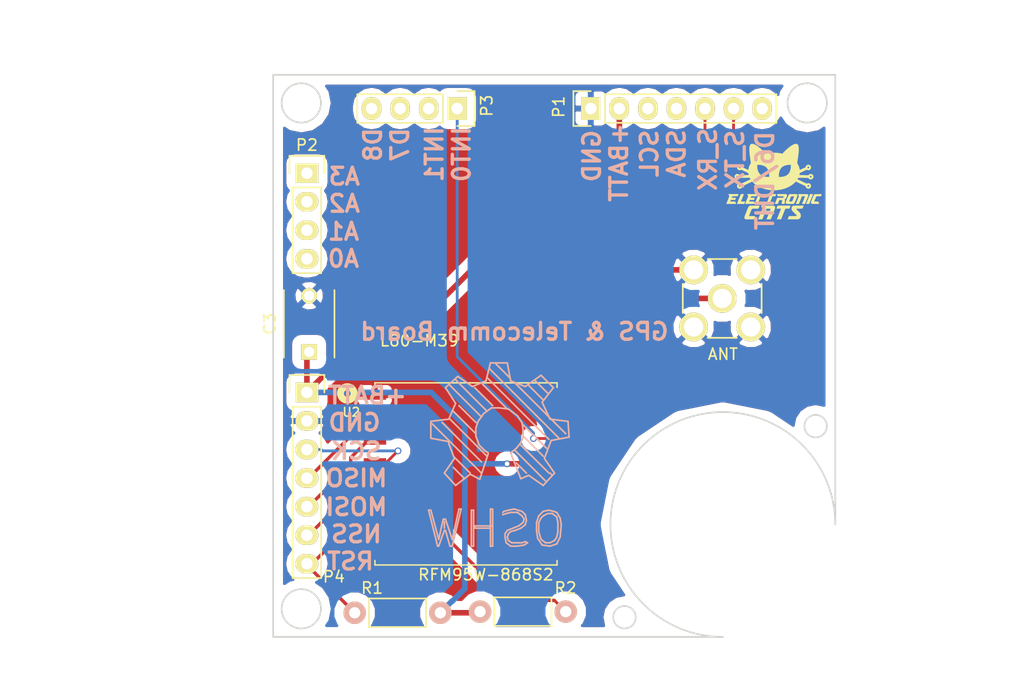
<source format=kicad_pcb>
(kicad_pcb (version 4) (host pcbnew 4.0.3-stable)

  (general
    (links 29)
    (no_connects 1)
    (area 88.524999 62.074999 138.675001 112.225001)
    (thickness 1.6)
    (drawings 37)
    (tracks 101)
    (zones 0)
    (modules 12)
    (nets 32)
  )

  (page A4)
  (title_block
    (title CatSat)
    (date 2016-07-28)
    (rev 0.001)
    (company "Electronic Cats")
    (comment 1 "Eduardo Contreras")
  )

  (layers
    (0 F.Cu signal)
    (31 B.Cu signal)
    (32 B.Adhes user)
    (33 F.Adhes user)
    (34 B.Paste user)
    (35 F.Paste user)
    (36 B.SilkS user)
    (37 F.SilkS user)
    (38 B.Mask user)
    (39 F.Mask user)
    (40 Dwgs.User user)
    (41 Cmts.User user)
    (42 Eco1.User user)
    (43 Eco2.User user)
    (44 Edge.Cuts user)
    (45 Margin user)
    (46 B.CrtYd user)
    (47 F.CrtYd user)
    (48 B.Fab user)
    (49 F.Fab user)
  )

  (setup
    (last_trace_width 0.25)
    (trace_clearance 0.2)
    (zone_clearance 0.8)
    (zone_45_only no)
    (trace_min 0.2)
    (segment_width 0.2)
    (edge_width 0.15)
    (via_size 0.6)
    (via_drill 0.4)
    (via_min_size 0.4)
    (via_min_drill 0.3)
    (uvia_size 0.3)
    (uvia_drill 0.1)
    (uvias_allowed no)
    (uvia_min_size 0.2)
    (uvia_min_drill 0.1)
    (pcb_text_width 0.3)
    (pcb_text_size 1.5 1.5)
    (mod_edge_width 0.15)
    (mod_text_size 1 1)
    (mod_text_width 0.15)
    (pad_size 1.524 1.524)
    (pad_drill 0.762)
    (pad_to_mask_clearance 0.2)
    (aux_axis_origin 0 0)
    (visible_elements 7FFFFFFF)
    (pcbplotparams
      (layerselection 0x010f0_80000001)
      (usegerberextensions false)
      (excludeedgelayer true)
      (linewidth 0.100000)
      (plotframeref false)
      (viasonmask false)
      (mode 1)
      (useauxorigin false)
      (hpglpennumber 1)
      (hpglpenspeed 20)
      (hpglpendiameter 15)
      (hpglpenoverlay 2)
      (psnegative false)
      (psa4output false)
      (plotreference true)
      (plotvalue true)
      (plotinvisibletext false)
      (padsonsilk false)
      (subtractmaskfromsilk false)
      (outputformat 1)
      (mirror false)
      (drillshape 0)
      (scaleselection 1)
      (outputdirectory Produccion/CatSatTelemetry/))
  )

  (net 0 "")
  (net 1 GND)
  (net 2 +BATT)
  (net 3 S_TX)
  (net 4 S_RX)
  (net 5 "Net-(MODULE1-Pad6)")
  (net 6 "Net-(MODULE1-Pad7)")
  (net 7 "Net-(MODULE1-Pad8)")
  (net 8 "Net-(MODULE1-Pad10)")
  (net 9 "Net-(MODULE1-Pad11)")
  (net 10 SCL)
  (net 11 SDA)
  (net 12 DHT/D6)
  (net 13 A3)
  (net 14 A2)
  (net 15 A1)
  (net 16 A0)
  (net 17 INT0)
  (net 18 INT1)
  (net 19 D7)
  (net 20 D8)
  (net 21 SCK)
  (net 22 MISO)
  (net 23 MOSI)
  (net 24 NSS)
  (net 25 RST)
  (net 26 "Net-(U2-Pad11)")
  (net 27 "Net-(U2-Pad12)")
  (net 28 "Net-(U2-Pad15)")
  (net 29 "Net-(U2-Pad16)")
  (net 30 "Net-(U2-Pad7)")
  (net 31 "Net-(A1-Pad1)")

  (net_class Default "This is the default net class."
    (clearance 0.2)
    (trace_width 0.25)
    (via_dia 0.6)
    (via_drill 0.4)
    (uvia_dia 0.3)
    (uvia_drill 0.1)
    (add_net A0)
    (add_net A1)
    (add_net A2)
    (add_net A3)
    (add_net D7)
    (add_net D8)
    (add_net DHT/D6)
    (add_net GND)
    (add_net INT0)
    (add_net INT1)
    (add_net MISO)
    (add_net MOSI)
    (add_net NSS)
    (add_net "Net-(A1-Pad1)")
    (add_net "Net-(MODULE1-Pad10)")
    (add_net "Net-(MODULE1-Pad11)")
    (add_net "Net-(MODULE1-Pad6)")
    (add_net "Net-(MODULE1-Pad7)")
    (add_net "Net-(MODULE1-Pad8)")
    (add_net "Net-(U2-Pad11)")
    (add_net "Net-(U2-Pad12)")
    (add_net "Net-(U2-Pad15)")
    (add_net "Net-(U2-Pad16)")
    (add_net "Net-(U2-Pad7)")
    (add_net RST)
    (add_net SCK)
    (add_net SCL)
    (add_net SDA)
    (add_net S_RX)
    (add_net S_TX)
  )

  (net_class +BATT ""
    (clearance 0.2)
    (trace_width 0.5)
    (via_dia 0.6)
    (via_drill 0.4)
    (uvia_dia 0.3)
    (uvia_drill 0.1)
    (add_net +BATT)
  )

  (module LoRa:RFM (layer F.Cu) (tedit 579FAAA5) (tstamp 579939E5)
    (at 105.75 97.65)
    (path /57965E45/579926DC)
    (fp_text reference U2 (at -11.07 -5.04) (layer F.SilkS)
      (effects (font (size 0.77216 0.77216) (thickness 0.138988)) (justify left bottom))
    )
    (fp_text value RFM95W-868S2 (at -4.35 9.55) (layer F.SilkS)
      (effects (font (size 1 1) (thickness 0.15)) (justify left bottom))
    )
    (fp_line (start -8 -8) (end 8 -8) (layer Dwgs.User) (width 0.127))
    (fp_line (start 8 -8) (end 8 8) (layer Dwgs.User) (width 0.127))
    (fp_line (start 8 8) (end -8 8) (layer Dwgs.User) (width 0.127))
    (fp_line (start -8 8) (end -8 -8) (layer Dwgs.User) (width 0.127))
    (fp_line (start -8.1 -7.7) (end -8.1 -8.1) (layer F.SilkS) (width 0.127))
    (fp_line (start -8.1 -8.1) (end 8.1 -8.1) (layer F.SilkS) (width 0.127))
    (fp_line (start 8.1 -8.1) (end 8.1 -7.7) (layer F.SilkS) (width 0.127))
    (fp_line (start -8.1 7.7) (end -8.1 8.1) (layer F.SilkS) (width 0.127))
    (fp_line (start -8.1 8.1) (end 8.1 8.1) (layer F.SilkS) (width 0.127))
    (fp_line (start 8.1 8.1) (end 8.1 7.7) (layer F.SilkS) (width 0.127))
    (fp_circle (center -10.56 -7.16) (end -10.26 -7.16) (layer F.SilkS) (width 0.6096))
    (pad 9 smd rect (at 8.1 7 180) (size 2 0.8) (layers F.Cu F.Paste F.Mask)
      (net 31 "Net-(A1-Pad1)"))
    (pad 10 smd rect (at 8.1 5 180) (size 2 0.8) (layers F.Cu F.Paste F.Mask)
      (net 1 GND))
    (pad 11 smd rect (at 8.1 3 180) (size 2 0.8) (layers F.Cu F.Paste F.Mask)
      (net 26 "Net-(U2-Pad11)"))
    (pad 12 smd rect (at 8.1 1 180) (size 2 0.8) (layers F.Cu F.Paste F.Mask)
      (net 27 "Net-(U2-Pad12)"))
    (pad 13 smd rect (at 8.1 -1 180) (size 2 0.8) (layers F.Cu F.Paste F.Mask)
      (net 2 +BATT))
    (pad 14 smd rect (at 8.1 -3 180) (size 2 0.8) (layers F.Cu F.Paste F.Mask)
      (net 17 INT0))
    (pad 15 smd rect (at 8.1 -5 180) (size 2 0.8) (layers F.Cu F.Paste F.Mask)
      (net 28 "Net-(U2-Pad15)"))
    (pad 16 smd rect (at 8.1 -7 180) (size 2 0.8) (layers F.Cu F.Paste F.Mask)
      (net 29 "Net-(U2-Pad16)"))
    (pad 1 smd rect (at -8.1 -7) (size 2 0.8) (layers F.Cu F.Paste F.Mask)
      (net 1 GND))
    (pad 2 smd rect (at -8.1 -5) (size 2 0.8) (layers F.Cu F.Paste F.Mask)
      (net 22 MISO))
    (pad 3 smd rect (at -8.1 -3) (size 2 0.8) (layers F.Cu F.Paste F.Mask)
      (net 23 MOSI))
    (pad 4 smd rect (at -8.1 -1) (size 2 0.8) (layers F.Cu F.Paste F.Mask)
      (net 21 SCK))
    (pad 5 smd rect (at -8.1 1) (size 2 0.8) (layers F.Cu F.Paste F.Mask)
      (net 24 NSS))
    (pad 6 smd rect (at -8.1 3) (size 2 0.8) (layers F.Cu F.Paste F.Mask)
      (net 25 RST))
    (pad 7 smd rect (at -8.1 5) (size 2 0.8) (layers F.Cu F.Paste F.Mask)
      (net 30 "Net-(U2-Pad7)"))
    (pad 8 smd rect (at -8.1 7 180) (size 2 0.8) (layers F.Cu F.Paste F.Mask)
      (net 1 GND))
  )

  (module CatSat:L80 (layer F.Cu) (tedit 579FAAAE) (tstamp 57993946)
    (at 104.733668 76.518506 180)
    (path /57965E45/57992672)
    (solder_mask_margin 0.1)
    (attr smd)
    (fp_text reference MODULE1 (at -5.46 -9.635 180) (layer F.Fab)
      (effects (font (size 1 1) (thickness 0.05)))
    )
    (fp_text value L80-M39 (at 3.133668 -9.281494 180) (layer F.SilkS)
      (effects (font (size 1 1) (thickness 0.15)))
    )
    (fp_line (start 8.033668 -8.211494) (end -7.966332 -8.211494) (layer Dwgs.User) (width 0.254))
    (fp_line (start -7.966332 -8.211494) (end -7.966332 7.788506) (layer Dwgs.User) (width 0.254))
    (fp_line (start -7.966332 7.788506) (end 8.033668 7.788506) (layer Dwgs.User) (width 0.254))
    (fp_line (start 8.033668 7.788506) (end 8.033668 -8.211494) (layer Dwgs.User) (width 0.254))
    (fp_circle (center 0.033668 -0.211494) (end -0.476332 -0.211494) (layer Dwgs.User) (width 0.127))
    (fp_poly (pts (xy 7.533668 7.288506) (xy -7.466332 7.288506) (xy -7.466332 -7.711494) (xy 7.533668 -7.711494)) (layer Dwgs.User) (width 0.381))
    (pad 1 smd rect (at -7.866332 -5.711494) (size 2.5 1) (layers F.Cu F.Paste F.Mask)
      (net 3 S_TX) (solder_mask_margin 0.2))
    (pad 2 smd rect (at -7.866332 -3.171494) (size 2.5 1) (layers F.Cu F.Paste F.Mask)
      (net 4 S_RX) (solder_mask_margin 0.2))
    (pad 3 smd rect (at -7.866332 -0.631494) (size 2.5 1) (layers F.Cu F.Paste F.Mask)
      (net 1 GND) (solder_mask_margin 0.2))
    (pad 4 smd rect (at -7.866332 1.908506) (size 2.5 1) (layers F.Cu F.Paste F.Mask)
      (net 2 +BATT) (solder_mask_margin 0.2))
    (pad 5 smd rect (at -7.866332 4.448506) (size 2.5 1) (layers F.Cu F.Paste F.Mask)
      (net 2 +BATT) (solder_mask_margin 0.2))
    (pad 6 smd rect (at -7.866332 6.988506) (size 2.5 1) (layers F.Cu F.Paste F.Mask)
      (net 5 "Net-(MODULE1-Pad6)") (solder_mask_margin 0.2))
    (pad 7 smd rect (at 7.933668 6.988506 180) (size 2.5 1) (layers F.Cu F.Paste F.Mask)
      (net 6 "Net-(MODULE1-Pad7)") (solder_mask_margin 0.2))
    (pad 8 smd rect (at 7.933668 4.448506 180) (size 2.5 1) (layers F.Cu F.Paste F.Mask)
      (net 7 "Net-(MODULE1-Pad8)") (solder_mask_margin 0.2))
    (pad 9 smd rect (at 7.933668 1.908506 180) (size 2.5 1) (layers F.Cu F.Paste F.Mask)
      (solder_mask_margin 0.2))
    (pad 10 smd rect (at 7.933668 -0.631494 180) (size 2.5 1) (layers F.Cu F.Paste F.Mask)
      (net 8 "Net-(MODULE1-Pad10)") (solder_mask_margin 0.2))
    (pad 11 smd rect (at 7.933668 -3.171494 180) (size 2.5 1) (layers F.Cu F.Paste F.Mask)
      (net 9 "Net-(MODULE1-Pad11)") (solder_mask_margin 0.2))
    (pad 12 smd rect (at 7.933668 -5.711494) (size 2.5 1) (layers F.Cu F.Paste F.Mask)
      (net 1 GND) (solder_mask_margin 0.2))
  )

  (module Pin_Headers:Pin_Header_Straight_1x07 (layer F.Cu) (tedit 0) (tstamp 5799396C)
    (at 91.6 90.4)
    (descr "Through hole pin header")
    (tags "pin header")
    (path /57965E31/5797EF63)
    (fp_text reference P4 (at 2.4 16.4) (layer F.SilkS)
      (effects (font (size 1 1) (thickness 0.15)))
    )
    (fp_text value CONN_01X07 (at 2.4 7.6 90) (layer F.Fab)
      (effects (font (size 1 1) (thickness 0.15)))
    )
    (fp_line (start -1.75 -1.75) (end -1.75 17) (layer F.CrtYd) (width 0.05))
    (fp_line (start 1.75 -1.75) (end 1.75 17) (layer F.CrtYd) (width 0.05))
    (fp_line (start -1.75 -1.75) (end 1.75 -1.75) (layer F.CrtYd) (width 0.05))
    (fp_line (start -1.75 17) (end 1.75 17) (layer F.CrtYd) (width 0.05))
    (fp_line (start 1.27 1.27) (end 1.27 16.51) (layer F.SilkS) (width 0.15))
    (fp_line (start 1.27 16.51) (end -1.27 16.51) (layer F.SilkS) (width 0.15))
    (fp_line (start -1.27 16.51) (end -1.27 1.27) (layer F.SilkS) (width 0.15))
    (fp_line (start 1.55 -1.55) (end 1.55 0) (layer F.SilkS) (width 0.15))
    (fp_line (start 1.27 1.27) (end -1.27 1.27) (layer F.SilkS) (width 0.15))
    (fp_line (start -1.55 0) (end -1.55 -1.55) (layer F.SilkS) (width 0.15))
    (fp_line (start -1.55 -1.55) (end 1.55 -1.55) (layer F.SilkS) (width 0.15))
    (pad 1 thru_hole rect (at 0 0) (size 2.032 1.7272) (drill 1.016) (layers *.Cu *.Mask F.SilkS)
      (net 2 +BATT))
    (pad 2 thru_hole oval (at 0 2.54) (size 2.032 1.7272) (drill 1.016) (layers *.Cu *.Mask F.SilkS)
      (net 1 GND))
    (pad 3 thru_hole oval (at 0 5.08) (size 2.032 1.7272) (drill 1.016) (layers *.Cu *.Mask F.SilkS)
      (net 21 SCK))
    (pad 4 thru_hole oval (at 0 7.62) (size 2.032 1.7272) (drill 1.016) (layers *.Cu *.Mask F.SilkS)
      (net 22 MISO))
    (pad 5 thru_hole oval (at 0 10.16) (size 2.032 1.7272) (drill 1.016) (layers *.Cu *.Mask F.SilkS)
      (net 23 MOSI))
    (pad 6 thru_hole oval (at 0 12.7) (size 2.032 1.7272) (drill 1.016) (layers *.Cu *.Mask F.SilkS)
      (net 24 NSS))
    (pad 7 thru_hole oval (at 0 15.24) (size 2.032 1.7272) (drill 1.016) (layers *.Cu *.Mask F.SilkS)
      (net 25 RST))
    (model Pin_Headers.3dshapes/Pin_Header_Straight_1x07.wrl
      (at (xyz 0 -0.3 0))
      (scale (xyz 1 1 1))
      (rotate (xyz 0 0 90))
    )
  )

  (module Pin_Headers:Pin_Header_Straight_1x07 (layer F.Cu) (tedit 580408F6) (tstamp 5799397D)
    (at 116.85 65.15 90)
    (descr "Through hole pin header")
    (tags "pin header")
    (path /57965E45/57992998)
    (fp_text reference P1 (at 0.15 -2.85 90) (layer F.SilkS)
      (effects (font (size 1 1) (thickness 0.15)))
    )
    (fp_text value CONN_01X07 (at 2.25 0.95 180) (layer F.Fab)
      (effects (font (size 1 1) (thickness 0.15)))
    )
    (fp_line (start -1.75 -1.75) (end -1.75 17) (layer F.CrtYd) (width 0.05))
    (fp_line (start 1.75 -1.75) (end 1.75 17) (layer F.CrtYd) (width 0.05))
    (fp_line (start -1.75 -1.75) (end 1.75 -1.75) (layer F.CrtYd) (width 0.05))
    (fp_line (start -1.75 17) (end 1.75 17) (layer F.CrtYd) (width 0.05))
    (fp_line (start 1.27 1.27) (end 1.27 16.51) (layer F.SilkS) (width 0.15))
    (fp_line (start 1.27 16.51) (end -1.27 16.51) (layer F.SilkS) (width 0.15))
    (fp_line (start -1.27 16.51) (end -1.27 1.27) (layer F.SilkS) (width 0.15))
    (fp_line (start 1.55 -1.55) (end 1.55 0) (layer F.SilkS) (width 0.15))
    (fp_line (start 1.27 1.27) (end -1.27 1.27) (layer F.SilkS) (width 0.15))
    (fp_line (start -1.55 0) (end -1.55 -1.55) (layer F.SilkS) (width 0.15))
    (fp_line (start -1.55 -1.55) (end 1.55 -1.55) (layer F.SilkS) (width 0.15))
    (pad 1 thru_hole rect (at 0 0 90) (size 2.032 1.7272) (drill 1.016) (layers *.Cu *.Mask F.SilkS)
      (net 1 GND))
    (pad 2 thru_hole oval (at 0 2.54 90) (size 2.032 1.7272) (drill 1.016) (layers *.Cu *.Mask F.SilkS)
      (net 2 +BATT))
    (pad 3 thru_hole oval (at 0 5.08 90) (size 2.032 1.7272) (drill 1.016) (layers *.Cu *.Mask F.SilkS)
      (net 10 SCL))
    (pad 4 thru_hole oval (at 0 7.62 90) (size 2.032 1.7272) (drill 1.016) (layers *.Cu *.Mask F.SilkS)
      (net 11 SDA))
    (pad 5 thru_hole oval (at 0 10.16 90) (size 2.032 1.7272) (drill 1.016) (layers *.Cu *.Mask F.SilkS)
      (net 4 S_RX))
    (pad 6 thru_hole oval (at 0 12.7 90) (size 2.032 1.7272) (drill 1.016) (layers *.Cu *.Mask F.SilkS)
      (net 3 S_TX))
    (pad 7 thru_hole oval (at 0 15.24 90) (size 2.032 1.7272) (drill 1.016) (layers *.Cu *.Mask F.SilkS)
      (net 12 DHT/D6))
    (model Pin_Headers.3dshapes/Pin_Header_Straight_1x07.wrl
      (at (xyz 0 -0.3 0))
      (scale (xyz 1 1 1))
      (rotate (xyz 0 0 90))
    )
  )

  (module Pin_Headers:Pin_Header_Straight_1x04 (layer F.Cu) (tedit 580408E3) (tstamp 5799398D)
    (at 104.97 65.15 270)
    (descr "Through hole pin header")
    (tags "pin header")
    (path /57965E45/579A47A5)
    (fp_text reference P3 (at -0.25 -2.63 270) (layer F.SilkS)
      (effects (font (size 1 1) (thickness 0.15)))
    )
    (fp_text value CONN_01X04 (at -2.25 4.12 360) (layer F.Fab)
      (effects (font (size 1 1) (thickness 0.15)))
    )
    (fp_line (start -1.75 -1.75) (end -1.75 9.4) (layer F.CrtYd) (width 0.05))
    (fp_line (start 1.75 -1.75) (end 1.75 9.4) (layer F.CrtYd) (width 0.05))
    (fp_line (start -1.75 -1.75) (end 1.75 -1.75) (layer F.CrtYd) (width 0.05))
    (fp_line (start -1.75 9.4) (end 1.75 9.4) (layer F.CrtYd) (width 0.05))
    (fp_line (start -1.27 1.27) (end -1.27 8.89) (layer F.SilkS) (width 0.15))
    (fp_line (start 1.27 1.27) (end 1.27 8.89) (layer F.SilkS) (width 0.15))
    (fp_line (start 1.55 -1.55) (end 1.55 0) (layer F.SilkS) (width 0.15))
    (fp_line (start -1.27 8.89) (end 1.27 8.89) (layer F.SilkS) (width 0.15))
    (fp_line (start 1.27 1.27) (end -1.27 1.27) (layer F.SilkS) (width 0.15))
    (fp_line (start -1.55 0) (end -1.55 -1.55) (layer F.SilkS) (width 0.15))
    (fp_line (start -1.55 -1.55) (end 1.55 -1.55) (layer F.SilkS) (width 0.15))
    (pad 1 thru_hole rect (at 0 0 270) (size 2.032 1.7272) (drill 1.016) (layers *.Cu *.Mask F.SilkS)
      (net 17 INT0))
    (pad 2 thru_hole oval (at 0 2.54 270) (size 2.032 1.7272) (drill 1.016) (layers *.Cu *.Mask F.SilkS)
      (net 18 INT1))
    (pad 3 thru_hole oval (at 0 5.08 270) (size 2.032 1.7272) (drill 1.016) (layers *.Cu *.Mask F.SilkS)
      (net 19 D7))
    (pad 4 thru_hole oval (at 0 7.62 270) (size 2.032 1.7272) (drill 1.016) (layers *.Cu *.Mask F.SilkS)
      (net 20 D8))
    (model Pin_Headers.3dshapes/Pin_Header_Straight_1x04.wrl
      (at (xyz 0 -0.15 0))
      (scale (xyz 1 1 1))
      (rotate (xyz 0 0 90))
    )
  )

  (module Pin_Headers:Pin_Header_Straight_1x04 (layer F.Cu) (tedit 5804090D) (tstamp 579939AB)
    (at 91.6 70.9)
    (descr "Through hole pin header")
    (tags "pin header")
    (path /57965E56/579A5A85)
    (fp_text reference P2 (at 0 -2.5) (layer F.SilkS)
      (effects (font (size 1 1) (thickness 0.15)))
    )
    (fp_text value CONN_01X04 (at -2.25 4 90) (layer F.Fab)
      (effects (font (size 1 1) (thickness 0.15)))
    )
    (fp_line (start -1.75 -1.75) (end -1.75 9.4) (layer F.CrtYd) (width 0.05))
    (fp_line (start 1.75 -1.75) (end 1.75 9.4) (layer F.CrtYd) (width 0.05))
    (fp_line (start -1.75 -1.75) (end 1.75 -1.75) (layer F.CrtYd) (width 0.05))
    (fp_line (start -1.75 9.4) (end 1.75 9.4) (layer F.CrtYd) (width 0.05))
    (fp_line (start -1.27 1.27) (end -1.27 8.89) (layer F.SilkS) (width 0.15))
    (fp_line (start 1.27 1.27) (end 1.27 8.89) (layer F.SilkS) (width 0.15))
    (fp_line (start 1.55 -1.55) (end 1.55 0) (layer F.SilkS) (width 0.15))
    (fp_line (start -1.27 8.89) (end 1.27 8.89) (layer F.SilkS) (width 0.15))
    (fp_line (start 1.27 1.27) (end -1.27 1.27) (layer F.SilkS) (width 0.15))
    (fp_line (start -1.55 0) (end -1.55 -1.55) (layer F.SilkS) (width 0.15))
    (fp_line (start -1.55 -1.55) (end 1.55 -1.55) (layer F.SilkS) (width 0.15))
    (pad 1 thru_hole rect (at 0 0) (size 2.032 1.7272) (drill 1.016) (layers *.Cu *.Mask F.SilkS)
      (net 13 A3))
    (pad 2 thru_hole oval (at 0 2.54) (size 2.032 1.7272) (drill 1.016) (layers *.Cu *.Mask F.SilkS)
      (net 14 A2))
    (pad 3 thru_hole oval (at 0 5.08) (size 2.032 1.7272) (drill 1.016) (layers *.Cu *.Mask F.SilkS)
      (net 15 A1))
    (pad 4 thru_hole oval (at 0 7.62) (size 2.032 1.7272) (drill 1.016) (layers *.Cu *.Mask F.SilkS)
      (net 16 A0))
    (model Pin_Headers.3dshapes/Pin_Header_Straight_1x04.wrl
      (at (xyz 0 -0.15 0))
      (scale (xyz 1 1 1))
      (rotate (xyz 0 0 90))
    )
  )

  (module Capacitors_ThroughHole:C_Disc_D6_P5 (layer F.Cu) (tedit 0) (tstamp 579BB1D8)
    (at 91.8 86.8 90)
    (descr "Capacitor 6mm Disc, Pitch 5mm")
    (tags Capacitor)
    (path /57965E45/579BD4FC)
    (fp_text reference C3 (at 2.5 -3.5 90) (layer F.SilkS)
      (effects (font (size 1 1) (thickness 0.15)))
    )
    (fp_text value C (at 2.5 3.5 90) (layer F.Fab)
      (effects (font (size 1 1) (thickness 0.15)))
    )
    (fp_line (start -0.95 -2.5) (end 5.95 -2.5) (layer F.CrtYd) (width 0.05))
    (fp_line (start 5.95 -2.5) (end 5.95 2.5) (layer F.CrtYd) (width 0.05))
    (fp_line (start 5.95 2.5) (end -0.95 2.5) (layer F.CrtYd) (width 0.05))
    (fp_line (start -0.95 2.5) (end -0.95 -2.5) (layer F.CrtYd) (width 0.05))
    (fp_line (start -0.5 -2.25) (end 5.5 -2.25) (layer F.SilkS) (width 0.15))
    (fp_line (start 5.5 2.25) (end -0.5 2.25) (layer F.SilkS) (width 0.15))
    (pad 1 thru_hole rect (at 0 0 90) (size 1.4 1.4) (drill 0.9) (layers *.Cu *.Mask F.SilkS)
      (net 2 +BATT))
    (pad 2 thru_hole circle (at 5 0 90) (size 1.4 1.4) (drill 0.9) (layers *.Cu *.Mask F.SilkS)
      (net 1 GND))
    (model Capacitors_ThroughHole.3dshapes/C_Disc_D6_P5.wrl
      (at (xyz 0.0984252 0 0))
      (scale (xyz 1 1 1))
      (rotate (xyz 0 0 0))
    )
  )

  (module smd:AMPHENOL_901-144 (layer F.Cu) (tedit 579FAA79) (tstamp 579F7B48)
    (at 128.54 82.04 180)
    (path /57965E45/57993DE2)
    (solder_mask_margin 0.1)
    (fp_text reference A1 (at -0.4826 -5.0546 180) (layer F.Fab)
      (effects (font (size 1.64 1.64) (thickness 0.05)))
    )
    (fp_text value ANT (at -0.06 -4.96 180) (layer F.SilkS)
      (effects (font (size 1 1) (thickness 0.15)))
    )
    (fp_line (start -1.2954 3.5052) (end 1.2954 3.5052) (layer F.SilkS) (width 0.1524))
    (fp_line (start 3.5052 1.2954) (end 3.5052 -1.2954) (layer F.SilkS) (width 0.1524))
    (fp_line (start 1.2954 -3.5052) (end -1.2954 -3.5052) (layer F.SilkS) (width 0.1524))
    (fp_line (start -3.5052 -1.2954) (end -3.5052 1.2954) (layer F.SilkS) (width 0.1524))
    (fp_line (start -3.5052 3.5052) (end 3.5052 3.5052) (layer Dwgs.User) (width 0.1524))
    (fp_line (start 3.5052 3.5052) (end 3.5052 -3.5052) (layer Dwgs.User) (width 0.1524))
    (fp_line (start 3.5052 -3.5052) (end -3.5052 -3.5052) (layer Dwgs.User) (width 0.1524))
    (fp_line (start -3.5052 -3.5052) (end -3.5052 3.5052) (layer Dwgs.User) (width 0.1524))
    (pad 1 thru_hole circle (at 0 0 180) (size 2.5527 2.5527) (drill 1.7018) (layers *.Cu *.Mask F.SilkS)
      (net 31 "Net-(A1-Pad1)") (solder_mask_margin 0.2))
    (pad 2 thru_hole circle (at -2.54 -2.54 180) (size 2.5527 2.5527) (drill 1.7018) (layers *.Cu *.Mask F.SilkS)
      (net 1 GND) (solder_mask_margin 0.2))
    (pad 3 thru_hole circle (at -2.54 2.54 180) (size 2.5527 2.5527) (drill 1.7018) (layers *.Cu *.Mask F.SilkS)
      (net 1 GND) (solder_mask_margin 0.2))
    (pad 4 thru_hole circle (at 2.54 2.54 180) (size 2.5527 2.5527) (drill 1.7018) (layers *.Cu *.Mask F.SilkS)
      (net 1 GND) (solder_mask_margin 0.2))
    (pad 5 thru_hole circle (at 2.54 -2.54 180) (size 2.5527 2.5527) (drill 1.7018) (layers *.Cu *.Mask F.SilkS)
      (net 1 GND) (solder_mask_margin 0.2))
  )

  (module theinventorhouse:electronic_cats_logo_8x6 (layer F.Cu) (tedit 0) (tstamp 579FBCBB)
    (at 133.15 71.65)
    (fp_text reference G*** (at 0 0) (layer F.SilkS) hide
      (effects (font (thickness 0.3)))
    )
    (fp_text value LOGO (at 0.75 0) (layer F.SilkS) hide
      (effects (font (thickness 0.3)))
    )
    (fp_poly (pts (xy -1.511952 2.134469) (xy -1.457322 2.134584) (xy -1.408721 2.134798) (xy -1.367028 2.135106)
      (xy -1.333123 2.135503) (xy -1.307886 2.135985) (xy -1.292197 2.136546) (xy -1.286933 2.137166)
      (xy -1.288907 2.144025) (xy -1.294337 2.159457) (xy -1.302488 2.181556) (xy -1.312625 2.208412)
      (xy -1.324012 2.238118) (xy -1.335914 2.268766) (xy -1.347595 2.298447) (xy -1.358321 2.325254)
      (xy -1.367355 2.347279) (xy -1.373007 2.360481) (xy -1.38977 2.398273) (xy -1.650207 2.399992)
      (xy -1.711234 2.400408) (xy -1.762016 2.400814) (xy -1.8036 2.401261) (xy -1.837031 2.4018)
      (xy -1.863353 2.402483) (xy -1.883612 2.40336) (xy -1.898852 2.404484) (xy -1.910119 2.405905)
      (xy -1.918458 2.407675) (xy -1.924914 2.409846) (xy -1.930531 2.412467) (xy -1.933222 2.413894)
      (xy -1.956584 2.429106) (xy -1.976812 2.448526) (xy -1.995034 2.473783) (xy -2.012374 2.50651)
      (xy -2.029956 2.548336) (xy -2.034811 2.561185) (xy -2.042642 2.581822) (xy -2.05406 2.611251)
      (xy -2.068405 2.647803) (xy -2.085019 2.689812) (xy -2.10324 2.735608) (xy -2.122411 2.783525)
      (xy -2.141384 2.830688) (xy -2.159759 2.876395) (xy -2.17689 2.91931) (xy -2.192288 2.958193)
      (xy -2.205469 2.991804) (xy -2.215947 3.018901) (xy -2.223235 3.038245) (xy -2.226848 3.048595)
      (xy -2.227072 3.049411) (xy -2.23078 3.064933) (xy -1.728641 3.064933) (xy -1.673661 3.182055)
      (xy -1.657155 3.217406) (xy -1.641663 3.250935) (xy -1.628047 3.280746) (xy -1.617171 3.304946)
      (xy -1.609898 3.32164) (xy -1.608112 3.325988) (xy -1.597543 3.3528) (xy -2.064538 3.35255)
      (xy -2.148085 3.352497) (xy -2.221092 3.352423) (xy -2.284306 3.352311) (xy -2.338477 3.352143)
      (xy -2.384352 3.351902) (xy -2.422681 3.351572) (xy -2.454211 3.351135) (xy -2.479691 3.350574)
      (xy -2.499869 3.349872) (xy -2.515493 3.349012) (xy -2.527313 3.347977) (xy -2.536076 3.346749)
      (xy -2.542531 3.345313) (xy -2.547426 3.34365) (xy -2.55151 3.341743) (xy -2.552122 3.341423)
      (xy -2.581872 3.319531) (xy -2.60532 3.289458) (xy -2.621536 3.252954) (xy -2.629586 3.211767)
      (xy -2.630311 3.194633) (xy -2.628535 3.169238) (xy -2.623056 3.138459) (xy -2.613648 3.101603)
      (xy -2.600085 3.057977) (xy -2.58214 3.006886) (xy -2.559587 2.947637) (xy -2.532201 2.879535)
      (xy -2.510929 2.828358) (xy -2.494754 2.789239) (xy -2.476975 2.745214) (xy -2.459384 2.700785)
      (xy -2.443774 2.660451) (xy -2.438575 2.646709) (xy -2.413265 2.580405) (xy -2.387347 2.514678)
      (xy -2.361711 2.451694) (xy -2.33725 2.393617) (xy -2.314854 2.342615) (xy -2.301271 2.313103)
      (xy -2.27273 2.260395) (xy -2.241285 2.217763) (xy -2.205995 2.184165) (xy -2.165919 2.15856)
      (xy -2.158286 2.154796) (xy -2.119489 2.136422) (xy -1.703211 2.134772) (xy -1.635776 2.134558)
      (xy -1.57173 2.134459) (xy -1.511952 2.134469)) (layer F.SilkS) (width 0.01))
    (fp_poly (pts (xy -0.758396 2.134512) (xy -0.668554 2.134699) (xy -0.594078 2.134912) (xy -0.50221 2.135213)
      (xy -0.420943 2.135513) (xy -0.349591 2.135826) (xy -0.287464 2.136166) (xy -0.233876 2.136545)
      (xy -0.188139 2.136978) (xy -0.149566 2.137477) (xy -0.117469 2.138056) (xy -0.09116 2.138729)
      (xy -0.069952 2.139509) (xy -0.053158 2.14041) (xy -0.040089 2.141445) (xy -0.030058 2.142628)
      (xy -0.022378 2.143971) (xy -0.016362 2.14549) (xy -0.013865 2.146284) (xy 0.022439 2.164287)
      (xy 0.052406 2.190922) (xy 0.075079 2.224894) (xy 0.089502 2.26491) (xy 0.093857 2.291918)
      (xy 0.094487 2.313724) (xy 0.092427 2.338488) (xy 0.087413 2.367055) (xy 0.079176 2.400274)
      (xy 0.067453 2.438988) (xy 0.051978 2.484046) (xy 0.032483 2.536293) (xy 0.008705 2.596575)
      (xy -0.019624 2.665738) (xy -0.035423 2.703546) (xy -0.048183 2.734323) (xy -0.064329 2.77391)
      (xy -0.083174 2.820588) (xy -0.10403 2.87264) (xy -0.126212 2.928347) (xy -0.149031 2.985991)
      (xy -0.171802 3.043853) (xy -0.188885 3.087511) (xy -0.291302 3.349977) (xy -0.473029 3.351467)
      (xy -0.528061 3.351747) (xy -0.573708 3.351616) (xy -0.609582 3.351083) (xy -0.635294 3.350157)
      (xy -0.650453 3.348847) (xy -0.654756 3.347387) (xy -0.652752 3.34111) (xy -0.647025 3.325444)
      (xy -0.638001 3.301501) (xy -0.626105 3.270391) (xy -0.611763 3.233223) (xy -0.595402 3.191109)
      (xy -0.577446 3.145159) (xy -0.566513 3.117297) (xy -0.547726 3.069431) (xy -0.530179 3.024594)
      (xy -0.514314 2.983926) (xy -0.500573 2.948565) (xy -0.489397 2.919652) (xy -0.48123 2.898324)
      (xy -0.476513 2.885722) (xy -0.475543 2.8829) (xy -0.47539 2.880223) (xy -0.477298 2.878077)
      (xy -0.482369 2.876404) (xy -0.491702 2.875146) (xy -0.506399 2.874243) (xy -0.527559 2.873638)
      (xy -0.556284 2.873272) (xy -0.593673 2.873088) (xy -0.640827 2.873025) (xy -0.661801 2.873022)
      (xy -0.850785 2.873022) (xy -0.882147 2.947811) (xy -0.893122 2.974256) (xy -0.907257 3.008736)
      (xy -0.923555 3.048791) (xy -0.941017 3.091961) (xy -0.958644 3.135785) (xy -0.970726 3.165987)
      (xy -0.986366 3.204964) (xy -1.001209 3.241542) (xy -1.014579 3.274091) (xy -1.025802 3.300981)
      (xy -1.034204 3.320583) (xy -1.039019 3.331087) (xy -1.050096 3.3528) (xy -1.227782 3.3528)
      (xy -1.283252 3.35262) (xy -1.328714 3.352088) (xy -1.363898 3.351212) (xy -1.388536 3.350001)
      (xy -1.402359 3.348463) (xy -1.405467 3.34711) (xy -1.403423 3.341084) (xy -1.397541 3.325526)
      (xy -1.388197 3.30138) (xy -1.375767 3.269587) (xy -1.360626 3.231091) (xy -1.34315 3.186833)
      (xy -1.323714 3.137755) (xy -1.302694 3.084801) (xy -1.280466 3.028912) (xy -1.257405 2.97103)
      (xy -1.233886 2.912098) (xy -1.210286 2.853059) (xy -1.18698 2.794854) (xy -1.164343 2.738426)
      (xy -1.142751 2.684717) (xy -1.122581 2.634669) (xy -1.111751 2.607883) (xy -0.745026 2.607883)
      (xy -0.554547 2.606397) (xy -0.364067 2.604911) (xy -0.346131 2.568222) (xy -0.335166 2.543332)
      (xy -0.323986 2.514029) (xy -0.315429 2.488002) (xy -0.309109 2.464971) (xy -0.306297 2.449677)
      (xy -0.306699 2.439226) (xy -0.309718 2.431291) (xy -0.314536 2.422989) (xy -0.319973 2.416398)
      (xy -0.327319 2.411303) (xy -0.337864 2.40749) (xy -0.352898 2.404743) (xy -0.37371 2.402849)
      (xy -0.401592 2.401592) (xy -0.437831 2.400759) (xy -0.48372 2.400135) (xy -0.498007 2.399973)
      (xy -0.654525 2.398236) (xy -0.665891 2.416907) (xy -0.674267 2.432917) (xy -0.685776 2.458318)
      (xy -0.699878 2.491828) (xy -0.71603 2.532163) (xy -0.731603 2.57253) (xy -0.745026 2.607883)
      (xy -1.111751 2.607883) (xy -1.104206 2.589225) (xy -1.088003 2.549328) (xy -1.074348 2.515918)
      (xy -1.068503 2.501723) (xy -1.025872 2.398535) (xy -1.085847 2.272203) (xy -1.102384 2.237124)
      (xy -1.117174 2.205275) (xy -1.129559 2.178116) (xy -1.138878 2.157109) (xy -1.14447 2.143712)
      (xy -1.145822 2.139525) (xy -1.142579 2.138408) (xy -1.132569 2.137437) (xy -1.11537 2.136609)
      (xy -1.090564 2.13592) (xy -1.057729 2.135366) (xy -1.016444 2.134945) (xy -0.966289 2.134653)
      (xy -0.906843 2.134485) (xy -0.837685 2.13444) (xy -0.758396 2.134512)) (layer F.SilkS) (width 0.01))
    (fp_poly (pts (xy 1.005374 2.133101) (xy 1.072832 2.133233) (xy 1.137829 2.133459) (xy 1.199452 2.13378)
      (xy 1.256786 2.134198) (xy 1.308917 2.134713) (xy 1.35493 2.135326) (xy 1.393912 2.136038)
      (xy 1.424947 2.13685) (xy 1.447123 2.137762) (xy 1.459524 2.138777) (xy 1.461911 2.139498)
      (xy 1.459955 2.146219) (xy 1.454462 2.161933) (xy 1.445993 2.185116) (xy 1.435111 2.214244)
      (xy 1.422378 2.247792) (xy 1.413028 2.272143) (xy 1.364145 2.398888) (xy 1.010546 2.398888)
      (xy 0.995454 2.428522) (xy 0.988093 2.444315) (xy 0.977915 2.467989) (xy 0.966042 2.496847)
      (xy 0.953596 2.528188) (xy 0.947939 2.542822) (xy 0.933802 2.579324) (xy 0.918042 2.619348)
      (xy 0.902408 2.658488) (xy 0.88865 2.692339) (xy 0.886295 2.698044) (xy 0.878575 2.716927)
      (xy 0.867221 2.745035) (xy 0.852744 2.781092) (xy 0.835652 2.823824) (xy 0.816455 2.871953)
      (xy 0.795661 2.924203) (xy 0.773781 2.9793) (xy 0.751324 3.035967) (xy 0.742095 3.059288)
      (xy 0.627116 3.349977) (xy 0.254534 3.352951) (xy 0.26003 3.337353) (xy 0.262913 3.329863)
      (xy 0.269678 3.312678) (xy 0.280011 3.286583) (xy 0.293599 3.252364) (xy 0.310129 3.210807)
      (xy 0.32929 3.162698) (xy 0.350767 3.108822) (xy 0.374248 3.049965) (xy 0.399419 2.986912)
      (xy 0.425969 2.920449) (xy 0.44831 2.864555) (xy 0.475575 2.796237) (xy 0.50155 2.730915)
      (xy 0.52594 2.669347) (xy 0.548447 2.612294) (xy 0.568775 2.560515) (xy 0.586627 2.51477)
      (xy 0.601707 2.475819) (xy 0.613717 2.444422) (xy 0.622362 2.421338) (xy 0.627345 2.407327)
      (xy 0.628481 2.403122) (xy 0.622431 2.402149) (xy 0.606372 2.401255) (xy 0.581587 2.400466)
      (xy 0.549357 2.399809) (xy 0.510961 2.399309) (xy 0.467682 2.398994) (xy 0.42262 2.398888)
      (xy 0.219372 2.398888) (xy 0.223231 2.386188) (xy 0.22599 2.378292) (xy 0.232035 2.361676)
      (xy 0.240676 2.33819) (xy 0.251227 2.309682) (xy 0.263 2.278001) (xy 0.275307 2.244993)
      (xy 0.287461 2.212509) (xy 0.298773 2.182394) (xy 0.308556 2.156499) (xy 0.314593 2.140655)
      (xy 0.320502 2.139562) (xy 0.336749 2.13855) (xy 0.362421 2.13762) (xy 0.396604 2.136774)
      (xy 0.438383 2.136013) (xy 0.486844 2.135336) (xy 0.541073 2.134746) (xy 0.600155 2.134242)
      (xy 0.663176 2.133827) (xy 0.729223 2.1335) (xy 0.79738 2.133263) (xy 0.866734 2.133117)
      (xy 0.93637 2.133063) (xy 1.005374 2.133101)) (layer F.SilkS) (width 0.01))
    (fp_poly (pts (xy 2.448718 2.134699) (xy 2.498882 2.134872) (xy 2.542225 2.135141) (xy 2.577884 2.135501)
      (xy 2.604996 2.135947) (xy 2.622699 2.136477) (xy 2.630131 2.137084) (xy 2.630311 2.137201)
      (xy 2.62831 2.143399) (xy 2.622704 2.158536) (xy 2.614083 2.181072) (xy 2.60304 2.209467)
      (xy 2.590167 2.242181) (xy 2.583022 2.260198) (xy 2.56922 2.294975) (xy 2.556707 2.326623)
      (xy 2.546129 2.353502) (xy 2.538131 2.37397) (xy 2.533358 2.386386) (xy 2.532399 2.389011)
      (xy 2.530996 2.391373) (xy 2.527873 2.393327) (xy 2.522043 2.394912) (xy 2.512522 2.396166)
      (xy 2.498323 2.397127) (xy 2.478463 2.397835) (xy 2.451955 2.398327) (xy 2.417813 2.398642)
      (xy 2.375054 2.398818) (xy 2.322691 2.398895) (xy 2.279121 2.398909) (xy 2.219298 2.398936)
      (xy 2.169712 2.399033) (xy 2.129314 2.399244) (xy 2.097053 2.399611) (xy 2.071877 2.400177)
      (xy 2.052737 2.400985) (xy 2.038581 2.402077) (xy 2.028359 2.403497) (xy 2.021019 2.405286)
      (xy 2.015512 2.407489) (xy 2.011337 2.409809) (xy 1.998349 2.419648) (xy 1.991059 2.430579)
      (xy 1.989911 2.443428) (xy 1.995348 2.459019) (xy 2.007812 2.478176) (xy 2.027746 2.501723)
      (xy 2.055594 2.530485) (xy 2.091798 2.565286) (xy 2.098016 2.571115) (xy 2.1458 2.616648)
      (xy 2.190644 2.661052) (xy 2.231397 2.703113) (xy 2.266912 2.741615) (xy 2.296037 2.775346)
      (xy 2.317622 2.803089) (xy 2.317657 2.803137) (xy 2.341533 2.844299) (xy 2.360277 2.892812)
      (xy 2.372771 2.945471) (xy 2.376156 2.970642) (xy 2.378329 3.020326) (xy 2.375437 3.071146)
      (xy 2.367947 3.120341) (xy 2.356327 3.165147) (xy 2.341046 3.202802) (xy 2.334956 3.213721)
      (xy 2.310784 3.24584) (xy 2.279356 3.276773) (xy 2.244477 3.303086) (xy 2.221144 3.316387)
      (xy 2.208052 3.322798) (xy 2.196218 3.328409) (xy 2.184833 3.333274) (xy 2.173086 3.337445)
      (xy 2.160167 3.340976) (xy 2.145266 3.343921) (xy 2.127571 3.346332) (xy 2.106272 3.348262)
      (xy 2.08056 3.349766) (xy 2.049623 3.350895) (xy 2.012651 3.351704) (xy 1.968834 3.352246)
      (xy 1.917362 3.352573) (xy 1.857423 3.352739) (xy 1.788208 3.352797) (xy 1.708906 3.352801)
      (xy 1.666747 3.3528) (xy 1.594682 3.352739) (xy 1.526568 3.352563) (xy 1.463201 3.35228)
      (xy 1.405379 3.351899) (xy 1.353898 3.351428) (xy 1.309552 3.350878) (xy 1.27314 3.350255)
      (xy 1.245456 3.34957) (xy 1.227297 3.348831) (xy 1.21946 3.348046) (xy 1.2192 3.347872)
      (xy 1.221152 3.341476) (xy 1.226652 3.326001) (xy 1.235162 3.302889) (xy 1.246145 3.273587)
      (xy 1.259066 3.239537) (xy 1.272167 3.205349) (xy 1.325134 3.067755) (xy 1.652011 3.064933)
      (xy 1.721307 3.064315) (xy 1.780207 3.063731) (xy 1.829605 3.063145) (xy 1.870393 3.062526)
      (xy 1.903464 3.061838) (xy 1.929712 3.061047) (xy 1.950029 3.060121) (xy 1.965308 3.059024)
      (xy 1.976443 3.057723) (xy 1.984326 3.056184) (xy 1.98985 3.054374) (xy 1.993909 3.052258)
      (xy 1.994412 3.051934) (xy 2.009185 3.039945) (xy 2.01722 3.026989) (xy 2.018137 3.012156)
      (xy 2.011556 2.994535) (xy 1.997094 2.973217) (xy 1.974372 2.94729) (xy 1.943007 2.915846)
      (xy 1.933759 2.907004) (xy 1.911102 2.885292) (xy 1.882361 2.857429) (xy 1.849419 2.825258)
      (xy 1.81416 2.790624) (xy 1.778467 2.755373) (xy 1.746442 2.723559) (xy 1.708074 2.685015)
      (xy 1.67704 2.6531) (xy 1.652402 2.626766) (xy 1.633217 2.604965) (xy 1.618546 2.58665)
      (xy 1.607447 2.570771) (xy 1.603385 2.56417) (xy 1.580849 2.520884) (xy 1.566521 2.480088)
      (xy 1.559294 2.437894) (xy 1.557867 2.404308) (xy 1.5616 2.34441) (xy 1.573001 2.292628)
      (xy 1.592369 2.248523) (xy 1.620001 2.211657) (xy 1.656198 2.181593) (xy 1.701258 2.157893)
      (xy 1.734289 2.146046) (xy 1.740937 2.144331) (xy 1.749505 2.14283) (xy 1.76077 2.141522)
      (xy 1.775509 2.14039) (xy 1.7945 2.139416) (xy 1.818521 2.13858) (xy 1.84835 2.137865)
      (xy 1.884763 2.137252) (xy 1.928538 2.136722) (xy 1.980454 2.136256) (xy 2.041288 2.135838)
      (xy 2.111817 2.135447) (xy 2.192818 2.135065) (xy 2.1971 2.135046) (xy 2.265924 2.134795)
      (xy 2.331376 2.134656) (xy 2.392596 2.134626) (xy 2.448718 2.134699)) (layer F.SilkS) (width 0.01))
    (fp_poly (pts (xy -2.688812 1.118905) (xy -2.691443 1.126336) (xy -2.697869 1.143309) (xy -2.707718 1.168875)
      (xy -2.720621 1.202084) (xy -2.736206 1.241987) (xy -2.754101 1.287633) (xy -2.773937 1.338074)
      (xy -2.795343 1.392359) (xy -2.817946 1.449538) (xy -2.818375 1.450622) (xy -2.944605 1.769533)
      (xy -2.756413 1.771019) (xy -2.711602 1.77146) (xy -2.670609 1.77203) (xy -2.634741 1.772698)
      (xy -2.605308 1.773433) (xy -2.583619 1.774203) (xy -2.570982 1.774978) (xy -2.568222 1.775513)
      (xy -2.570255 1.781478) (xy -2.575884 1.796108) (xy -2.58441 1.817632) (xy -2.595132 1.844276)
      (xy -2.604463 1.867213) (xy -2.616799 1.897748) (xy -2.627813 1.925656) (xy -2.636692 1.948828)
      (xy -2.642624 1.965155) (xy -2.644586 1.971374) (xy -2.648468 1.986844) (xy -3.297116 1.986844)
      (xy -3.293368 1.974144) (xy -3.290731 1.967033) (xy -3.284217 1.950251) (xy -3.274148 1.924607)
      (xy -3.260844 1.890912) (xy -3.244628 1.849973) (xy -3.225819 1.8026) (xy -3.204739 1.749601)
      (xy -3.181709 1.691787) (xy -3.15705 1.629966) (xy -3.131083 1.564947) (xy -3.119228 1.535288)
      (xy -2.948836 1.109133) (xy -2.817158 1.107616) (xy -2.685479 1.106099) (xy -2.688812 1.118905)) (layer F.SilkS) (width 0.01))
    (fp_poly (pts (xy 1.770214 1.112167) (xy 1.836284 1.112556) (xy 1.891463 1.113207) (xy 1.935671 1.114119)
      (xy 1.968825 1.115289) (xy 1.990845 1.116716) (xy 2.000955 1.118185) (xy 2.032619 1.132226)
      (xy 2.057659 1.154316) (xy 2.074703 1.182695) (xy 2.082381 1.215602) (xy 2.082676 1.223141)
      (xy 2.082058 1.234537) (xy 2.079887 1.248287) (xy 2.075853 1.265286) (xy 2.069649 1.286426)
      (xy 2.060963 1.312601) (xy 2.049487 1.344705) (xy 2.034912 1.383631) (xy 2.016927 1.430272)
      (xy 1.995224 1.485521) (xy 1.969494 1.550273) (xy 1.968758 1.552117) (xy 1.939062 1.626051)
      (xy 1.912808 1.690185) (xy 1.889556 1.745316) (xy 1.868863 1.792244) (xy 1.850289 1.831768)
      (xy 1.833393 1.864686) (xy 1.817735 1.891797) (xy 1.802872 1.913902) (xy 1.788364 1.931797)
      (xy 1.77377 1.946282) (xy 1.758648 1.958157) (xy 1.742559 1.96822) (xy 1.737538 1.970972)
      (xy 1.713089 1.984022) (xy 1.425222 1.985023) (xy 1.35628 1.985147) (xy 1.294833 1.985019)
      (xy 1.241473 1.98465) (xy 1.19679 1.984048) (xy 1.161373 1.983221) (xy 1.135814 1.98218)
      (xy 1.120702 1.980932) (xy 1.1176 1.980345) (xy 1.090115 1.96685) (xy 1.068012 1.944716)
      (xy 1.052512 1.915798) (xy 1.044835 1.881951) (xy 1.044222 1.868827) (xy 1.044677 1.855671)
      (xy 1.046258 1.841584) (xy 1.049295 1.825593) (xy 1.054114 1.806723) (xy 1.061043 1.784)
      (xy 1.07041 1.756451) (xy 1.073303 1.748496) (xy 1.350111 1.748496) (xy 1.356193 1.759628)
      (xy 1.369584 1.766629) (xy 1.391287 1.770451) (xy 1.422301 1.772043) (xy 1.462161 1.772355)
      (xy 1.502139 1.771952) (xy 1.532605 1.770652) (xy 1.555313 1.768321) (xy 1.572013 1.764825)
      (xy 1.575803 1.763635) (xy 1.594982 1.754821) (xy 1.612042 1.743306) (xy 1.616199 1.739463)
      (xy 1.624171 1.727828) (xy 1.635577 1.706232) (xy 1.650116 1.675368) (xy 1.667486 1.635928)
      (xy 1.687388 1.588605) (xy 1.709519 1.534091) (xy 1.733579 1.473079) (xy 1.74628 1.440242)
      (xy 1.75942 1.405888) (xy 1.768877 1.380385) (xy 1.775072 1.362069) (xy 1.778426 1.349275)
      (xy 1.77936 1.340337) (xy 1.778295 1.333591) (xy 1.775652 1.327372) (xy 1.775101 1.326296)
      (xy 1.765237 1.31364) (xy 1.753508 1.306412) (xy 1.753409 1.306387) (xy 1.743562 1.305398)
      (xy 1.724602 1.304743) (xy 1.698703 1.304452) (xy 1.668035 1.304554) (xy 1.643839 1.304894)
      (xy 1.608107 1.305672) (xy 1.581809 1.306628) (xy 1.563092 1.307983) (xy 1.5501 1.309961)
      (xy 1.54098 1.312783) (xy 1.533877 1.316673) (xy 1.531449 1.318384) (xy 1.513225 1.336036)
      (xy 1.49529 1.360594) (xy 1.48038 1.387945) (xy 1.473545 1.405466) (xy 1.468856 1.418737)
      (xy 1.460678 1.440276) (xy 1.449856 1.467925) (xy 1.437234 1.499528) (xy 1.423954 1.532198)
      (xy 1.409572 1.567629) (xy 1.395405 1.603168) (xy 1.382526 1.63608) (xy 1.372005 1.663633)
      (xy 1.365711 1.680814) (xy 1.355872 1.710039) (xy 1.350338 1.732283) (xy 1.350111 1.748496)
      (xy 1.073303 1.748496) (xy 1.082542 1.723101) (xy 1.097767 1.682975) (xy 1.116413 1.635102)
      (xy 1.138806 1.578505) (xy 1.158299 1.529644) (xy 1.18743 1.457153) (xy 1.213014 1.394435)
      (xy 1.235483 1.340698) (xy 1.255271 1.295152) (xy 1.272814 1.257006) (xy 1.288543 1.225468)
      (xy 1.302893 1.199749) (xy 1.316298 1.179056) (xy 1.329191 1.1626) (xy 1.342007 1.149589)
      (xy 1.355178 1.139232) (xy 1.369139 1.130738) (xy 1.380067 1.125266) (xy 1.408289 1.112065)
      (xy 1.693333 1.112042) (xy 1.770214 1.112167)) (layer F.SilkS) (width 0.01))
    (fp_poly (pts (xy 2.692241 1.111989) (xy 2.752109 1.112108) (xy 2.803079 1.112364) (xy 2.845947 1.112808)
      (xy 2.88151 1.113491) (xy 2.910565 1.114464) (xy 2.933909 1.115778) (xy 2.952339 1.117486)
      (xy 2.966651 1.119637) (xy 2.977643 1.122284) (xy 2.986111 1.125477) (xy 2.992852 1.129268)
      (xy 2.998663 1.133708) (xy 3.00434 1.138849) (xy 3.00755 1.141858) (xy 3.025542 1.162828)
      (xy 3.036933 1.186781) (xy 3.041734 1.214878) (xy 3.039958 1.248281) (xy 3.031617 1.288151)
      (xy 3.016724 1.335649) (xy 3.009826 1.354666) (xy 3.002076 1.374996) (xy 2.99062 1.404442)
      (xy 2.975994 1.44166) (xy 2.95873 1.485304) (xy 2.939363 1.534027) (xy 2.918426 1.586485)
      (xy 2.896455 1.641331) (xy 2.873981 1.69722) (xy 2.869346 1.708722) (xy 2.757311 1.986577)
      (xy 2.626078 1.98671) (xy 2.578766 1.986538) (xy 2.542364 1.985901) (xy 2.516501 1.984784)
      (xy 2.500807 1.983169) (xy 2.494911 1.98104) (xy 2.494844 1.980751) (xy 2.496877 1.974541)
      (xy 2.502731 1.95878) (xy 2.512044 1.934401) (xy 2.524452 1.902336) (xy 2.53959 1.863519)
      (xy 2.557095 1.818883) (xy 2.576604 1.76936) (xy 2.597752 1.715884) (xy 2.619022 1.662288)
      (xy 2.641445 1.605649) (xy 2.662567 1.551843) (xy 2.68202 1.501834) (xy 2.69944 1.456587)
      (xy 2.714458 1.417065) (xy 2.726708 1.384233) (xy 2.735825 1.359055) (xy 2.74144 1.342494)
      (xy 2.7432 1.335679) (xy 2.742304 1.325865) (xy 2.738771 1.318285) (xy 2.73133 1.312656)
      (xy 2.718712 1.308696) (xy 2.699648 1.306121) (xy 2.672868 1.304647) (xy 2.637102 1.303992)
      (xy 2.600632 1.303866) (xy 2.483154 1.303866) (xy 2.471311 1.330677) (xy 2.467087 1.340721)
      (xy 2.45908 1.360233) (xy 2.447701 1.388198) (xy 2.433358 1.423603) (xy 2.416461 1.465434)
      (xy 2.39742 1.512676) (xy 2.376645 1.564316) (xy 2.354546 1.61934) (xy 2.333926 1.670755)
      (xy 2.208384 1.984022) (xy 2.07722 1.985538) (xy 1.946056 1.987055) (xy 1.949974 1.971427)
      (xy 1.952726 1.963533) (xy 1.959325 1.946108) (xy 1.969399 1.920095) (xy 1.982576 1.886436)
      (xy 1.998486 1.846072) (xy 2.016757 1.799944) (xy 2.037017 1.748995) (xy 2.058896 1.694165)
      (xy 2.082022 1.636397) (xy 2.085751 1.627098) (xy 2.217612 1.298396) (xy 2.17921 1.21773)
      (xy 2.16573 1.189156) (xy 2.15379 1.163365) (xy 2.144338 1.142441) (xy 2.138322 1.128465)
      (xy 2.136824 1.124509) (xy 2.132839 1.111955) (xy 2.622678 1.111955) (xy 2.692241 1.111989)) (layer F.SilkS) (width 0.01))
    (fp_poly (pts (xy -3.536952 1.106362) (xy -3.470462 1.10651) (xy -3.408181 1.106748) (xy -3.35096 1.107067)
      (xy -3.299648 1.107459) (xy -3.255096 1.107917) (xy -3.218154 1.108433) (xy -3.189672 1.108998)
      (xy -3.1705 1.109605) (xy -3.161488 1.110245) (xy -3.160889 1.110461) (xy -3.162823 1.116843)
      (xy -3.168184 1.131958) (xy -3.176316 1.154016) (xy -3.186558 1.181228) (xy -3.196167 1.206381)
      (xy -3.231445 1.29815) (xy -3.467454 1.298186) (xy -3.703464 1.298222) (xy -3.720054 1.334811)
      (xy -3.731339 1.360716) (xy -3.743174 1.389438) (xy -3.750491 1.408188) (xy -3.764339 1.444977)
      (xy -3.581147 1.444977) (xy -3.528388 1.445072) (xy -3.486011 1.44538) (xy -3.453111 1.445934)
      (xy -3.428782 1.446771) (xy -3.412118 1.447924) (xy -3.402214 1.449427) (xy -3.398164 1.451315)
      (xy -3.397956 1.451952) (xy -3.399902 1.459389) (xy -3.405275 1.475364) (xy -3.413373 1.49791)
      (xy -3.423498 1.525058) (xy -3.430072 1.542263) (xy -3.462187 1.6256) (xy -3.837169 1.6256)
      (xy -3.8554 1.669344) (xy -3.865601 1.694477) (xy -3.875537 1.720046) (xy -3.883221 1.740929)
      (xy -3.883845 1.742722) (xy -3.894059 1.772355) (xy -3.678463 1.772495) (xy -3.462867 1.772636)
      (xy -3.417711 1.871677) (xy -3.403579 1.902729) (xy -3.391059 1.930345) (xy -3.380906 1.952848)
      (xy -3.373878 1.96856) (xy -3.370732 1.975806) (xy -3.370674 1.975959) (xy -3.375869 1.97693)
      (xy -3.391836 1.977819) (xy -3.418056 1.978618) (xy -3.454012 1.979322) (xy -3.499187 1.979924)
      (xy -3.553064 1.980417) (xy -3.615124 1.980795) (xy -3.684852 1.981053) (xy -3.761728 1.981184)
      (xy -3.801063 1.9812) (xy -4.233333 1.9812) (xy -4.233333 1.965006) (xy -4.231266 1.956935)
      (xy -4.225314 1.939384) (xy -4.215847 1.913325) (xy -4.20324 1.879731) (xy -4.187865 1.839577)
      (xy -4.170093 1.793836) (xy -4.150298 1.743482) (xy -4.128852 1.689488) (xy -4.10863 1.639039)
      (xy -4.085911 1.582555) (xy -4.064338 1.528825) (xy -4.044301 1.478827) (xy -4.02619 1.433541)
      (xy -4.010396 1.393945) (xy -3.99731 1.361017) (xy -3.987321 1.335736) (xy -3.98082 1.319081)
      (xy -3.978291 1.312326) (xy -3.97665 1.305029) (xy -3.97697 1.296584) (xy -3.97983 1.285259)
      (xy -3.985811 1.269325) (xy -3.995494 1.24705) (xy -4.00946 1.216704) (xy -4.012684 1.209802)
      (xy -4.026036 1.180739) (xy -4.037499 1.154804) (xy -4.046267 1.133899) (xy -4.051536 1.119927)
      (xy -4.052711 1.115264) (xy -4.051926 1.113621) (xy -4.049092 1.112189) (xy -4.043489 1.110956)
      (xy -4.034398 1.109905) (xy -4.021101 1.109024) (xy -4.002877 1.108297) (xy -3.979009 1.10771)
      (xy -3.948777 1.107249) (xy -3.911462 1.106899) (xy -3.866345 1.106646) (xy -3.812707 1.106475)
      (xy -3.749829 1.106371) (xy -3.676991 1.106322) (xy -3.6068 1.106311) (xy -3.536952 1.106362)) (layer F.SilkS) (width 0.01))
    (fp_poly (pts (xy -1.835961 1.106382) (xy -1.75279 1.106597) (xy -1.680869 1.106955) (xy -1.620178 1.107456)
      (xy -1.570699 1.108102) (xy -1.532412 1.108892) (xy -1.505298 1.109826) (xy -1.489338 1.110904)
      (xy -1.484489 1.112042) (xy -1.486432 1.118971) (xy -1.491817 1.134567) (xy -1.499973 1.156985)
      (xy -1.510231 1.184377) (xy -1.519235 1.207937) (xy -1.553981 1.298101) (xy -1.791553 1.299572)
      (xy -2.029126 1.301044) (xy -2.058437 1.373011) (xy -2.087747 1.444977) (xy -1.720145 1.444977)
      (xy -1.723277 1.4605) (xy -1.726438 1.471312) (xy -1.732933 1.490196) (xy -1.7419 1.514747)
      (xy -1.752475 1.542557) (xy -1.755688 1.550811) (xy -1.784968 1.6256) (xy -1.969882 1.6256)
      (xy -2.023657 1.625703) (xy -2.067055 1.626037) (xy -2.100982 1.626635) (xy -2.126349 1.627529)
      (xy -2.144064 1.628755) (xy -2.155036 1.630346) (xy -2.160173 1.632334) (xy -2.160485 1.632655)
      (xy -2.164671 1.640429) (xy -2.171897 1.656431) (xy -2.18116 1.678348) (xy -2.191454 1.703869)
      (xy -2.191751 1.704622) (xy -2.217327 1.769533) (xy -2.001597 1.771009) (xy -1.785867 1.772486)
      (xy -1.7396 1.873227) (xy -1.725372 1.904383) (xy -1.712917 1.931994) (xy -1.702953 1.954438)
      (xy -1.6962 1.970094) (xy -1.693375 1.977342) (xy -1.693333 1.977584) (xy -1.698835 1.978157)
      (xy -1.714764 1.978702) (xy -1.740261 1.979212) (xy -1.774465 1.97968) (xy -1.816516 1.980098)
      (xy -1.865553 1.98046) (xy -1.920715 1.980758) (xy -1.981142 1.980985) (xy -2.045973 1.981134)
      (xy -2.114348 1.981198) (xy -2.128568 1.9812) (xy -2.563802 1.9812) (xy -2.559909 1.965677)
      (xy -2.557155 1.957776) (xy -2.550558 1.940355) (xy -2.540494 1.914365) (xy -2.527338 1.880758)
      (xy -2.511464 1.840484) (xy -2.493249 1.794496) (xy -2.473066 1.743744) (xy -2.451291 1.689181)
      (xy -2.428299 1.631756) (xy -2.426653 1.627652) (xy -2.403711 1.570327) (xy -2.382068 1.515995)
      (xy -2.362087 1.465581) (xy -2.344128 1.420008) (xy -2.328552 1.380199) (xy -2.315721 1.347079)
      (xy -2.305996 1.32157) (xy -2.299738 1.304596) (xy -2.297308 1.297081) (xy -2.297289 1.296894)
      (xy -2.299627 1.289206) (xy -2.306088 1.273285) (xy -2.315842 1.251044) (xy -2.328059 1.224395)
      (xy -2.3368 1.205882) (xy -2.350161 1.1774) (xy -2.36159 1.152086) (xy -2.370258 1.131856)
      (xy -2.375332 1.118627) (xy -2.376311 1.114718) (xy -2.375276 1.113168) (xy -2.371699 1.111817)
      (xy -2.364872 1.110652) (xy -2.35409 1.10966) (xy -2.338646 1.108828) (xy -2.317831 1.108142)
      (xy -2.290941 1.107589) (xy -2.257266 1.107155) (xy -2.216102 1.106827) (xy -2.166741 1.106593)
      (xy -2.108475 1.106438) (xy -2.040598 1.106349) (xy -1.962404 1.106313) (xy -1.9304 1.106311)
      (xy -1.835961 1.106382)) (layer F.SilkS) (width 0.01))
    (fp_poly (pts (xy -0.924832 1.112154) (xy -0.861767 1.112441) (xy -0.808697 1.112935) (xy -0.765859 1.113632)
      (xy -0.73349 1.114527) (xy -0.711826 1.115617) (xy -0.701104 1.116897) (xy -0.699911 1.117549)
      (xy -0.701895 1.124436) (xy -0.707383 1.139936) (xy -0.715683 1.162185) (xy -0.726104 1.189317)
      (xy -0.734474 1.210683) (xy -0.769036 1.298222) (xy -0.944729 1.298253) (xy -1.000347 1.298479)
      (xy -1.048056 1.299122) (xy -1.087123 1.300156) (xy -1.116814 1.301561) (xy -1.136395 1.303311)
      (xy -1.143 1.304522) (xy -1.167475 1.316567) (xy -1.190328 1.337611) (xy -1.209404 1.365378)
      (xy -1.217827 1.383512) (xy -1.222769 1.396069) (xy -1.231299 1.417616) (xy -1.242821 1.446657)
      (xy -1.256742 1.481695) (xy -1.272468 1.521235) (xy -1.289404 1.56378) (xy -1.300538 1.591733)
      (xy -1.371383 1.769533) (xy -1.010501 1.775177) (xy -0.990119 1.817511) (xy -0.975074 1.849171)
      (xy -0.960406 1.880777) (xy -0.946903 1.910556) (xy -0.935349 1.936734) (xy -0.926532 1.957538)
      (xy -0.921236 1.971196) (xy -0.920045 1.97559) (xy -0.925656 1.976913) (xy -0.942362 1.97806)
      (xy -0.969968 1.979027) (xy -1.008281 1.979812) (xy -1.057108 1.980412) (xy -1.116255 1.980822)
      (xy -1.185528 1.981041) (xy -1.246011 1.981076) (xy -1.315109 1.981033) (xy -1.373838 1.980943)
      (xy -1.423121 1.980777) (xy -1.463877 1.980507) (xy -1.497028 1.980104) (xy -1.523495 1.979539)
      (xy -1.544198 1.978784) (xy -1.560058 1.97781) (xy -1.571997 1.976589) (xy -1.580935 1.975092)
      (xy -1.587794 1.97329) (xy -1.593493 1.971156) (xy -1.595594 1.97023) (xy -1.621734 1.952793)
      (xy -1.639929 1.927682) (xy -1.650346 1.894605) (xy -1.652914 1.871228) (xy -1.652868 1.852525)
      (xy -1.650645 1.832019) (xy -1.645874 1.808497) (xy -1.638186 1.780747) (xy -1.627211 1.747555)
      (xy -1.612579 1.707709) (xy -1.593919 1.659995) (xy -1.571964 1.605885) (xy -1.555462 1.565431)
      (xy -1.536607 1.518766) (xy -1.517132 1.470206) (xy -1.498769 1.424065) (xy -1.48795 1.39665)
      (xy -1.465873 1.341233) (xy -1.446853 1.295348) (xy -1.430311 1.25784) (xy -1.415672 1.227552)
      (xy -1.402359 1.20333) (xy -1.389795 1.184017) (xy -1.377403 1.168457) (xy -1.370435 1.161062)
      (xy -1.360215 1.150743) (xy -1.351184 1.141987) (xy -1.342362 1.134666) (xy -1.332773 1.128651)
      (xy -1.321437 1.123813) (xy -1.307378 1.120025) (xy -1.289618 1.117157) (xy -1.267179 1.115082)
      (xy -1.239082 1.11367) (xy -1.20435 1.112793) (xy -1.162005 1.112323) (xy -1.11107 1.112132)
      (xy -1.050566 1.11209) (xy -0.997656 1.112079) (xy -0.924832 1.112154)) (layer F.SilkS) (width 0.01))
    (fp_poly (pts (xy 0.036601 1.107373) (xy 0.078006 1.107618) (xy 0.111551 1.108011) (xy 0.137921 1.108565)
      (xy 0.157802 1.109287) (xy 0.17188 1.110188) (xy 0.180839 1.111279) (xy 0.185366 1.112569)
      (xy 0.186267 1.113635) (xy 0.184298 1.121166) (xy 0.178852 1.137261) (xy 0.170623 1.159993)
      (xy 0.160302 1.187435) (xy 0.1524 1.207911) (xy 0.141115 1.236958) (xy 0.131424 1.262091)
      (xy 0.124006 1.281533) (xy 0.11954 1.293508) (xy 0.118533 1.296504) (xy 0.113155 1.296999)
      (xy 0.098085 1.297438) (xy 0.07492 1.297799) (xy 0.045257 1.298062) (xy 0.010694 1.298203)
      (xy -0.007845 1.298222) (xy -0.134224 1.298222) (xy -0.146853 1.325033) (xy -0.154124 1.341407)
      (xy -0.163995 1.364902) (xy -0.175046 1.392089) (xy -0.18368 1.413933) (xy -0.19098 1.432525)
      (xy -0.201897 1.460143) (xy -0.215853 1.495333) (xy -0.23227 1.536642) (xy -0.250571 1.582615)
      (xy -0.270177 1.631799) (xy -0.290509 1.682739) (xy -0.301508 1.710266) (xy -0.321156 1.759492)
      (xy -0.339675 1.806022) (xy -0.356606 1.848695) (xy -0.371492 1.88635) (xy -0.383873 1.917824)
      (xy -0.393291 1.941958) (xy -0.399288 1.957589) (xy -0.401206 1.962855) (xy -0.407276 1.9812)
      (xy -0.539482 1.9812) (xy -0.585002 1.980964) (xy -0.62155 1.980272) (xy -0.648556 1.979149)
      (xy -0.665452 1.977618) (xy -0.671668 1.975705) (xy -0.671689 1.975576) (xy -0.669643 1.969477)
      (xy -0.663744 1.953812) (xy -0.654351 1.929492) (xy -0.64182 1.897426) (xy -0.62651 1.858522)
      (xy -0.608779 1.813691) (xy -0.588985 1.76384) (xy -0.567485 1.709881) (xy -0.544639 1.652721)
      (xy -0.541133 1.643965) (xy -0.518038 1.58625) (xy -0.496159 1.531484) (xy -0.475865 1.480593)
      (xy -0.457522 1.434502) (xy -0.441498 1.394137) (xy -0.42816 1.360422) (xy -0.417876 1.334283)
      (xy -0.411012 1.316646) (xy -0.407935 1.308435) (xy -0.40783 1.3081) (xy -0.407636 1.305084)
      (xy -0.409768 1.302751) (xy -0.415478 1.301014) (xy -0.426015 1.299786) (xy -0.442629 1.29898)
      (xy -0.46657 1.298509) (xy -0.499088 1.298285) (xy -0.541433 1.298223) (xy -0.549675 1.298222)
      (xy -0.593875 1.298174) (xy -0.628059 1.297974) (xy -0.653498 1.297533) (xy -0.671465 1.296765)
      (xy -0.683232 1.295584) (xy -0.690071 1.2939) (xy -0.693255 1.291629) (xy -0.694054 1.288683)
      (xy -0.694052 1.288344) (xy -0.692028 1.279889) (xy -0.68658 1.262962) (xy -0.678409 1.239599)
      (xy -0.66822 1.211833) (xy -0.661388 1.1938) (xy -0.628939 1.109133) (xy -0.221336 1.107685)
      (xy -0.141633 1.107433) (xy -0.072533 1.10729) (xy -0.01335 1.107267) (xy 0.036601 1.107373)) (layer F.SilkS) (width 0.01))
    (fp_poly (pts (xy 0.49106 1.106829) (xy 0.553396 1.106984) (xy 0.625921 1.107247) (xy 0.665041 1.10741)
      (xy 1.064793 1.109133) (xy 1.097818 1.126066) (xy 1.127005 1.146012) (xy 1.146213 1.171063)
      (xy 1.155804 1.201797) (xy 1.157111 1.220784) (xy 1.154427 1.244325) (xy 1.146565 1.276854)
      (xy 1.133811 1.317478) (xy 1.116452 1.365306) (xy 1.094772 1.419445) (xy 1.089166 1.432786)
      (xy 1.07386 1.467074) (xy 1.060001 1.492555) (xy 1.04566 1.511196) (xy 1.028911 1.524961)
      (xy 1.007827 1.535818) (xy 0.980479 1.545732) (xy 0.977508 1.546689) (xy 0.957499 1.553087)
      (xy 0.9412 1.558296) (xy 0.93212 1.561194) (xy 0.932093 1.561203) (xy 0.930304 1.565884)
      (xy 0.936913 1.576546) (xy 0.946827 1.588003) (xy 0.963053 1.608982) (xy 0.971427 1.62944)
      (xy 0.972937 1.637319) (xy 0.973538 1.652714) (xy 0.972476 1.678023) (xy 0.96987 1.712009)
      (xy 0.965844 1.75344) (xy 0.960517 1.801079) (xy 0.954011 1.853693) (xy 0.946446 1.910047)
      (xy 0.945592 1.916151) (xy 0.942117 1.941066) (xy 0.939313 1.961469) (xy 0.9375 1.975009)
      (xy 0.936978 1.97936) (xy 0.931596 1.979883) (xy 0.916501 1.980348) (xy 0.893268 1.980734)
      (xy 0.863474 1.981016) (xy 0.828694 1.981174) (xy 0.807155 1.9812) (xy 0.761008 1.980954)
      (xy 0.72455 1.98023) (xy 0.698186 1.979045) (xy 0.682318 1.977417) (xy 0.677333 1.975486)
      (xy 0.678286 1.968585) (xy 0.680968 1.952113) (xy 0.685117 1.927609) (xy 0.690468 1.896613)
      (xy 0.69676 1.860665) (xy 0.702915 1.825876) (xy 0.710892 1.780733) (xy 0.716903 1.745259)
      (xy 0.72098 1.718011) (xy 0.723153 1.697547) (xy 0.723453 1.682424) (xy 0.721912 1.671202)
      (xy 0.718561 1.662436) (xy 0.713431 1.654686) (xy 0.706777 1.646766) (xy 0.702739 1.643346)
      (xy 0.696393 1.64081) (xy 0.686178 1.63903) (xy 0.670531 1.637878) (xy 0.647887 1.637223)
      (xy 0.616685 1.636938) (xy 0.586903 1.636888) (xy 0.475645 1.636888) (xy 0.458852 1.674988)
      (xy 0.452043 1.690979) (xy 0.441904 1.715503) (xy 0.429237 1.746591) (xy 0.41484 1.782269)
      (xy 0.399516 1.820568) (xy 0.388957 1.847144) (xy 0.335855 1.9812) (xy 0.073531 1.9812)
      (xy 0.086154 1.948031) (xy 0.090878 1.935841) (xy 0.099272 1.914416) (xy 0.110841 1.885013)
      (xy 0.125089 1.848889) (xy 0.141521 1.807299) (xy 0.159639 1.761502) (xy 0.178948 1.712754)
      (xy 0.191911 1.68006) (xy 0.285044 1.445258) (xy 0.530578 1.444994) (xy 0.590162 1.444899)
      (xy 0.639537 1.444726) (xy 0.67978 1.444433) (xy 0.71197 1.443978) (xy 0.737186 1.443317)
      (xy 0.756506 1.442409) (xy 0.77101 1.441211) (xy 0.781776 1.439682) (xy 0.789882 1.437777)
      (xy 0.796407 1.435456) (xy 0.798689 1.434459) (xy 0.81544 1.425785) (xy 0.826995 1.416075)
      (xy 0.835783 1.402288) (xy 0.84423 1.381386) (xy 0.846696 1.374335) (xy 0.852532 1.357364)
      (xy 0.856813 1.343122) (xy 0.858712 1.33137) (xy 0.8574 1.321869) (xy 0.852046 1.314381)
      (xy 0.841823 1.308665) (xy 0.825901 1.304483) (xy 0.803451 1.301596) (xy 0.773644 1.299765)
      (xy 0.735651 1.298751) (xy 0.688643 1.298314) (xy 0.631791 1.298217) (xy 0.582726 1.298222)
      (xy 0.346645 1.298222) (xy 0.305967 1.210152) (xy 0.292578 1.180707) (xy 0.281044 1.154464)
      (xy 0.272149 1.133279) (xy 0.266677 1.11901) (xy 0.265289 1.113885) (xy 0.266436 1.112296)
      (xy 0.270373 1.110935) (xy 0.277838 1.109791) (xy 0.289571 1.10885) (xy 0.306314 1.108102)
      (xy 0.328805 1.107535) (xy 0.357785 1.107136) (xy 0.393995 1.106893) (xy 0.438173 1.106795)
      (xy 0.49106 1.106829)) (layer F.SilkS) (width 0.01))
    (fp_poly (pts (xy 3.376945 1.106474) (xy 3.410055 1.106933) (xy 3.437527 1.10764) (xy 3.457795 1.108547)
      (xy 3.469294 1.109608) (xy 3.471333 1.110309) (xy 3.469284 1.116042) (xy 3.463344 1.131474)
      (xy 3.453821 1.155821) (xy 3.441026 1.188306) (xy 3.425267 1.228145) (xy 3.406855 1.27456)
      (xy 3.386099 1.326768) (xy 3.363308 1.38399) (xy 3.338792 1.445446) (xy 3.312861 1.510353)
      (xy 3.297902 1.547753) (xy 3.124471 1.9812) (xy 2.993102 1.9812) (xy 2.955948 1.981034)
      (xy 2.922869 1.98057) (xy 2.895431 1.979854) (xy 2.8752 1.978937) (xy 2.863744 1.977865)
      (xy 2.861733 1.977161) (xy 2.86378 1.97142) (xy 2.869715 1.95598) (xy 2.879229 1.931623)
      (xy 2.892013 1.899129) (xy 2.907756 1.859279) (xy 2.926151 1.812854) (xy 2.946887 1.760636)
      (xy 2.969656 1.703404) (xy 2.994148 1.641941) (xy 3.020054 1.577026) (xy 3.03496 1.539716)
      (xy 3.208187 1.106311) (xy 3.33976 1.106311) (xy 3.376945 1.106474)) (layer F.SilkS) (width 0.01))
    (fp_poly (pts (xy 3.940511 1.111955) (xy 4.233333 1.111955) (xy 4.233333 1.127869) (xy 4.23129 1.13875)
      (xy 4.225681 1.157672) (xy 4.217287 1.18226) (xy 4.20689 1.210138) (xy 4.203178 1.219591)
      (xy 4.173022 1.2954) (xy 3.984455 1.298222) (xy 3.925713 1.299263) (xy 3.877784 1.300476)
      (xy 3.840194 1.301884) (xy 3.812469 1.303509) (xy 3.794133 1.305375) (xy 3.784713 1.307503)
      (xy 3.784113 1.307803) (xy 3.765965 1.322191) (xy 3.747314 1.343384) (xy 3.731235 1.367479)
      (xy 3.72228 1.386255) (xy 3.717689 1.398196) (xy 3.709483 1.419123) (xy 3.698252 1.447542)
      (xy 3.684587 1.481965) (xy 3.669081 1.520899) (xy 3.652325 1.562854) (xy 3.64246 1.587502)
      (xy 3.625803 1.62925) (xy 3.610577 1.667727) (xy 3.597276 1.701663) (xy 3.586392 1.729787)
      (xy 3.578418 1.75083) (xy 3.573847 1.76352) (xy 3.572933 1.766713) (xy 3.578517 1.768449)
      (xy 3.595033 1.769881) (xy 3.622128 1.770998) (xy 3.659451 1.771789) (xy 3.706646 1.772242)
      (xy 3.751126 1.772355) (xy 3.929319 1.772355) (xy 3.966226 1.849966) (xy 3.980157 1.879563)
      (xy 3.993225 1.907875) (xy 4.004229 1.932259) (xy 4.011967 1.950073) (xy 4.013729 1.954388)
      (xy 4.024324 1.9812) (xy 3.69844 1.98069) (xy 3.638301 1.98051) (xy 3.58115 1.980171)
      (xy 3.528053 1.979691) (xy 3.480079 1.979089) (xy 3.438295 1.97838) (xy 3.40377 1.977584)
      (xy 3.37757 1.976717) (xy 3.360763 1.975796) (xy 3.354878 1.975057) (xy 3.336312 1.965105)
      (xy 3.317552 1.947607) (xy 3.301489 1.925877) (xy 3.291011 1.90323) (xy 3.290393 1.901086)
      (xy 3.286958 1.883464) (xy 3.286096 1.864098) (xy 3.288101 1.841891) (xy 3.293265 1.81575)
      (xy 3.301881 1.78458) (xy 3.31424 1.747285) (xy 3.330636 1.702771) (xy 3.35136 1.649944)
      (xy 3.36925 1.605844) (xy 3.386152 1.564306) (xy 3.404891 1.517775) (xy 3.4238 1.470419)
      (xy 3.441213 1.426404) (xy 3.451617 1.399822) (xy 3.473441 1.344494) (xy 3.492264 1.29868)
      (xy 3.508689 1.261196) (xy 3.523317 1.230856) (xy 3.536751 1.206476) (xy 3.549594 1.186872)
      (xy 3.562448 1.170858) (xy 3.574125 1.15891) (xy 3.584701 1.148884) (xy 3.593986 1.140393)
      (xy 3.602973 1.133312) (xy 3.612657 1.127512) (xy 3.624033 1.122865) (xy 3.638094 1.119245)
      (xy 3.655835 1.116525) (xy 3.678251 1.114576) (xy 3.706335 1.113271) (xy 3.741081 1.112483)
      (xy 3.783485 1.112084) (xy 3.834541 1.111947) (xy 3.895242 1.111945) (xy 3.940511 1.111955)) (layer F.SilkS) (width 0.01))
    (fp_poly (pts (xy 1.989366 -3.352204) (xy 2.019084 -3.349875) (xy 2.042335 -3.345004) (xy 2.061513 -3.336782)
      (xy 2.079009 -3.3244) (xy 2.097216 -3.307049) (xy 2.102479 -3.301498) (xy 2.125948 -3.271657)
      (xy 2.145863 -3.23562) (xy 2.16273 -3.192108) (xy 2.177053 -3.139842) (xy 2.188133 -3.084568)
      (xy 2.191237 -3.064337) (xy 2.193646 -3.042434) (xy 2.195434 -3.017185) (xy 2.196676 -2.986917)
      (xy 2.197446 -2.949955) (xy 2.197817 -2.904625) (xy 2.19788 -2.864556) (xy 2.197566 -2.805925)
      (xy 2.196572 -2.752405) (xy 2.194741 -2.701788) (xy 2.191915 -2.651866) (xy 2.18794 -2.600431)
      (xy 2.182659 -2.545276) (xy 2.175914 -2.484193) (xy 2.167551 -2.414974) (xy 2.164109 -2.3876)
      (xy 2.160689 -2.360867) (xy 2.15728 -2.334824) (xy 2.153731 -2.30845) (xy 2.149893 -2.280726)
      (xy 2.145613 -2.25063) (xy 2.140742 -2.217141) (xy 2.135129 -2.179239) (xy 2.128623 -2.135903)
      (xy 2.121073 -2.086113) (xy 2.11233 -2.028847) (xy 2.102241 -1.963085) (xy 2.090656 -1.887807)
      (xy 2.082867 -1.837267) (xy 2.053274 -1.645356) (xy 2.088713 -1.589184) (xy 2.120103 -1.535688)
      (xy 2.151663 -1.475113) (xy 2.1815 -1.411482) (xy 2.207718 -1.348813) (xy 2.226818 -1.296066)
      (xy 2.237211 -1.262413) (xy 2.247582 -1.225151) (xy 2.257396 -1.186605) (xy 2.266117 -1.149099)
      (xy 2.273209 -1.114958) (xy 2.278138 -1.086508) (xy 2.280367 -1.066072) (xy 2.280442 -1.063269)
      (xy 2.282074 -1.048737) (xy 2.285238 -1.039618) (xy 2.288749 -1.038992) (xy 2.297303 -1.041096)
      (xy 2.311542 -1.046206) (xy 2.332105 -1.0546) (xy 2.359633 -1.066558) (xy 2.394766 -1.082356)
      (xy 2.438146 -1.102273) (xy 2.490412 -1.126587) (xy 2.550187 -1.154626) (xy 2.764747 -1.25557)
      (xy 2.970375 -1.25557) (xy 2.976069 -1.230382) (xy 2.989483 -1.2087) (xy 3.008841 -1.192012)
      (xy 3.032365 -1.181809) (xy 3.058278 -1.179578) (xy 3.084802 -1.186808) (xy 3.087293 -1.188043)
      (xy 3.110127 -1.205274) (xy 3.124412 -1.227384) (xy 3.130402 -1.252184) (xy 3.128351 -1.277485)
      (xy 3.118514 -1.3011) (xy 3.101144 -1.320838) (xy 3.076495 -1.334513) (xy 3.070062 -1.336506)
      (xy 3.043413 -1.338248) (xy 3.017371 -1.33048) (xy 2.994729 -1.314768) (xy 2.978279 -1.292675)
      (xy 2.974181 -1.282776) (xy 2.970375 -1.25557) (xy 2.764747 -1.25557) (xy 2.810427 -1.277061)
      (xy 2.816989 -1.308808) (xy 2.832186 -1.356359) (xy 2.856271 -1.398705) (xy 2.887892 -1.434918)
      (xy 2.925702 -1.464072) (xy 2.96835 -1.485242) (xy 3.014486 -1.4975) (xy 3.062762 -1.49992)
      (xy 3.090537 -1.496576) (xy 3.14098 -1.481955) (xy 3.18558 -1.458351) (xy 3.22345 -1.426817)
      (xy 3.253706 -1.388407) (xy 3.275463 -1.344175) (xy 3.287834 -1.295174) (xy 3.290435 -1.258712)
      (xy 3.285118 -1.207336) (xy 3.269791 -1.159823) (xy 3.24539 -1.117275) (xy 3.21285 -1.080794)
      (xy 3.173107 -1.05148) (xy 3.127098 -1.030436) (xy 3.088128 -1.020584) (xy 3.039364 -1.017539)
      (xy 2.991136 -1.025424) (xy 2.943652 -1.043827) (xy 2.90986 -1.060556) (xy 2.602163 -0.91613)
      (xy 2.546845 -0.890077) (xy 2.494488 -0.865247) (xy 2.446003 -0.842084) (xy 2.402299 -0.821032)
      (xy 2.364289 -0.802532) (xy 2.332883 -0.787029) (xy 2.308991 -0.774965) (xy 2.293525 -0.766785)
      (xy 2.287411 -0.762952) (xy 2.282251 -0.751097) (xy 2.280301 -0.736933) (xy 2.279142 -0.724553)
      (xy 2.276041 -0.704132) (xy 2.271488 -0.678653) (xy 2.266744 -0.654756) (xy 2.261556 -0.629323)
      (xy 2.257475 -0.608366) (xy 2.254917 -0.594092) (xy 2.254288 -0.588715) (xy 2.259957 -0.588372)
      (xy 2.276013 -0.58774) (xy 2.30156 -0.586849) (xy 2.335702 -0.585727) (xy 2.377542 -0.584401)
      (xy 2.426182 -0.582899) (xy 2.480727 -0.58125) (xy 2.54028 -0.579481) (xy 2.603943 -0.577622)
      (xy 2.658518 -0.57605) (xy 2.735773 -0.573851) (xy 2.802521 -0.571988) (xy 2.859543 -0.570457)
      (xy 2.907615 -0.569256) (xy 2.947516 -0.568379) (xy 2.980025 -0.567826) (xy 3.005919 -0.567591)
      (xy 3.025976 -0.567671) (xy 3.040976 -0.568064) (xy 3.051695 -0.568766) (xy 3.058913 -0.569774)
      (xy 3.063407 -0.571084) (xy 3.065955 -0.572692) (xy 3.067175 -0.574295) (xy 3.08166 -0.594021)
      (xy 3.102925 -0.615582) (xy 3.127565 -0.635947) (xy 3.152172 -0.652086) (xy 3.158049 -0.655168)
      (xy 3.206984 -0.673509) (xy 3.256405 -0.681316) (xy 3.304988 -0.679023) (xy 3.351406 -0.667068)
      (xy 3.394337 -0.645888) (xy 3.432454 -0.615917) (xy 3.464433 -0.577593) (xy 3.481121 -0.548773)
      (xy 3.490266 -0.529836) (xy 3.496322 -0.514982) (xy 3.499924 -0.500971) (xy 3.501709 -0.484561)
      (xy 3.502315 -0.462511) (xy 3.502378 -0.44056) (xy 3.502186 -0.411784) (xy 3.501239 -0.391102)
      (xy 3.498976 -0.37532) (xy 3.494839 -0.361243) (xy 3.488269 -0.345678) (xy 3.484267 -0.337122)
      (xy 3.457676 -0.293342) (xy 3.42381 -0.2573) (xy 3.384056 -0.229493) (xy 3.339803 -0.21042)
      (xy 3.292439 -0.20058) (xy 3.243352 -0.200471) (xy 3.193928 -0.210592) (xy 3.164045 -0.222077)
      (xy 3.141265 -0.235574) (xy 3.115538 -0.255633) (xy 3.090118 -0.279379) (xy 3.068257 -0.30394)
      (xy 3.062071 -0.312167) (xy 3.050822 -0.328) (xy 2.672644 -0.338895) (xy 2.585267 -0.341402)
      (xy 2.508482 -0.343572) (xy 2.441601 -0.345406) (xy 2.383932 -0.346905) (xy 2.334785 -0.34807)
      (xy 2.29347 -0.348902) (xy 2.259295 -0.349401) (xy 2.231572 -0.349569) (xy 2.209608 -0.349408)
      (xy 2.192715 -0.348917) (xy 2.1802 -0.348098) (xy 2.171375 -0.346952) (xy 2.165548 -0.34548)
      (xy 2.162029 -0.343683) (xy 2.160127 -0.341562) (xy 2.159313 -0.339654) (xy 2.155361 -0.330988)
      (xy 2.146944 -0.314803) (xy 2.135263 -0.293342) (xy 2.121519 -0.26885) (xy 2.120247 -0.266618)
      (xy 2.084451 -0.203884) (xy 2.497034 -0.009588) (xy 2.909618 0.184708) (xy 2.94109 0.168715)
      (xy 2.988923 0.150321) (xy 3.038006 0.142366) (xy 3.086828 0.144492) (xy 3.133879 0.156339)
      (xy 3.177646 0.17755) (xy 3.216621 0.207765) (xy 3.245349 0.240953) (xy 3.264636 0.271377)
      (xy 3.277451 0.301116) (xy 3.284809 0.333648) (xy 3.287727 0.372453) (xy 3.287889 0.386644)
      (xy 3.287622 0.41336) (xy 3.28629 0.432644) (xy 3.283096 0.448347) (xy 3.277243 0.464322)
      (xy 3.267933 0.484423) (xy 3.267451 0.485422) (xy 3.240554 0.529417) (xy 3.207027 0.565416)
      (xy 3.168241 0.593153) (xy 3.125563 0.612362) (xy 3.080362 0.622778) (xy 3.034007 0.624133)
      (xy 2.987866 0.616163) (xy 2.943308 0.5986) (xy 2.901701 0.57118) (xy 2.888049 0.559166)
      (xy 2.857914 0.525398) (xy 2.835629 0.487581) (xy 2.819404 0.442618) (xy 2.818224 0.43828)
      (xy 2.808111 0.400269) (xy 2.780388 0.387206) (xy 2.972097 0.387206) (xy 2.977097 0.411977)
      (xy 2.990285 0.434597) (xy 3.011069 0.452328) (xy 3.036037 0.461415) (xy 3.063493 0.461528)
      (xy 3.089231 0.452785) (xy 3.093732 0.450031) (xy 3.114629 0.430398) (xy 3.126587 0.407025)
      (xy 3.130203 0.381965) (xy 3.126076 0.357268) (xy 3.114805 0.334988) (xy 3.096988 0.317175)
      (xy 3.073223 0.305881) (xy 3.050822 0.302918) (xy 3.023068 0.307658) (xy 3.000772 0.320509)
      (xy 2.984481 0.339419) (xy 2.97474 0.362336) (xy 2.972097 0.387206) (xy 2.780388 0.387206)
      (xy 1.940657 -0.008467) (xy 1.852273 0.079256) (xy 1.794149 0.135319) (xy 1.739063 0.184728)
      (xy 1.683732 0.230169) (xy 1.624873 0.274324) (xy 1.559204 0.319878) (xy 1.552222 0.324556)
      (xy 1.416925 0.408329) (xy 1.274403 0.483819) (xy 1.125332 0.550802) (xy 0.97039 0.609056)
      (xy 0.810253 0.65836) (xy 0.6456 0.698489) (xy 0.477106 0.729222) (xy 0.30545 0.750337)
      (xy 0.239889 0.755766) (xy 0.198028 0.758337) (xy 0.149875 0.760574) (xy 0.098203 0.76241)
      (xy 0.045782 0.763775) (xy -0.004615 0.764603) (xy -0.050218 0.764826) (xy -0.088253 0.764375)
      (xy -0.098778 0.764063) (xy -0.28051 0.752667) (xy -0.45801 0.731674) (xy -0.630909 0.701195)
      (xy -0.798838 0.661342) (xy -0.961428 0.612226) (xy -1.118308 0.55396) (xy -1.269109 0.486654)
      (xy -1.413463 0.410421) (xy -1.550999 0.325373) (xy -1.552222 0.324556) (xy -1.618743 0.278718)
      (xy -1.678128 0.234544) (xy -1.733661 0.18935) (xy -1.788625 0.140452) (xy -1.846303 0.085167)
      (xy -1.852273 0.079256) (xy -1.940657 -0.008467) (xy -2.808111 0.400269) (xy -2.818224 0.43828)
      (xy -2.834007 0.484008) (xy -2.855696 0.522322) (xy -2.885079 0.556319) (xy -2.888049 0.559166)
      (xy -2.928293 0.590109) (xy -2.97197 0.611101) (xy -3.017711 0.622407) (xy -3.064147 0.624295)
      (xy -3.109909 0.617031) (xy -3.153629 0.600879) (xy -3.193938 0.576107) (xy -3.229467 0.54298)
      (xy -3.258848 0.501764) (xy -3.267452 0.485422) (xy -3.276925 0.465062) (xy -3.282908 0.44899)
      (xy -3.286199 0.433354) (xy -3.287593 0.4143) (xy -3.287889 0.387976) (xy -3.287889 0.387748)
      (xy -3.131298 0.387748) (xy -3.125281 0.411168) (xy -3.112453 0.432004) (xy -3.094234 0.448666)
      (xy -3.072046 0.459568) (xy -3.04731 0.463121) (xy -3.021449 0.457737) (xy -3.014298 0.454462)
      (xy -2.993773 0.438343) (xy -2.97949 0.416138) (xy -2.972254 0.390814) (xy -2.97287 0.365333)
      (xy -2.982143 0.342662) (xy -2.983438 0.34085) (xy -3.006463 0.317543) (xy -3.031967 0.304694)
      (xy -3.058461 0.302318) (xy -3.084453 0.310431) (xy -3.108453 0.329048) (xy -3.117209 0.339504)
      (xy -3.129081 0.36333) (xy -3.131298 0.387748) (xy -3.287889 0.387748) (xy -3.287889 0.386644)
      (xy -3.286168 0.345121) (xy -3.28033 0.310974) (xy -3.269357 0.280725) (xy -3.252235 0.250896)
      (xy -3.24535 0.240953) (xy -3.211751 0.203225) (xy -3.17205 0.174191) (xy -3.127757 0.154209)
      (xy -3.080382 0.143638) (xy -3.031438 0.142837) (xy -2.982434 0.152164) (xy -2.94109 0.168715)
      (xy -2.909618 0.184708) (xy -2.497035 -0.009588) (xy -2.084451 -0.203884) (xy -2.120247 -0.266618)
      (xy -2.134116 -0.29127) (xy -2.146027 -0.313088) (xy -2.154781 -0.32983) (xy -2.159175 -0.33925)
      (xy -2.159313 -0.339654) (xy -2.160424 -0.342031) (xy -2.162606 -0.344084) (xy -2.166549 -0.345814)
      (xy -2.172943 -0.347218) (xy -2.18248 -0.348295) (xy -2.19585 -0.349046) (xy -2.213743 -0.349468)
      (xy -2.236849 -0.349562) (xy -2.265859 -0.349324) (xy -2.301464 -0.348756) (xy -2.344353 -0.347855)
      (xy -2.395218 -0.346621) (xy -2.454749 -0.345052) (xy -2.523636 -0.343148) (xy -2.60257 -0.340908)
      (xy -2.672645 -0.338895) (xy -3.050822 -0.328) (xy -3.062071 -0.312167) (xy -3.081926 -0.287997)
      (xy -3.106475 -0.26364) (xy -3.132464 -0.241969) (xy -3.156641 -0.225858) (xy -3.164046 -0.222077)
      (xy -3.212988 -0.205434) (xy -3.262446 -0.199327) (xy -3.311032 -0.203258) (xy -3.357358 -0.216727)
      (xy -3.400036 -0.239235) (xy -3.437677 -0.270285) (xy -3.468895 -0.309378) (xy -3.484267 -0.337122)
      (xy -3.492147 -0.354448) (xy -3.497336 -0.368813) (xy -3.500393 -0.383413) (xy -3.501877 -0.40144)
      (xy -3.502348 -0.426089) (xy -3.502378 -0.44056) (xy -3.502377 -0.440904) (xy -3.34611 -0.440904)
      (xy -3.345536 -0.429801) (xy -3.341837 -0.411823) (xy -3.333776 -0.397408) (xy -3.31971 -0.382622)
      (xy -3.304524 -0.369771) (xy -3.291658 -0.363395) (xy -3.276124 -0.361363) (xy -3.269763 -0.361282)
      (xy -3.244029 -0.364535) (xy -3.226598 -0.371957) (xy -3.20584 -0.391433) (xy -3.193315 -0.415434)
      (xy -3.188977 -0.441551) (xy -3.192778 -0.467378) (xy -3.20467 -0.490505) (xy -3.224605 -0.508524)
      (xy -3.229353 -0.511201) (xy -3.257048 -0.520011) (xy -3.28392 -0.518878) (xy -3.308117 -0.509102)
      (xy -3.327784 -0.491982) (xy -3.341066 -0.468816) (xy -3.34611 -0.440904) (xy -3.502377 -0.440904)
      (xy -3.502237 -0.468898) (xy -3.501389 -0.489189) (xy -3.499197 -0.504673) (xy -3.495025 -0.518591)
      (xy -3.488236 -0.534185) (xy -3.481122 -0.548773) (xy -3.453784 -0.592233) (xy -3.419457 -0.627619)
      (xy -3.379466 -0.654496) (xy -3.335136 -0.672427) (xy -3.287791 -0.680976) (xy -3.238756 -0.679706)
      (xy -3.189356 -0.668182) (xy -3.158049 -0.655168) (xy -3.133996 -0.640597) (xy -3.109041 -0.621024)
      (xy -3.086589 -0.59948) (xy -3.070045 -0.578997) (xy -3.067175 -0.574295) (xy -3.06567 -0.572435)
      (xy -3.062882 -0.57087) (xy -3.058033 -0.569605) (xy -3.050344 -0.568643) (xy -3.039039 -0.567986)
      (xy -3.023338 -0.56764) (xy -3.002463 -0.567605) (xy -2.975637 -0.567887) (xy -2.94208 -0.568489)
      (xy -2.901015 -0.569413) (xy -2.851664 -0.570664) (xy -2.793247 -0.572244) (xy -2.724988 -0.574156)
      (xy -2.658518 -0.57605) (xy -2.592156 -0.577964) (xy -2.529171 -0.579809) (xy -2.470458 -0.581558)
      (xy -2.416915 -0.583182) (xy -2.369439 -0.584655) (xy -2.328926 -0.585946) (xy -2.296274 -0.587029)
      (xy -2.272378 -0.587875) (xy -2.258135 -0.588456) (xy -2.254288 -0.588715) (xy -2.254957 -0.594337)
      (xy -2.257556 -0.608796) (xy -2.261668 -0.629885) (xy -2.266744 -0.654756) (xy -2.272157 -0.682207)
      (xy -2.276545 -0.707188) (xy -2.279418 -0.726716) (xy -2.280301 -0.736933) (xy -2.282578 -0.752293)
      (xy -2.287411 -0.762952) (xy -2.293672 -0.766867) (xy -2.309257 -0.775102) (xy -2.333255 -0.787214)
      (xy -2.364756 -0.80276) (xy -2.402848 -0.821297) (xy -2.446621 -0.842381) (xy -2.495164 -0.865569)
      (xy -2.547567 -0.890418) (xy -2.602164 -0.91613) (xy -2.909861 -1.060556) (xy -2.943653 -1.043827)
      (xy -2.992236 -1.025121) (xy -3.040466 -1.017488) (xy -3.088128 -1.020584) (xy -3.138312 -1.034536)
      (xy -3.182948 -1.057603) (xy -3.221098 -1.088682) (xy -3.251828 -1.126673) (xy -3.274202 -1.170474)
      (xy -3.287283 -1.218984) (xy -3.289996 -1.253185) (xy -3.130895 -1.253185) (xy -3.124836 -1.227381)
      (xy -3.118167 -1.214993) (xy -3.099314 -1.195808) (xy -3.074504 -1.183882) (xy -3.04709 -1.180082)
      (xy -3.020422 -1.185281) (xy -3.014352 -1.188043) (xy -2.990997 -1.205478) (xy -2.976457 -1.227597)
      (xy -2.970528 -1.252294) (xy -2.973005 -1.277464) (xy -2.983683 -1.301003) (xy -3.002358 -1.320806)
      (xy -3.028605 -1.334691) (xy -3.055451 -1.3388) (xy -3.080166 -1.333442) (xy -3.10141 -1.320408)
      (xy -3.117841 -1.301492) (xy -3.128116 -1.278487) (xy -3.130895 -1.253185) (xy -3.289996 -1.253185)
      (xy -3.290435 -1.258712) (xy -3.28515 -1.310521) (xy -3.269882 -1.358228) (xy -3.245518 -1.400791)
      (xy -3.212941 -1.437171) (xy -3.173036 -1.466324) (xy -3.126687 -1.48721) (xy -3.088188 -1.496829)
      (xy -3.038882 -1.499856) (xy -2.991176 -1.49252) (xy -2.946402 -1.475742) (xy -2.905889 -1.450445)
      (xy -2.870966 -1.417551) (xy -2.842965 -1.377981) (xy -2.823215 -1.332659) (xy -2.81699 -1.308808)
      (xy -2.810427 -1.277061) (xy -2.550377 -1.154715) (xy -2.499858 -1.131006) (xy -2.452495 -1.108893)
      (xy -2.409255 -1.08882) (xy -2.371105 -1.071228) (xy -2.339012 -1.056563) (xy -2.313944 -1.045268)
      (xy -2.296868 -1.037787) (xy -2.288751 -1.034562) (xy -2.288212 -1.034485) (xy -2.286519 -1.040541)
      (xy -2.283424 -1.055549) (xy -2.279351 -1.077324) (xy -2.274723 -1.103678) (xy -2.274203 -1.106734)
      (xy -2.250155 -1.21703) (xy -2.21574 -1.327141) (xy -2.171761 -1.434996) (xy -1.501205 -1.434996)
      (xy -1.500942 -1.403993) (xy -1.499994 -1.368309) (xy -1.49845 -1.330137) (xy -1.496401 -1.291664)
      (xy -1.493938 -1.25508) (xy -1.491149 -1.222576) (xy -1.488126 -1.19634) (xy -1.487764 -1.1938)
      (xy -1.467713 -1.084629) (xy -1.440784 -0.984365) (xy -1.406947 -0.892939) (xy -1.366172 -0.810284)
      (xy -1.31843 -0.736332) (xy -1.263691 -0.671015) (xy -1.253197 -0.660274) (xy -1.188315 -0.603292)
      (xy -1.114891 -0.553429) (xy -1.03326 -0.510837) (xy -0.943763 -0.475667) (xy -0.846737 -0.448071)
      (xy -0.742519 -0.4282) (xy -0.730956 -0.426538) (xy -0.698942 -0.422148) (xy -0.673089 -0.418907)
      (xy -0.650651 -0.416655) (xy -0.628881 -0.415227) (xy -0.605036 -0.414461) (xy -0.576367 -0.414195)
      (xy -0.540131 -0.414267) (xy -0.524933 -0.414343) (xy -0.426156 -0.414867) (xy -0.424547 -0.510823)
      (xy -0.424654 -0.516031) (xy 0.423333 -0.516031) (xy 0.42357 -0.484055) (xy 0.424226 -0.456032)
      (xy 0.425219 -0.433903) (xy 0.426468 -0.419609) (xy 0.427567 -0.41515) (xy 0.43481 -0.413532)
      (xy 0.451527 -0.412626) (xy 0.475929 -0.412368) (xy 0.506228 -0.412694) (xy 0.540636 -0.41354)
      (xy 0.577363 -0.414843) (xy 0.614621 -0.416539) (xy 0.650623 -0.418564) (xy 0.683579 -0.420855)
      (xy 0.7117 -0.423347) (xy 0.733199 -0.425977) (xy 0.733778 -0.426066) (xy 0.753821 -0.429931)
      (xy 3.188953 -0.429931) (xy 3.197092 -0.404895) (xy 3.212861 -0.383805) (xy 3.235108 -0.368689)
      (xy 3.262681 -0.361574) (xy 3.269763 -0.361282) (xy 3.287207 -0.362373) (xy 3.300385 -0.367124)
      (xy 3.314285 -0.377667) (xy 3.31971 -0.382622) (xy 3.338598 -0.406876) (xy 3.346774 -0.433793)
      (xy 3.344006 -0.462233) (xy 3.338732 -0.476068) (xy 3.32265 -0.498265) (xy 3.300755 -0.512761)
      (xy 3.275552 -0.519415) (xy 3.249548 -0.51809) (xy 3.22525 -0.508646) (xy 3.205164 -0.490945)
      (xy 3.200171 -0.483738) (xy 3.189595 -0.456888) (xy 3.188953 -0.429931) (xy 0.753821 -0.429931)
      (xy 0.841346 -0.446808) (xy 0.940097 -0.474472) (xy 1.030222 -0.509253) (xy 1.111914 -0.551348)
      (xy 1.185364 -0.60095) (xy 1.250764 -0.658256) (xy 1.308307 -0.723462) (xy 1.358184 -0.796763)
      (xy 1.400587 -0.878354) (xy 1.435709 -0.968431) (xy 1.463741 -1.067189) (xy 1.484875 -1.174824)
      (xy 1.487764 -1.1938) (xy 1.490808 -1.219166) (xy 1.493628 -1.251055) (xy 1.496134 -1.287277)
      (xy 1.498236 -1.325643) (xy 1.499843 -1.363963) (xy 1.500865 -1.400048) (xy 1.501212 -1.431707)
      (xy 1.500794 -1.456752) (xy 1.49952 -1.472992) (xy 1.499313 -1.474207) (xy 1.495536 -1.494341)
      (xy 1.446268 -1.498054) (xy 1.411073 -1.499289) (xy 1.367656 -1.498582) (xy 1.31888 -1.49613)
      (xy 1.267607 -1.492127) (xy 1.216701 -1.486768) (xy 1.169024 -1.48025) (xy 1.157111 -1.478322)
      (xy 1.059722 -1.457828) (xy 0.968006 -1.430193) (xy 0.88285 -1.395823) (xy 0.80514 -1.355124)
      (xy 0.735765 -1.308501) (xy 0.679178 -1.259865) (xy 0.622317 -1.196757) (xy 0.572212 -1.124996)
      (xy 0.529042 -1.045107) (xy 0.492988 -0.957615) (xy 0.46423 -0.863042) (xy 0.442949 -0.761915)
      (xy 0.429324 -0.654756) (xy 0.423537 -0.542091) (xy 0.423333 -0.516031) (xy -0.424654 -0.516031)
      (xy -0.426799 -0.620147) (xy -0.437111 -0.725559) (xy -0.455231 -0.826315) (xy -0.480905 -0.92167)
      (xy -0.513879 -1.010878) (xy -0.553902 -1.093196) (xy -0.600719 -1.167877) (xy -0.654079 -1.234179)
      (xy -0.679111 -1.260063) (xy -0.738777 -1.311019) (xy -0.807687 -1.356726) (xy -0.88487 -1.39674)
      (xy -0.969356 -1.430618) (xy -1.060174 -1.457918) (xy -1.156354 -1.478195) (xy -1.157111 -1.478322)
      (xy -1.20343 -1.485119) (xy -1.253748 -1.490809) (xy -1.305204 -1.495196) (xy -1.354933 -1.498086)
      (xy -1.400075 -1.499281) (xy -1.437765 -1.498588) (xy -1.446268 -1.498054) (xy -1.495536 -1.494341)
      (xy -1.499313 -1.474207) (xy -1.500692 -1.459131) (xy -1.501205 -1.434996) (xy -2.171761 -1.434996)
      (xy -2.171732 -1.435065) (xy -2.118904 -1.538798) (xy -2.085603 -1.594556) (xy -2.053513 -1.645356)
      (xy -2.074084 -1.783645) (xy -2.090547 -1.894644) (xy -2.105351 -1.995298) (xy -2.118584 -2.086414)
      (xy -2.13033 -2.168799) (xy -2.140676 -2.243262) (xy -2.149708 -2.310609) (xy -2.157513 -2.37165)
      (xy -2.164176 -2.42719) (xy -2.169785 -2.478038) (xy -2.174424 -2.525002) (xy -2.17818 -2.568888)
      (xy -2.18114 -2.610506) (xy -2.183389 -2.650661) (xy -2.185014 -2.690163) (xy -2.186101 -2.729818)
      (xy -2.186736 -2.770435) (xy -2.187006 -2.81282) (xy -2.187025 -2.841978) (xy -2.186851 -2.896442)
      (xy -2.186413 -2.941167) (xy -2.185647 -2.977701) (xy -2.184487 -3.007592) (xy -2.182866 -3.032388)
      (xy -2.180718 -3.053638) (xy -2.177979 -3.072889) (xy -2.176938 -3.079045) (xy -2.162949 -3.145836)
      (xy -2.146048 -3.202308) (xy -2.125895 -3.249136) (xy -2.10215 -3.286992) (xy -2.074471 -3.316551)
      (xy -2.046988 -3.336005) (xy -2.034943 -3.342659) (xy -2.024407 -3.34726) (xy -2.012945 -3.350189)
      (xy -1.998122 -3.351824) (xy -1.977501 -3.352548) (xy -1.948647 -3.352738) (xy -1.939699 -3.352748)
      (xy -1.907021 -3.35257) (xy -1.88253 -3.35172) (xy -1.863128 -3.349799) (xy -1.845717 -3.34641)
      (xy -1.827198 -3.341152) (xy -1.812699 -3.336409) (xy -1.740205 -3.308197) (xy -1.663118 -3.270677)
      (xy -1.581298 -3.223757) (xy -1.494606 -3.167346) (xy -1.402902 -3.101352) (xy -1.306048 -3.025682)
      (xy -1.203903 -2.940244) (xy -1.180116 -2.919613) (xy -1.144883 -2.888052) (xy -1.104144 -2.850202)
      (xy -1.059599 -2.807752) (xy -1.01295 -2.762387) (xy -0.965898 -2.715797) (xy -0.920145 -2.669668)
      (xy -0.877392 -2.625687) (xy -0.83934 -2.585542) (xy -0.807691 -2.550921) (xy -0.802688 -2.545273)
      (xy -0.745215 -2.479991) (xy -0.659063 -2.498591) (xy -0.570786 -2.516652) (xy -0.487641 -2.531418)
      (xy -0.407165 -2.543138) (xy -0.326894 -2.552059) (xy -0.244363 -2.558429) (xy -0.157107 -2.562495)
      (xy -0.062664 -2.564505) (xy 0 -2.564827) (xy 0.100083 -2.563957) (xy 0.191463 -2.561184)
      (xy 0.276605 -2.55626) (xy 0.357973 -2.548936) (xy 0.438032 -2.538965) (xy 0.519244 -2.5261)
      (xy 0.604076 -2.510092) (xy 0.659063 -2.498591) (xy 0.745215 -2.479991) (xy 0.802996 -2.545246)
      (xy 0.824438 -2.568891) (xy 0.851811 -2.59821) (xy 0.88299 -2.630974) (xy 0.915844 -2.664955)
      (xy 0.948248 -2.697922) (xy 0.959587 -2.709307) (xy 1.050884 -2.798132) (xy 1.142303 -2.882267)
      (xy 1.233158 -2.961214) (xy 1.322762 -3.034474) (xy 1.410431 -3.101547) (xy 1.495478 -3.161934)
      (xy 1.577218 -3.215136) (xy 1.654965 -3.260654) (xy 1.728032 -3.297989) (xy 1.795735 -3.326641)
      (xy 1.819177 -3.334906) (xy 1.842092 -3.342233) (xy 1.860905 -3.347238) (xy 1.878841 -3.350358)
      (xy 1.899124 -3.352032) (xy 1.924979 -3.352698) (xy 1.950789 -3.3528) (xy 1.989366 -3.352204)) (layer F.SilkS) (width 0.01))
  )

  (module Resistors_ThroughHole:Resistor_Horizontal_RM7mm (layer F.Cu) (tedit 569FCF07) (tstamp 579FF2D6)
    (at 103.47 110 180)
    (descr "Resistor, Axial,  RM 7.62mm, 1/3W,")
    (tags "Resistor Axial RM 7.62mm 1/3W R3")
    (path /57965E45/579FF08B)
    (fp_text reference R1 (at 6.07 2.2 180) (layer F.SilkS)
      (effects (font (size 1 1) (thickness 0.15)))
    )
    (fp_text value R (at 3.72 0.6 180) (layer F.Fab)
      (effects (font (size 1 1) (thickness 0.15)))
    )
    (fp_line (start -1.25 -1.5) (end 8.85 -1.5) (layer F.CrtYd) (width 0.05))
    (fp_line (start -1.25 1.5) (end -1.25 -1.5) (layer F.CrtYd) (width 0.05))
    (fp_line (start 8.85 -1.5) (end 8.85 1.5) (layer F.CrtYd) (width 0.05))
    (fp_line (start -1.25 1.5) (end 8.85 1.5) (layer F.CrtYd) (width 0.05))
    (fp_line (start 1.27 -1.27) (end 6.35 -1.27) (layer F.SilkS) (width 0.15))
    (fp_line (start 6.35 -1.27) (end 6.35 1.27) (layer F.SilkS) (width 0.15))
    (fp_line (start 6.35 1.27) (end 1.27 1.27) (layer F.SilkS) (width 0.15))
    (fp_line (start 1.27 1.27) (end 1.27 -1.27) (layer F.SilkS) (width 0.15))
    (pad 1 thru_hole circle (at 0 0 180) (size 1.99898 1.99898) (drill 1.00076) (layers *.Cu *.SilkS *.Mask)
      (net 2 +BATT))
    (pad 2 thru_hole circle (at 7.62 0 180) (size 1.99898 1.99898) (drill 1.00076) (layers *.Cu *.SilkS *.Mask)
      (net 25 RST))
  )

  (module Resistors_ThroughHole:Resistor_Horizontal_RM7mm (layer F.Cu) (tedit 569FCF07) (tstamp 579FF2E4)
    (at 107 109.9)
    (descr "Resistor, Axial,  RM 7.62mm, 1/3W,")
    (tags "Resistor Axial RM 7.62mm 1/3W R3")
    (path /57965E45/579FEFF6)
    (fp_text reference R2 (at 7.6 -2.1) (layer F.SilkS)
      (effects (font (size 1 1) (thickness 0.15)))
    )
    (fp_text value R (at 3.375 -0.05) (layer F.Fab)
      (effects (font (size 1 1) (thickness 0.15)))
    )
    (fp_line (start -1.25 -1.5) (end 8.85 -1.5) (layer F.CrtYd) (width 0.05))
    (fp_line (start -1.25 1.5) (end -1.25 -1.5) (layer F.CrtYd) (width 0.05))
    (fp_line (start 8.85 -1.5) (end 8.85 1.5) (layer F.CrtYd) (width 0.05))
    (fp_line (start -1.25 1.5) (end 8.85 1.5) (layer F.CrtYd) (width 0.05))
    (fp_line (start 1.27 -1.27) (end 6.35 -1.27) (layer F.SilkS) (width 0.15))
    (fp_line (start 6.35 -1.27) (end 6.35 1.27) (layer F.SilkS) (width 0.15))
    (fp_line (start 6.35 1.27) (end 1.27 1.27) (layer F.SilkS) (width 0.15))
    (fp_line (start 1.27 1.27) (end 1.27 -1.27) (layer F.SilkS) (width 0.15))
    (pad 1 thru_hole circle (at 0 0) (size 1.99898 1.99898) (drill 1.00076) (layers *.Cu *.SilkS *.Mask)
      (net 2 +BATT))
    (pad 2 thru_hole circle (at 7.62 0) (size 1.99898 1.99898) (drill 1.00076) (layers *.Cu *.SilkS *.Mask)
      (net 24 NSS))
  )

  (module Symbols:Symbol_OSHW-Logo_SilkScreen_BIG (layer B.Cu) (tedit 57A0006C) (tstamp 57A013BB)
    (at 108.625 74.575 180)
    (descr "Symbol, OSHW-Logo, Silk Screen, BIG")
    (tags "Symbol, OSHW-Logo, Silk Screen, BIG")
    (fp_text reference REF** (at -0.29972 -11.50112 180) (layer B.Fab)
      (effects (font (size 1 1) (thickness 0.15)) (justify mirror))
    )
    (fp_text value Symbol_OSHW-Logo_SilkScreen_BIG (at 0.29972 -32.10052 180) (layer B.Fab)
      (effects (font (size 1 1) (thickness 0.15)) (justify mirror))
    )
    (fp_line (start 0.50038 -14.00048) (end -5.40004 -19.9009) (layer B.SilkS) (width 0.15))
    (fp_line (start -5.10032 -18.60042) (end -4.59994 -18.10004) (layer B.SilkS) (width 0.15))
    (fp_line (start -0.50038 -17.00022) (end -0.8001 -17.29994) (layer B.SilkS) (width 0.15))
    (fp_line (start -2.49936 -19.99996) (end -2.30124 -19.7993) (layer B.SilkS) (width 0.15))
    (fp_line (start -3.50012 -15.00124) (end -3.29946 -14.80058) (layer B.SilkS) (width 0.15))
    (fp_line (start -4.0005 -15.49908) (end -4.39928 -15.9004) (layer B.SilkS) (width 0.15))
    (fp_line (start -2.99974 -15.49908) (end -2.70002 -15.19936) (layer B.SilkS) (width 0.15))
    (fp_line (start -1.99898 -15.49908) (end -1.50114 -15.00124) (layer B.SilkS) (width 0.15))
    (fp_line (start 0 -13.5001) (end 0.20066 -13.29944) (layer B.SilkS) (width 0.15))
    (fp_line (start 0.50038 -14.00048) (end 0.8001 -13.70076) (layer B.SilkS) (width 0.15))
    (fp_line (start 0.50038 -15.00124) (end 1.00076 -14.50086) (layer B.SilkS) (width 0.15))
    (fp_line (start 1.99898 -15.49908) (end 2.10058 -15.40002) (layer B.SilkS) (width 0.15))
    (fp_line (start 1.00076 -15.49908) (end 1.39954 -15.1003) (layer B.SilkS) (width 0.15))
    (fp_line (start 3.50012 -15.00124) (end 3.79984 -14.69898) (layer B.SilkS) (width 0.15))
    (fp_line (start 4.0005 -15.49908) (end 4.30022 -15.19936) (layer B.SilkS) (width 0.15))
    (fp_line (start -4.0005 -20.50034) (end -4.30022 -20.80006) (layer B.SilkS) (width 0.15))
    (fp_line (start -2.49936 -18.9992) (end -2.19964 -18.69948) (layer B.SilkS) (width 0.15))
    (fp_line (start -4.59994 -22.9997) (end -4.8006 -23.20036) (layer B.SilkS) (width 0.15))
    (fp_line (start -2.49936 -21.00072) (end -1.99898 -20.50034) (layer B.SilkS) (width 0.15))
    (fp_line (start -4.0005 -23.50008) (end -4.20116 -23.70074) (layer B.SilkS) (width 0.15))
    (fp_line (start -1.99898 -21.5011) (end -1.50114 -21.00072) (layer B.SilkS) (width 0.15))
    (fp_line (start -1.99898 -22.49932) (end -1.6002 -22.10054) (layer B.SilkS) (width 0.15))
    (fp_line (start 3.50012 -18.00098) (end 4.0005 -17.5006) (layer B.SilkS) (width 0.15))
    (fp_line (start 4.0005 -18.49882) (end 4.30022 -18.1991) (layer B.SilkS) (width 0.15))
    (fp_line (start 3.50012 -21.99894) (end 3.8989 -21.60016) (layer B.SilkS) (width 0.15))
    (fp_line (start 5.4991 -18.9992) (end 5.90042 -18.60042) (layer B.SilkS) (width 0.15))
    (fp_line (start 4.0005 -22.49932) (end 2.99974 -23.50008) (layer B.SilkS) (width 0.15))
    (fp_line (start 3.50012 -21.99894) (end 2.49936 -22.9997) (layer B.SilkS) (width 0.15))
    (fp_line (start 5.4991 -18.9992) (end 1.50114 -22.9997) (layer B.SilkS) (width 0.15))
    (fp_line (start 5.00126 -18.49882) (end 1.50114 -21.99894) (layer B.SilkS) (width 0.15))
    (fp_line (start 4.0005 -18.49882) (end 1.00076 -21.5011) (layer B.SilkS) (width 0.15))
    (fp_line (start -1.99898 -22.49932) (end -2.49936 -22.9997) (layer B.SilkS) (width 0.15))
    (fp_line (start -1.99898 -21.5011) (end -4.0005 -23.50008) (layer B.SilkS) (width 0.15))
    (fp_line (start -2.49936 -21.00072) (end -4.50088 -22.9997) (layer B.SilkS) (width 0.15))
    (fp_line (start -2.49936 -19.99996) (end -4.0005 -21.5011) (layer B.SilkS) (width 0.15))
    (fp_line (start -2.49936 -18.9992) (end -4.0005 -20.50034) (layer B.SilkS) (width 0.15))
    (fp_line (start 0 -13.5001) (end -1.00076 -14.50086) (layer B.SilkS) (width 0.15))
    (fp_line (start -3.50012 -15.00124) (end -4.0005 -15.49908) (layer B.SilkS) (width 0.15))
    (fp_line (start -2.99974 -15.49908) (end -4.0005 -16.49984) (layer B.SilkS) (width 0.15))
    (fp_line (start -5.00126 -18.49882) (end -5.99948 -19.49958) (layer B.SilkS) (width 0.15))
    (fp_line (start -1.99898 -15.49908) (end -4.50088 -18.00098) (layer B.SilkS) (width 0.15))
    (fp_line (start 0.50038 -15.00124) (end -4.50088 -19.99996) (layer B.SilkS) (width 0.15))
    (fp_line (start 3.50012 -18.00098) (end 1.99898 -19.49958) (layer B.SilkS) (width 0.15))
    (fp_line (start 3.50012 -17.00022) (end 1.99898 -18.49882) (layer B.SilkS) (width 0.15))
    (fp_line (start 1.00076 -15.49908) (end -0.50038 -17.00022) (layer B.SilkS) (width 0.15))
    (fp_line (start 4.0005 -15.49908) (end 1.50114 -18.00098) (layer B.SilkS) (width 0.15))
    (fp_line (start 3.50012 -15.00124) (end 1.00076 -17.5006) (layer B.SilkS) (width 0.15))
    (fp_line (start 1.99898 -15.49908) (end 0.50038 -17.00022) (layer B.SilkS) (width 0.15))
    (fp_line (start 4.8006 -27.29992) (end 4.8006 -27.89936) (layer B.SilkS) (width 0.15))
    (fp_line (start 3.29946 -26.2001) (end 4.09956 -29.49956) (layer B.SilkS) (width 0.15))
    (fp_line (start 4.09956 -29.49956) (end 4.30022 -29.49956) (layer B.SilkS) (width 0.15))
    (fp_line (start 4.30022 -29.49956) (end 4.699 -28.10002) (layer B.SilkS) (width 0.15))
    (fp_line (start 4.699 -28.10002) (end 4.8006 -28.10002) (layer B.SilkS) (width 0.15))
    (fp_line (start 4.8006 -28.10002) (end 5.30098 -29.49956) (layer B.SilkS) (width 0.15))
    (fp_line (start 5.30098 -29.49956) (end 5.40004 -29.49956) (layer B.SilkS) (width 0.15))
    (fp_line (start 5.40004 -29.49956) (end 6.20014 -26.29916) (layer B.SilkS) (width 0.15))
    (fp_line (start 6.20014 -26.29916) (end 5.99948 -26.29916) (layer B.SilkS) (width 0.15))
    (fp_line (start 5.99948 -26.29916) (end 5.30098 -28.90012) (layer B.SilkS) (width 0.15))
    (fp_line (start 5.30098 -28.90012) (end 4.89966 -27.09926) (layer B.SilkS) (width 0.15))
    (fp_line (start 4.89966 -27.09926) (end 4.699 -27.09926) (layer B.SilkS) (width 0.15))
    (fp_line (start 4.699 -27.09926) (end 4.09956 -28.90012) (layer B.SilkS) (width 0.15))
    (fp_line (start 4.09956 -28.90012) (end 3.50012 -26.2001) (layer B.SilkS) (width 0.15))
    (fp_line (start 3.50012 -26.2001) (end 3.29946 -26.2001) (layer B.SilkS) (width 0.15))
    (fp_line (start 0.59944 -27.70124) (end 2.10058 -27.70124) (layer B.SilkS) (width 0.15))
    (fp_line (start 2.10058 -27.70124) (end 2.10058 -27.89936) (layer B.SilkS) (width 0.15))
    (fp_line (start 2.10058 -27.89936) (end 0.70104 -27.89936) (layer B.SilkS) (width 0.15))
    (fp_line (start 2.19964 -26.29916) (end 2.19964 -29.49956) (layer B.SilkS) (width 0.15))
    (fp_line (start 2.19964 -29.49956) (end 2.4003 -29.49956) (layer B.SilkS) (width 0.15))
    (fp_line (start 2.4003 -29.49956) (end 2.4003 -26.29916) (layer B.SilkS) (width 0.15))
    (fp_line (start 2.4003 -26.29916) (end 2.19964 -26.29916) (layer B.SilkS) (width 0.15))
    (fp_line (start 0.70104 -26.2001) (end 0.59944 -26.2001) (layer B.SilkS) (width 0.15))
    (fp_line (start 0.50038 -26.2001) (end 0.50038 -29.49956) (layer B.SilkS) (width 0.15))
    (fp_line (start 0.50038 -29.49956) (end 0.70104 -29.49956) (layer B.SilkS) (width 0.15))
    (fp_line (start 0.70104 -29.49956) (end 0.70104 -26.2001) (layer B.SilkS) (width 0.15))
    (fp_line (start -0.39878 -26.49982) (end -0.50038 -26.40076) (layer B.SilkS) (width 0.15))
    (fp_line (start -0.50038 -26.40076) (end -0.89916 -26.29916) (layer B.SilkS) (width 0.15))
    (fp_line (start -0.89916 -26.29916) (end -1.39954 -26.2001) (layer B.SilkS) (width 0.15))
    (fp_line (start -1.39954 -26.2001) (end -2.10058 -26.40076) (layer B.SilkS) (width 0.15))
    (fp_line (start -2.10058 -26.40076) (end -2.4003 -26.70048) (layer B.SilkS) (width 0.15))
    (fp_line (start -2.4003 -26.70048) (end -2.49936 -27.20086) (layer B.SilkS) (width 0.15))
    (fp_line (start -2.49936 -27.20086) (end -2.4003 -27.59964) (layer B.SilkS) (width 0.15))
    (fp_line (start -2.4003 -27.59964) (end -1.99898 -27.89936) (layer B.SilkS) (width 0.15))
    (fp_line (start -1.99898 -27.89936) (end -1.50114 -28.10002) (layer B.SilkS) (width 0.15))
    (fp_line (start -1.50114 -28.10002) (end -1.09982 -28.19908) (layer B.SilkS) (width 0.15))
    (fp_line (start -1.09982 -28.19908) (end -0.89916 -28.39974) (layer B.SilkS) (width 0.15))
    (fp_line (start -0.89916 -28.39974) (end -0.8001 -28.69946) (layer B.SilkS) (width 0.15))
    (fp_line (start -0.8001 -28.69946) (end -0.89916 -28.99918) (layer B.SilkS) (width 0.15))
    (fp_line (start -0.89916 -28.99918) (end -1.19888 -29.19984) (layer B.SilkS) (width 0.15))
    (fp_line (start -1.19888 -29.19984) (end -1.6002 -29.19984) (layer B.SilkS) (width 0.15))
    (fp_line (start -1.6002 -29.19984) (end -2.10058 -29.19984) (layer B.SilkS) (width 0.15))
    (fp_line (start -2.10058 -29.19984) (end -2.4003 -29.10078) (layer B.SilkS) (width 0.15))
    (fp_line (start -2.4003 -29.10078) (end -2.60096 -29.19984) (layer B.SilkS) (width 0.15))
    (fp_line (start -2.60096 -29.19984) (end -2.30124 -29.4005) (layer B.SilkS) (width 0.15))
    (fp_line (start -2.30124 -29.4005) (end -1.69926 -29.49956) (layer B.SilkS) (width 0.15))
    (fp_line (start -1.69926 -29.49956) (end -1.09982 -29.49956) (layer B.SilkS) (width 0.15))
    (fp_line (start -1.09982 -29.49956) (end -0.70104 -29.19984) (layer B.SilkS) (width 0.15))
    (fp_line (start -0.70104 -29.19984) (end -0.59944 -28.69946) (layer B.SilkS) (width 0.15))
    (fp_line (start -0.59944 -28.69946) (end -0.59944 -28.39974) (layer B.SilkS) (width 0.15))
    (fp_line (start -0.59944 -28.39974) (end -0.8001 -28.10002) (layer B.SilkS) (width 0.15))
    (fp_line (start -0.8001 -28.10002) (end -1.30048 -27.89936) (layer B.SilkS) (width 0.15))
    (fp_line (start -1.30048 -27.89936) (end -1.80086 -27.70124) (layer B.SilkS) (width 0.15))
    (fp_line (start -1.80086 -27.70124) (end -2.19964 -27.39898) (layer B.SilkS) (width 0.15))
    (fp_line (start -2.19964 -27.39898) (end -2.30124 -27.09926) (layer B.SilkS) (width 0.15))
    (fp_line (start -2.30124 -27.09926) (end -2.10058 -26.79954) (layer B.SilkS) (width 0.15))
    (fp_line (start -2.10058 -26.79954) (end -1.69926 -26.49982) (layer B.SilkS) (width 0.15))
    (fp_line (start -1.69926 -26.49982) (end -1.09982 -26.49982) (layer B.SilkS) (width 0.15))
    (fp_line (start -1.09982 -26.49982) (end -0.70104 -26.59888) (layer B.SilkS) (width 0.15))
    (fp_line (start -0.70104 -26.59888) (end -0.39878 -26.70048) (layer B.SilkS) (width 0.15))
    (fp_line (start -4.50088 -26.59888) (end -4.8006 -26.59888) (layer B.SilkS) (width 0.15))
    (fp_line (start -4.8006 -26.59888) (end -5.19938 -26.90114) (layer B.SilkS) (width 0.15))
    (fp_line (start -5.19938 -26.90114) (end -5.30098 -27.39898) (layer B.SilkS) (width 0.15))
    (fp_line (start -5.30098 -27.39898) (end -5.30098 -28.19908) (layer B.SilkS) (width 0.15))
    (fp_line (start -5.30098 -28.19908) (end -5.19938 -28.69946) (layer B.SilkS) (width 0.15))
    (fp_line (start -5.19938 -28.69946) (end -5.00126 -28.99918) (layer B.SilkS) (width 0.15))
    (fp_line (start -5.00126 -28.99918) (end -4.59994 -29.19984) (layer B.SilkS) (width 0.15))
    (fp_line (start -4.59994 -29.19984) (end -4.20116 -29.19984) (layer B.SilkS) (width 0.15))
    (fp_line (start -4.20116 -29.19984) (end -3.79984 -28.90012) (layer B.SilkS) (width 0.15))
    (fp_line (start -3.79984 -28.90012) (end -3.59918 -28.19908) (layer B.SilkS) (width 0.15))
    (fp_line (start -3.59918 -28.19908) (end -3.59918 -27.39898) (layer B.SilkS) (width 0.15))
    (fp_line (start -3.59918 -27.39898) (end -3.79984 -27.0002) (layer B.SilkS) (width 0.15))
    (fp_line (start -3.79984 -27.0002) (end -4.0005 -26.79954) (layer B.SilkS) (width 0.15))
    (fp_line (start -4.0005 -26.79954) (end -4.39928 -26.59888) (layer B.SilkS) (width 0.15))
    (fp_line (start -4.50088 -26.29916) (end -4.89966 -26.40076) (layer B.SilkS) (width 0.15))
    (fp_line (start -4.89966 -26.40076) (end -5.19938 -26.49982) (layer B.SilkS) (width 0.15))
    (fp_line (start -5.19938 -26.49982) (end -5.4991 -27.0002) (layer B.SilkS) (width 0.15))
    (fp_line (start -5.4991 -27.0002) (end -5.6007 -27.59964) (layer B.SilkS) (width 0.15))
    (fp_line (start -5.6007 -27.59964) (end -5.4991 -28.69946) (layer B.SilkS) (width 0.15))
    (fp_line (start -5.4991 -28.69946) (end -5.19938 -29.2989) (layer B.SilkS) (width 0.15))
    (fp_line (start -5.19938 -29.2989) (end -4.59994 -29.49956) (layer B.SilkS) (width 0.15))
    (fp_line (start -4.59994 -29.49956) (end -3.8989 -29.4005) (layer B.SilkS) (width 0.15))
    (fp_line (start -3.8989 -29.4005) (end -3.50012 -28.80106) (layer B.SilkS) (width 0.15))
    (fp_line (start -3.50012 -28.80106) (end -3.40106 -28.10002) (layer B.SilkS) (width 0.15))
    (fp_line (start -3.40106 -28.10002) (end -3.40106 -27.39898) (layer B.SilkS) (width 0.15))
    (fp_line (start -3.40106 -27.39898) (end -3.59918 -26.79954) (layer B.SilkS) (width 0.15))
    (fp_line (start -3.59918 -26.79954) (end -4.0005 -26.40076) (layer B.SilkS) (width 0.15))
    (fp_line (start -4.0005 -26.40076) (end -4.50088 -26.29916) (layer B.SilkS) (width 0.15))
    (fp_line (start -1.09982 -21.20138) (end -1.6002 -20.80006) (layer B.SilkS) (width 0.15))
    (fp_line (start -1.6002 -20.80006) (end -1.99898 -20.29968) (layer B.SilkS) (width 0.15))
    (fp_line (start -1.99898 -20.29968) (end -2.19964 -19.7993) (layer B.SilkS) (width 0.15))
    (fp_line (start -2.19964 -19.7993) (end -2.19964 -19.1008) (layer B.SilkS) (width 0.15))
    (fp_line (start -2.19964 -19.1008) (end -2.09804 -18.50136) (layer B.SilkS) (width 0.15))
    (fp_line (start -2.09804 -18.50136) (end -1.69926 -17.89938) (layer B.SilkS) (width 0.15))
    (fp_line (start -1.69926 -17.89938) (end -0.89916 -17.29994) (layer B.SilkS) (width 0.15))
    (fp_line (start -0.89916 -17.29994) (end -0.09906 -17.20088) (layer B.SilkS) (width 0.15))
    (fp_line (start -0.09906 -17.20088) (end 0.60198 -17.20088) (layer B.SilkS) (width 0.15))
    (fp_line (start 0.60198 -17.20088) (end 1.30048 -17.70126) (layer B.SilkS) (width 0.15))
    (fp_line (start 1.30048 -17.70126) (end 1.80086 -18.39976) (layer B.SilkS) (width 0.15))
    (fp_line (start 1.80086 -18.39976) (end 2.00152 -18.9992) (layer B.SilkS) (width 0.15))
    (fp_line (start 2.00152 -18.9992) (end 2.00152 -19.70024) (layer B.SilkS) (width 0.15))
    (fp_line (start 2.00152 -19.70024) (end 1.7018 -20.50034) (layer B.SilkS) (width 0.15))
    (fp_line (start 1.7018 -20.50034) (end 1.20142 -21.00072) (layer B.SilkS) (width 0.15))
    (fp_line (start 1.20142 -21.00072) (end 0.9017 -21.20138) (layer B.SilkS) (width 0.15))
    (fp_line (start 0.9017 -21.30044) (end 1.651 -23.55088) (layer B.SilkS) (width 0.15))
    (fp_line (start 1.651 -23.55088) (end 2.5019 -23.1013) (layer B.SilkS) (width 0.15))
    (fp_line (start 2.5019 -23.1013) (end 3.79984 -24.09952) (layer B.SilkS) (width 0.15))
    (fp_line (start 3.79984 -24.09952) (end 4.8006 -22.9997) (layer B.SilkS) (width 0.15))
    (fp_line (start 4.8006 -22.9997) (end 3.90144 -21.69922) (layer B.SilkS) (width 0.15))
    (fp_line (start 3.90144 -21.69922) (end 4.40182 -20.40128) (layer B.SilkS) (width 0.15))
    (fp_line (start 4.40182 -20.40128) (end 4.40182 -20.20062) (layer B.SilkS) (width 0.15))
    (fp_line (start 4.40182 -20.20062) (end 6.00202 -19.9009) (layer B.SilkS) (width 0.15))
    (fp_line (start 6.00202 -19.9009) (end 6.00202 -18.39976) (layer B.SilkS) (width 0.15))
    (fp_line (start 6.00202 -18.39976) (end 4.40182 -18.20164) (layer B.SilkS) (width 0.15))
    (fp_line (start 4.40182 -18.20164) (end 3.79984 -16.79956) (layer B.SilkS) (width 0.15))
    (fp_line (start 3.79984 -16.79956) (end 4.70154 -15.40002) (layer B.SilkS) (width 0.15))
    (fp_line (start 4.70154 -15.40002) (end 3.60172 -14.39926) (layer B.SilkS) (width 0.15))
    (fp_line (start 3.60172 -14.39926) (end 2.30124 -15.30096) (layer B.SilkS) (width 0.15))
    (fp_line (start 2.30124 -15.30096) (end 1.09982 -14.80058) (layer B.SilkS) (width 0.15))
    (fp_line (start 1.09982 -14.80058) (end 0.70104 -13.20038) (layer B.SilkS) (width 0.15))
    (fp_line (start 0.70104 -13.20038) (end -0.8001 -13.20038) (layer B.SilkS) (width 0.15))
    (fp_line (start -0.8001 -13.20038) (end -1.09982 -14.80058) (layer B.SilkS) (width 0.15))
    (fp_line (start -1.09982 -14.80058) (end -2.4003 -15.30096) (layer B.SilkS) (width 0.15))
    (fp_line (start -2.4003 -15.30096) (end -3.79984 -14.3002) (layer B.SilkS) (width 0.15))
    (fp_line (start -3.79984 -14.3002) (end -4.89966 -15.40002) (layer B.SilkS) (width 0.15))
    (fp_line (start -4.89966 -15.40002) (end -3.8989 -16.7005) (layer B.SilkS) (width 0.15))
    (fp_line (start -3.8989 -16.7005) (end -4.59994 -18.20164) (layer B.SilkS) (width 0.15))
    (fp_line (start -4.59994 -18.20164) (end -6.20014 -18.39976) (layer B.SilkS) (width 0.15))
    (fp_line (start -6.20014 -18.39976) (end -6.2992 -19.7993) (layer B.SilkS) (width 0.15))
    (fp_line (start -6.2992 -19.7993) (end -4.699 -20.10156) (layer B.SilkS) (width 0.15))
    (fp_line (start -4.699 -20.10156) (end -4.09956 -21.69922) (layer B.SilkS) (width 0.15))
    (fp_line (start -4.09956 -21.69922) (end -4.99872 -22.9997) (layer B.SilkS) (width 0.15))
    (fp_line (start -4.99872 -22.9997) (end -3.99796 -24.09952) (layer B.SilkS) (width 0.15))
    (fp_line (start -3.99796 -24.09952) (end -2.70002 -23.20036) (layer B.SilkS) (width 0.15))
    (fp_line (start -2.70002 -23.20036) (end -1.99898 -23.50008) (layer B.SilkS) (width 0.15))
    (fp_line (start -1.99898 -23.50008) (end -1.09982 -21.20138) (layer B.SilkS) (width 0.15))
  )

  (gr_text "RST\n" (at 95.475 105.425) (layer B.SilkS)
    (effects (font (size 1.5 1.5) (thickness 0.3)) (justify mirror))
  )
  (gr_text "MOSI\nNSS" (at 96 101.8) (layer B.SilkS)
    (effects (font (size 1.5 1.5) (thickness 0.3)) (justify mirror))
  )
  (gr_text "SCK\nMISO\n" (at 96 96.825) (layer B.SilkS)
    (effects (font (size 1.5 1.5) (thickness 0.3)) (justify mirror))
  )
  (gr_text "+BATT\n  GND" (at 96.975 91.875) (layer B.SilkS)
    (effects (font (size 1.5 1.5) (thickness 0.3)) (justify mirror))
  )
  (gr_text D6/DHT (at 132.35 71.575 90) (layer B.SilkS)
    (effects (font (size 1.5 1.5) (thickness 0.3)) (justify mirror))
  )
  (gr_text "S_RX\nS_TX" (at 128.475 69.675 90) (layer B.SilkS)
    (effects (font (size 1.5 1.5) (thickness 0.3)) (justify mirror))
  )
  (gr_text "SCL\nSDA\n" (at 123.275 69.15 90) (layer B.SilkS)
    (effects (font (size 1.5 1.5) (thickness 0.3)) (justify mirror))
  )
  (gr_text "GND\n +BATT\n" (at 118.15 69.375 90) (layer B.SilkS)
    (effects (font (size 1.5 1.5) (thickness 0.3)) (justify mirror))
  )
  (gr_text "INT1\nINT0\n" (at 104.15 69.225 90) (layer B.SilkS)
    (effects (font (size 1.5 1.5) (thickness 0.3)) (justify mirror))
  )
  (gr_text "D8\nD7\n" (at 98.675 68.375 90) (layer B.SilkS)
    (effects (font (size 1.5 1.5) (thickness 0.3)) (justify mirror))
  )
  (gr_text "A1\nA0\n" (at 94.85 77.3) (layer B.SilkS)
    (effects (font (size 1.5 1.5) (thickness 0.3)) (justify mirror))
  )
  (gr_text "A3\nA2\n" (at 94.925 72.4) (layer B.SilkS)
    (effects (font (size 1.5 1.5) (thickness 0.3)) (justify mirror))
  )
  (gr_text "GPS & Telecomm Board" (at 110.06 84.99) (layer B.SilkS)
    (effects (font (size 1.5 1.5) (thickness 0.3)) (justify mirror))
  )
  (dimension 10 (width 0.3) (layer Margin)
    (gr_text 10.000mm (at 141.95 107.15 90) (layer Margin)
      (effects (font (size 1.5 1.5) (thickness 0.3)))
    )
    (feature1 (pts (xy 138.6 102.15) (xy 143.3 102.15)))
    (feature2 (pts (xy 138.6 112.15) (xy 143.3 112.15)))
    (crossbar (pts (xy 140.6 112.15) (xy 140.6 102.15)))
    (arrow1a (pts (xy 140.6 102.15) (xy 141.186421 103.276504)))
    (arrow1b (pts (xy 140.6 102.15) (xy 140.013579 103.276504)))
    (arrow2a (pts (xy 140.6 112.15) (xy 141.186421 111.023496)))
    (arrow2b (pts (xy 140.6 112.15) (xy 140.013579 111.023496)))
  )
  (dimension 10 (width 0.3) (layer Margin)
    (gr_text 10.000mm (at 133.6 114.75) (layer Margin)
      (effects (font (size 1.5 1.5) (thickness 0.3)))
    )
    (feature1 (pts (xy 138.6 112.15) (xy 138.6 116.1)))
    (feature2 (pts (xy 128.6 112.15) (xy 128.6 116.1)))
    (crossbar (pts (xy 128.6 113.4) (xy 138.6 113.4)))
    (arrow1a (pts (xy 138.6 113.4) (xy 137.473496 113.986421)))
    (arrow1b (pts (xy 138.6 113.4) (xy 137.473496 112.813579)))
    (arrow2a (pts (xy 128.6 113.4) (xy 129.726504 113.986421)))
    (arrow2b (pts (xy 128.6 113.4) (xy 129.726504 112.813579)))
  )
  (dimension 1.75 (width 0.3) (layer Margin)
    (gr_text 1.750mm (at 137.725 58.3) (layer Margin)
      (effects (font (size 1.5 1.5) (thickness 0.3)))
    )
    (feature1 (pts (xy 138.6 93.4) (xy 138.6 56.95)))
    (feature2 (pts (xy 136.85 93.4) (xy 136.85 56.95)))
    (crossbar (pts (xy 136.85 59.65) (xy 138.6 59.65)))
    (arrow1a (pts (xy 138.6 59.65) (xy 137.473496 60.236421)))
    (arrow1b (pts (xy 138.6 59.65) (xy 137.473496 59.063579)))
    (arrow2a (pts (xy 136.85 59.65) (xy 137.976504 60.236421)))
    (arrow2b (pts (xy 136.85 59.65) (xy 137.976504 59.063579)))
  )
  (dimension 31.25 (width 0.3) (layer Margin)
    (gr_text 31.250mm (at 152.7 77.775 90) (layer Margin)
      (effects (font (size 1.5 1.5) (thickness 0.3)))
    )
    (feature1 (pts (xy 136.85 62.15) (xy 154.05 62.15)))
    (feature2 (pts (xy 136.85 93.4) (xy 154.05 93.4)))
    (crossbar (pts (xy 151.35 93.4) (xy 151.35 62.15)))
    (arrow1a (pts (xy 151.35 62.15) (xy 151.936421 63.276504)))
    (arrow1b (pts (xy 151.35 62.15) (xy 150.763579 63.276504)))
    (arrow2a (pts (xy 151.35 93.4) (xy 151.936421 92.273496)))
    (arrow2b (pts (xy 151.35 93.4) (xy 150.763579 92.273496)))
  )
  (gr_circle (center 136.85 93.4) (end 137.85 93.4) (layer Edge.Cuts) (width 0.15) (tstamp 579A91BC))
  (dimension 1.75 (width 0.3) (layer Margin)
    (gr_text 1.750mm (at 81.75 111.275 270) (layer Margin)
      (effects (font (size 1.5 1.5) (thickness 0.3)))
    )
    (feature1 (pts (xy 119.85 112.15) (xy 80.4 112.15)))
    (feature2 (pts (xy 119.85 110.4) (xy 80.4 110.4)))
    (crossbar (pts (xy 83.1 110.4) (xy 83.1 112.15)))
    (arrow1a (pts (xy 83.1 112.15) (xy 82.513579 111.023496)))
    (arrow1b (pts (xy 83.1 112.15) (xy 83.686421 111.023496)))
    (arrow2a (pts (xy 83.1 110.4) (xy 82.513579 111.526504)))
    (arrow2b (pts (xy 83.1 110.4) (xy 83.686421 111.526504)))
  )
  (dimension 31.25 (width 0.3) (layer Margin)
    (gr_text 31.250mm (at 104.225 117.5) (layer Margin)
      (effects (font (size 1.5 1.5) (thickness 0.3)))
    )
    (feature1 (pts (xy 88.6 110.4) (xy 88.6 118.85)))
    (feature2 (pts (xy 119.85 110.4) (xy 119.85 118.85)))
    (crossbar (pts (xy 119.85 116.15) (xy 88.6 116.15)))
    (arrow1a (pts (xy 88.6 116.15) (xy 89.726504 115.563579)))
    (arrow1b (pts (xy 88.6 116.15) (xy 89.726504 116.736421)))
    (arrow2a (pts (xy 119.85 116.15) (xy 118.723496 115.563579)))
    (arrow2b (pts (xy 119.85 116.15) (xy 118.723496 116.736421)))
  )
  (gr_circle (center 119.85 110.4) (end 120.85 110.4) (layer Edge.Cuts) (width 0.15) (tstamp 579A919F))
  (dimension 1.25 (width 0.3) (layer Margin) (tstamp 579A917A)
    (gr_text 1.250mm (at 89.529257 57.348816) (layer Margin) (tstamp 579A917B)
      (effects (font (size 1.5 1.5) (thickness 0.3)))
    )
    (feature1 (pts (xy 90.154257 112.198816) (xy 90.154257 55.998816)))
    (feature2 (pts (xy 88.904257 112.198816) (xy 88.904257 55.998816)))
    (crossbar (pts (xy 88.904257 58.698816) (xy 90.154257 58.698816)))
    (arrow1a (pts (xy 90.154257 58.698816) (xy 89.027753 59.285237)))
    (arrow1b (pts (xy 90.154257 58.698816) (xy 89.027753 58.112395)))
    (arrow2a (pts (xy 88.904257 58.698816) (xy 90.030761 59.285237)))
    (arrow2b (pts (xy 88.904257 58.698816) (xy 90.030761 58.112395)))
  )
  (dimension 1.25 (width 0.3) (layer Margin) (tstamp 579A9176)
    (gr_text 1.250mm (at 76.020999 62.812163 270) (layer Margin) (tstamp 579A9177)
      (effects (font (size 1.5 1.5) (thickness 0.3)))
    )
    (feature1 (pts (xy 138.370999 63.437163) (xy 74.670999 63.437163)))
    (feature2 (pts (xy 138.370999 62.187163) (xy 74.670999 62.187163)))
    (crossbar (pts (xy 77.370999 62.187163) (xy 77.370999 63.437163)))
    (arrow1a (pts (xy 77.370999 63.437163) (xy 76.784578 62.310659)))
    (arrow1b (pts (xy 77.370999 63.437163) (xy 77.95742 62.310659)))
    (arrow2a (pts (xy 77.370999 62.187163) (xy 76.784578 63.313667)))
    (arrow2b (pts (xy 77.370999 62.187163) (xy 77.95742 63.313667)))
  )
  (dimension 7 (width 0.3) (layer Margin) (tstamp 579A9173)
    (gr_text 7.000mm (at 70.586526 65.663343 270) (layer Margin) (tstamp 579A9174)
      (effects (font (size 1.5 1.5) (thickness 0.3)))
    )
    (feature1 (pts (xy 91.936526 69.163343) (xy 69.236526 69.163343)))
    (feature2 (pts (xy 91.936526 62.163343) (xy 69.236526 62.163343)))
    (crossbar (pts (xy 71.936526 62.163343) (xy 71.936526 69.163343)))
    (arrow1a (pts (xy 71.936526 69.163343) (xy 71.350105 68.036839)))
    (arrow1b (pts (xy 71.936526 69.163343) (xy 72.522947 68.036839)))
    (arrow2a (pts (xy 71.936526 62.163343) (xy 71.350105 63.289847)))
    (arrow2b (pts (xy 71.936526 62.163343) (xy 72.522947 63.289847)))
  )
  (gr_circle (center 91.1 109.65) (end 92.85 109.65) (layer Edge.Cuts) (width 0.15) (tstamp 579A902D))
  (gr_circle (center 136.1 64.65) (end 137.85 64.65) (layer Edge.Cuts) (width 0.15) (tstamp 579A902A))
  (gr_circle (center 91.1 64.65) (end 92.85 64.65) (layer Edge.Cuts) (width 0.15) (tstamp 579A9029))
  (dimension 8.75 (width 0.3) (layer Margin)
    (gr_text 8.750mm (at 84.25 84.525 270) (layer Margin)
      (effects (font (size 1.5 1.5) (thickness 0.3)))
    )
    (feature1 (pts (xy 91.35 88.9) (xy 82.9 88.9)))
    (feature2 (pts (xy 91.35 80.15) (xy 82.9 80.15)))
    (crossbar (pts (xy 85.6 80.15) (xy 85.6 88.9)))
    (arrow1a (pts (xy 85.6 88.9) (xy 85.013579 87.773496)))
    (arrow1b (pts (xy 85.6 88.9) (xy 86.186421 87.773496)))
    (arrow2a (pts (xy 85.6 80.15) (xy 85.013579 81.276504)))
    (arrow2b (pts (xy 85.6 80.15) (xy 86.186421 81.276504)))
  )
  (dimension 8.75 (width 0.3) (layer Margin)
    (gr_text 8.750mm (at 110.975 60.05) (layer Margin)
      (effects (font (size 1.5 1.5) (thickness 0.3)))
    )
    (feature1 (pts (xy 115.35 65.15) (xy 115.35 58.7)))
    (feature2 (pts (xy 106.6 65.15) (xy 106.6 58.7)))
    (crossbar (pts (xy 106.6 61.4) (xy 115.35 61.4)))
    (arrow1a (pts (xy 115.35 61.4) (xy 114.223496 61.986421)))
    (arrow1b (pts (xy 115.35 61.4) (xy 114.223496 60.813579)))
    (arrow2a (pts (xy 106.6 61.4) (xy 107.726504 61.986421)))
    (arrow2b (pts (xy 106.6 61.4) (xy 107.726504 60.813579)))
  )
  (gr_line (start 128.6 112.15) (end 88.6 112.15) (layer Edge.Cuts) (width 0.15))
  (gr_line (start 138.6 102.15) (end 138.6 62.15) (layer Edge.Cuts) (width 0.15))
  (gr_arc (start 128.6 102.15) (end 128.6 92.15) (angle 90) (layer Edge.Cuts) (width 0.15) (tstamp 579A5E45))
  (gr_arc (start 128.6 102.15) (end 118.6 102.15) (angle 90) (layer Edge.Cuts) (width 0.15) (tstamp 579A5E41))
  (gr_arc (start 128.6 102.15) (end 128.6 112.15) (angle 90) (layer Edge.Cuts) (width 0.15) (tstamp 579A5DEE))
  (gr_line (start 88.6 112.15) (end 88.6 111.65) (layer Edge.Cuts) (width 0.15))
  (gr_line (start 88.6 62.15) (end 88.6 111.65) (layer Edge.Cuts) (width 0.15))
  (gr_line (start 138.6 62.15) (end 88.6 62.15) (layer Edge.Cuts) (width 0.15))

  (segment (start 133 82.66) (end 133 81.42) (width 0.5) (layer F.Cu) (net 1))
  (segment (start 133 81.42) (end 131.08 79.5) (width 0.5) (layer F.Cu) (net 1))
  (segment (start 131.08 84.58) (end 133 82.66) (width 0.5) (layer F.Cu) (net 1))
  (segment (start 126 84.58) (end 127.276349 85.856349) (width 0.5) (layer F.Cu) (net 1))
  (segment (start 127.276349 85.856349) (end 129.803651 85.856349) (width 0.5) (layer F.Cu) (net 1))
  (segment (start 129.803651 85.856349) (end 131.08 84.58) (width 0.5) (layer F.Cu) (net 1))
  (segment (start 126 79.5) (end 127.276349 78.223651) (width 0.5) (layer F.Cu) (net 1))
  (segment (start 127.276349 78.223651) (end 129.803651 78.223651) (width 0.5) (layer F.Cu) (net 1))
  (segment (start 129.803651 78.223651) (end 131.08 79.5) (width 0.5) (layer F.Cu) (net 1))
  (segment (start 115.42 84.58) (end 120.5 79.5) (width 0.5) (layer F.Cu) (net 1))
  (segment (start 120.5 79.5) (end 126 79.5) (width 0.5) (layer F.Cu) (net 1))
  (segment (start 111.23 84.58) (end 115.42 84.58) (width 0.5) (layer F.Cu) (net 1))
  (segment (start 110.15 83.5) (end 111.23 84.58) (width 0.25) (layer F.Cu) (net 1))
  (segment (start 110.15 78.1) (end 110.15 83.5) (width 0.25) (layer F.Cu) (net 1))
  (segment (start 112.6 77.15) (end 111.1 77.15) (width 0.25) (layer F.Cu) (net 1))
  (segment (start 111.1 77.15) (end 110.15 78.1) (width 0.25) (layer F.Cu) (net 1))
  (segment (start 116.85 65.15) (end 116.85 65.3024) (width 0.25) (layer B.Cu) (net 1))
  (segment (start 112.6 77.15) (end 111.85 77.15) (width 0.25) (layer F.Cu) (net 1))
  (segment (start 97.65 90.65) (end 98.25 90.65) (width 0.25) (layer F.Cu) (net 1))
  (segment (start 113.25 102.65) (end 113.85 102.65) (width 0.25) (layer F.Cu) (net 1))
  (segment (start 97.05 90.65) (end 97.65 90.65) (width 0.25) (layer F.Cu) (net 1))
  (segment (start 109.4 96.75) (end 113.75 96.75) (width 0.5) (layer F.Cu) (net 2))
  (segment (start 113.75 96.75) (end 113.85 96.65) (width 0.5) (layer F.Cu) (net 2))
  (segment (start 106.004586 96.75) (end 109.4 96.75) (width 0.5) (layer B.Cu) (net 2))
  (via (at 109.4 96.75) (size 0.6) (drill 0.4) (layers F.Cu B.Cu) (net 2))
  (segment (start 112 96.75) (end 113.75 96.75) (width 0.5) (layer F.Cu) (net 2))
  (segment (start 91.6 90.4) (end 102.664764 90.4) (width 0.5) (layer B.Cu) (net 2))
  (segment (start 102.664764 90.4) (end 105.65 93.385236) (width 0.5) (layer B.Cu) (net 2))
  (segment (start 105.65 93.385236) (end 105.65 97.104586) (width 0.5) (layer B.Cu) (net 2))
  (segment (start 105.65 107.85) (end 105.65 97.104586) (width 0.5) (layer B.Cu) (net 2))
  (segment (start 106.004586 96.75) (end 105.65 97.104586) (width 0.5) (layer B.Cu) (net 2))
  (segment (start 104.499489 109.000511) (end 105.65 107.85) (width 0.5) (layer B.Cu) (net 2))
  (segment (start 104.469489 109.000511) (end 104.499489 109.000511) (width 0.5) (layer B.Cu) (net 2))
  (segment (start 103.47 110) (end 104.469489 109.000511) (width 0.5) (layer B.Cu) (net 2))
  (segment (start 103.47 110) (end 106.9 110) (width 0.5) (layer F.Cu) (net 2))
  (segment (start 106.9 110) (end 107 109.9) (width 0.5) (layer F.Cu) (net 2))
  (segment (start 112.6 72.07) (end 112.6 74.61) (width 0.5) (layer F.Cu) (net 2))
  (segment (start 106.870428 78.879572) (end 107.580428 78.879572) (width 0.5) (layer F.Cu) (net 2))
  (segment (start 107.580428 78.879572) (end 111.85 74.61) (width 0.5) (layer F.Cu) (net 2))
  (segment (start 111.85 74.61) (end 112.6 74.61) (width 0.5) (layer F.Cu) (net 2))
  (segment (start 97.5 88.25) (end 106.870428 78.879572) (width 0.5) (layer F.Cu) (net 2))
  (segment (start 93.75 88.25) (end 97.5 88.25) (width 0.5) (layer F.Cu) (net 2))
  (segment (start 91.6 90.4) (end 93.75 88.25) (width 0.5) (layer F.Cu) (net 2))
  (segment (start 91.6 90.4) (end 91.6 87) (width 0.5) (layer F.Cu) (net 2))
  (segment (start 91.6 87) (end 91.8 86.8) (width 0.5) (layer F.Cu) (net 2))
  (segment (start 112.6 74.61) (end 114.35 74.61) (width 0.5) (layer F.Cu) (net 2))
  (segment (start 114.35 74.61) (end 119.39 69.57) (width 0.5) (layer F.Cu) (net 2))
  (segment (start 119.39 69.57) (end 119.39 66.666) (width 0.5) (layer F.Cu) (net 2))
  (segment (start 119.39 66.666) (end 119.39 65.15) (width 0.5) (layer F.Cu) (net 2))
  (segment (start 112.6 74.61) (end 113.35 74.61) (width 0.5) (layer F.Cu) (net 2))
  (segment (start 113.35 74.61) (end 113.66 74.3) (width 0.5) (layer F.Cu) (net 2))
  (segment (start 112.6 82.23) (end 115.07 82.23) (width 0.3) (layer F.Cu) (net 3))
  (segment (start 115.07 82.23) (end 129.55 67.75) (width 0.3) (layer F.Cu) (net 3))
  (segment (start 129.55 67.75) (end 129.55 65.15) (width 0.25) (layer F.Cu) (net 3))
  (segment (start 129.55 65.3024) (end 129.55 65.15) (width 0.25) (layer F.Cu) (net 3))
  (segment (start 112.6 79.69) (end 114.803533 79.69) (width 0.3) (layer F.Cu) (net 4))
  (segment (start 115.06 79.44) (end 115.053533 79.44) (width 0.25) (layer F.Cu) (net 4))
  (segment (start 115.053533 79.44) (end 114.803533 79.69) (width 0.3) (layer F.Cu) (net 4))
  (segment (start 115.06 79.44) (end 127.01 67.49) (width 0.3) (layer F.Cu) (net 4))
  (segment (start 127.01 67.49) (end 127.01 65.15) (width 0.25) (layer F.Cu) (net 4))
  (segment (start 127.01 65.3024) (end 127.01 65.15) (width 0.25) (layer F.Cu) (net 4))
  (segment (start 111.75 94.5) (end 113.7 94.5) (width 0.25) (layer F.Cu) (net 17))
  (segment (start 113.7 94.5) (end 113.85 94.65) (width 0.25) (layer F.Cu) (net 17))
  (segment (start 104.97 87.22) (end 111.75 94) (width 0.25) (layer B.Cu) (net 17))
  (segment (start 111.75 94) (end 111.75 94.5) (width 0.25) (layer B.Cu) (net 17))
  (via (at 111.75 94.5) (size 0.6) (drill 0.4) (layers F.Cu B.Cu) (net 17))
  (segment (start 104.97 65.15) (end 104.97 87.22) (width 0.25) (layer B.Cu) (net 17))
  (segment (start 113.85 94.65) (end 113.25 94.65) (width 0.25) (layer F.Cu) (net 17))
  (segment (start 97.65 96.65) (end 98.65 96.65) (width 0.25) (layer F.Cu) (net 21))
  (segment (start 98.65 96.65) (end 99.7 95.6) (width 0.25) (layer F.Cu) (net 21))
  (segment (start 98.45 95.6) (end 99.7 95.6) (width 0.25) (layer B.Cu) (net 21))
  (via (at 99.7 95.6) (size 0.6) (drill 0.4) (layers F.Cu B.Cu) (net 21))
  (segment (start 93 95.6) (end 98.45 95.6) (width 0.25) (layer B.Cu) (net 21))
  (segment (start 92.986 95.6) (end 93 95.6) (width 0.25) (layer B.Cu) (net 21))
  (segment (start 91.6 95.48) (end 92.866 95.48) (width 0.25) (layer B.Cu) (net 21))
  (segment (start 92.866 95.48) (end 92.986 95.6) (width 0.25) (layer B.Cu) (net 21))
  (segment (start 91.6 98.02) (end 91.7524 98.02) (width 0.25) (layer F.Cu) (net 22))
  (segment (start 91.7524 98.02) (end 97.1224 92.65) (width 0.3) (layer F.Cu) (net 22))
  (segment (start 97.1224 92.65) (end 97.65 92.65) (width 0.25) (layer F.Cu) (net 22))
  (segment (start 95.5 96.8124) (end 95.5 96.2) (width 0.3) (layer F.Cu) (net 23))
  (segment (start 95.5 96.2) (end 97.05 94.65) (width 0.3) (layer F.Cu) (net 23))
  (segment (start 97.05 94.65) (end 97.65 94.65) (width 0.25) (layer F.Cu) (net 23))
  (segment (start 91.6 100.56) (end 91.7524 100.56) (width 0.25) (layer F.Cu) (net 23))
  (segment (start 91.7524 100.56) (end 95.5 96.8124) (width 0.3) (layer F.Cu) (net 23))
  (segment (start 109.600511 108.900511) (end 99.35 98.65) (width 0.3) (layer F.Cu) (net 24))
  (segment (start 99.35 98.65) (end 97.65 98.65) (width 0.3) (layer F.Cu) (net 24))
  (segment (start 114.62 109.9) (end 113.620511 108.900511) (width 0.25) (layer F.Cu) (net 24))
  (segment (start 113.620511 108.900511) (end 109.600511 108.900511) (width 0.3) (layer F.Cu) (net 24))
  (segment (start 91.6 103.1) (end 91.7524 103.1) (width 0.25) (layer F.Cu) (net 24))
  (segment (start 91.7524 103.1) (end 96.2024 98.65) (width 0.3) (layer F.Cu) (net 24))
  (segment (start 96.2024 98.65) (end 97.65 98.65) (width 0.3) (layer F.Cu) (net 24))
  (segment (start 95.85 110) (end 91.6 105.75) (width 0.3) (layer F.Cu) (net 25))
  (segment (start 91.6 105.75) (end 91.6 105.64) (width 0.25) (layer F.Cu) (net 25))
  (segment (start 91.6 105.64) (end 92.06 105.64) (width 0.25) (layer F.Cu) (net 25))
  (segment (start 92.06 105.64) (end 97.05 100.65) (width 0.3) (layer F.Cu) (net 25))
  (segment (start 97.05 100.65) (end 97.65 100.65) (width 0.25) (layer F.Cu) (net 25))
  (segment (start 120.96 82.04) (end 128.54 82.04) (width 0.5) (layer F.Cu) (net 31))
  (segment (start 117.4 85.6) (end 120.96 82.04) (width 0.5) (layer F.Cu) (net 31))
  (segment (start 117.4 103.8) (end 117.4 85.6) (width 0.5) (layer F.Cu) (net 31))
  (segment (start 113.85 104.65) (end 116.55 104.65) (width 0.5) (layer F.Cu) (net 31))
  (segment (start 116.55 104.65) (end 117.4 103.8) (width 0.5) (layer F.Cu) (net 31))

  (zone (net 1) (net_name GND) (layer F.Cu) (tstamp 579F82C4) (hatch edge 0.508)
    (connect_pads (clearance 0.8))
    (min_thickness 0.254)
    (fill yes (arc_segments 16) (thermal_gap 0.508) (thermal_bridge_width 0.508))
    (polygon
      (pts
        (xy 88.5 62) (xy 138.5 62) (xy 138.5 112.25) (xy 88.5 112.25)
      )
    )
    (filled_polygon
      (pts
        (xy 133.557484 63.596855) (xy 133.4965 63.903444) (xy 133.356145 63.693389) (xy 132.775233 63.305235) (xy 132.09 63.168934)
        (xy 131.404767 63.305235) (xy 130.823855 63.693389) (xy 130.82 63.699158) (xy 130.816145 63.693389) (xy 130.235233 63.305235)
        (xy 129.55 63.168934) (xy 128.864767 63.305235) (xy 128.283855 63.693389) (xy 128.28 63.699158) (xy 128.276145 63.693389)
        (xy 127.695233 63.305235) (xy 127.01 63.168934) (xy 126.324767 63.305235) (xy 125.743855 63.693389) (xy 125.74 63.699158)
        (xy 125.736145 63.693389) (xy 125.155233 63.305235) (xy 124.47 63.168934) (xy 123.784767 63.305235) (xy 123.203855 63.693389)
        (xy 123.2 63.699158) (xy 123.196145 63.693389) (xy 122.615233 63.305235) (xy 121.93 63.168934) (xy 121.244767 63.305235)
        (xy 120.663855 63.693389) (xy 120.66 63.699158) (xy 120.656145 63.693389) (xy 120.075233 63.305235) (xy 119.39 63.168934)
        (xy 118.704767 63.305235) (xy 118.152125 63.6745) (xy 118.073299 63.595673) (xy 117.83991 63.499) (xy 117.13575 63.499)
        (xy 116.977 63.65775) (xy 116.977 65.023) (xy 116.997 65.023) (xy 116.997 65.277) (xy 116.977 65.277)
        (xy 116.977 66.64225) (xy 117.13575 66.801) (xy 117.83991 66.801) (xy 118.073299 66.704327) (xy 118.152125 66.6255)
        (xy 118.213 66.666176) (xy 118.213 69.082471) (xy 114.795161 72.500309) (xy 114.795161 71.57) (xy 114.730522 71.226474)
        (xy 114.527499 70.910967) (xy 114.365185 70.800062) (xy 114.509033 70.707499) (xy 114.720696 70.397721) (xy 114.795161 70.03)
        (xy 114.795161 69.03) (xy 114.730522 68.686474) (xy 114.527499 68.370967) (xy 114.217721 68.159304) (xy 113.85 68.084839)
        (xy 111.35 68.084839) (xy 111.006474 68.149478) (xy 110.690967 68.352501) (xy 110.479304 68.662279) (xy 110.404839 69.03)
        (xy 110.404839 70.03) (xy 110.469478 70.373526) (xy 110.672501 70.689033) (xy 110.834815 70.799938) (xy 110.690967 70.892501)
        (xy 110.479304 71.202279) (xy 110.404839 71.57) (xy 110.404839 72.57) (xy 110.469478 72.913526) (xy 110.672501 73.229033)
        (xy 110.834815 73.339938) (xy 110.690967 73.432501) (xy 110.479304 73.742279) (xy 110.404839 74.11) (xy 110.404839 74.390632)
        (xy 107.092898 77.702572) (xy 106.870428 77.702572) (xy 106.420009 77.792166) (xy 106.330321 77.852094) (xy 106.038163 78.047307)
        (xy 106.038161 78.04731) (xy 97.01247 87.073) (xy 93.75 87.073) (xy 93.445161 87.133636) (xy 93.445161 86.1)
        (xy 93.380522 85.756474) (xy 93.177499 85.440967) (xy 92.867721 85.229304) (xy 92.5 85.154839) (xy 91.1 85.154839)
        (xy 90.756474 85.219478) (xy 90.440967 85.422501) (xy 90.229304 85.732279) (xy 90.154839 86.1) (xy 90.154839 87.5)
        (xy 90.219478 87.843526) (xy 90.422501 88.159033) (xy 90.423 88.159374) (xy 90.423 88.621533) (xy 90.240474 88.655878)
        (xy 89.924967 88.858901) (xy 89.713304 89.168679) (xy 89.638839 89.5364) (xy 89.638839 91.2636) (xy 89.703478 91.607126)
        (xy 89.906501 91.922633) (xy 90.206186 92.1274) (xy 89.995291 92.565209) (xy 89.992642 92.580974) (xy 90.113783 92.813)
        (xy 91.473 92.813) (xy 91.473 92.793) (xy 91.727 92.793) (xy 91.727 92.813) (xy 93.086217 92.813)
        (xy 93.207358 92.580974) (xy 93.204709 92.565209) (xy 92.99185 92.123322) (xy 93.275033 91.941099) (xy 93.486696 91.631321)
        (xy 93.561161 91.2636) (xy 93.561161 90.12369) (xy 96.015 90.12369) (xy 96.015 90.36425) (xy 96.17375 90.523)
        (xy 97.523 90.523) (xy 97.523 89.77375) (xy 97.777 89.77375) (xy 97.777 90.523) (xy 99.12625 90.523)
        (xy 99.285 90.36425) (xy 99.285 90.12369) (xy 99.188327 89.890301) (xy 99.009698 89.711673) (xy 98.776309 89.615)
        (xy 97.93575 89.615) (xy 97.777 89.77375) (xy 97.523 89.77375) (xy 97.36425 89.615) (xy 96.523691 89.615)
        (xy 96.290302 89.711673) (xy 96.111673 89.890301) (xy 96.015 90.12369) (xy 93.561161 90.12369) (xy 93.561161 90.103369)
        (xy 94.23753 89.427) (xy 97.5 89.427) (xy 97.950419 89.337406) (xy 98.332265 89.082265) (xy 107.357957 80.056572)
        (xy 107.580428 80.056572) (xy 108.030847 79.966978) (xy 108.412693 79.711837) (xy 110.847527 77.277002) (xy 110.873748 77.277002)
        (xy 110.715 77.43575) (xy 110.715 77.77631) (xy 110.811673 78.009699) (xy 110.990302 78.188327) (xy 111.196475 78.273727)
        (xy 111.006474 78.309478) (xy 110.690967 78.512501) (xy 110.479304 78.822279) (xy 110.404839 79.19) (xy 110.404839 80.19)
        (xy 110.469478 80.533526) (xy 110.672501 80.849033) (xy 110.834815 80.959938) (xy 110.690967 81.052501) (xy 110.479304 81.362279)
        (xy 110.404839 81.73) (xy 110.404839 82.73) (xy 110.469478 83.073526) (xy 110.672501 83.389033) (xy 110.982279 83.600696)
        (xy 111.35 83.675161) (xy 113.85 83.675161) (xy 114.193526 83.610522) (xy 114.509033 83.407499) (xy 114.594783 83.282)
        (xy 115.07 83.282) (xy 115.472583 83.201921) (xy 115.813876 82.973876) (xy 120.640118 78.147634) (xy 124.827239 78.147634)
        (xy 126 79.320395) (xy 127.172761 78.147634) (xy 129.907239 78.147634) (xy 131.08 79.320395) (xy 132.252761 78.147634)
        (xy 132.120293 77.852094) (xy 131.410479 77.57943) (xy 130.650353 77.599156) (xy 130.039707 77.852094) (xy 129.907239 78.147634)
        (xy 127.172761 78.147634) (xy 127.040293 77.852094) (xy 126.330479 77.57943) (xy 125.570353 77.599156) (xy 124.959707 77.852094)
        (xy 124.827239 78.147634) (xy 120.640118 78.147634) (xy 130.293876 68.493877) (xy 130.521921 68.152583) (xy 130.573638 67.892583)
        (xy 130.602 67.75) (xy 130.602 66.749698) (xy 130.816145 66.606611) (xy 130.82 66.600842) (xy 130.823855 66.606611)
        (xy 131.404767 66.994765) (xy 132.09 67.131066) (xy 132.775233 66.994765) (xy 133.356145 66.606611) (xy 133.744299 66.025699)
        (xy 133.750885 65.99259) (xy 134.154042 66.595958) (xy 135.046855 67.192516) (xy 136.1 67.402) (xy 137.153145 67.192516)
        (xy 137.598 66.895274) (xy 137.598 91.546786) (xy 136.85 91.398) (xy 136.083868 91.550393) (xy 135.434372 91.984372)
        (xy 135.000393 92.633868) (xy 134.861365 93.332811) (xy 132.983515 92.078072) (xy 132.622314 91.928458) (xy 128.795481 91.167253)
        (xy 128.404519 91.167253) (xy 124.577685 91.928458) (xy 124.442697 91.984372) (xy 124.216485 92.078072) (xy 120.972251 94.245799)
        (xy 120.6958 94.52225) (xy 118.577 97.693259) (xy 118.577 86.08753) (xy 118.732163 85.932366) (xy 124.827239 85.932366)
        (xy 124.959707 86.227906) (xy 125.669521 86.50057) (xy 126.429647 86.480844) (xy 127.040293 86.227906) (xy 127.172761 85.932366)
        (xy 129.907239 85.932366) (xy 130.039707 86.227906) (xy 130.749521 86.50057) (xy 131.509647 86.480844) (xy 132.120293 86.227906)
        (xy 132.252761 85.932366) (xy 131.08 84.759605) (xy 129.907239 85.932366) (xy 127.172761 85.932366) (xy 126 84.759605)
        (xy 124.827239 85.932366) (xy 118.732163 85.932366) (xy 121.447529 83.217) (xy 124.610506 83.217) (xy 124.533949 83.293557)
        (xy 124.647632 83.40724) (xy 124.352094 83.539707) (xy 124.07943 84.249521) (xy 124.099156 85.009647) (xy 124.352094 85.620293)
        (xy 124.647634 85.752761) (xy 125.820395 84.58) (xy 125.806253 84.565858) (xy 125.985858 84.386253) (xy 126 84.400395)
        (xy 126.014143 84.386253) (xy 126.193748 84.565858) (xy 126.179605 84.58) (xy 127.352366 85.752761) (xy 127.647906 85.620293)
        (xy 127.92057 84.910479) (xy 127.901106 84.16046) (xy 128.099804 84.242967) (xy 128.976351 84.243731) (xy 129.196615 84.15272)
        (xy 129.15943 84.249521) (xy 129.179156 85.009647) (xy 129.432094 85.620293) (xy 129.727634 85.752761) (xy 130.900395 84.58)
        (xy 131.259605 84.58) (xy 132.432366 85.752761) (xy 132.727906 85.620293) (xy 133.00057 84.910479) (xy 132.980844 84.150353)
        (xy 132.727906 83.539707) (xy 132.432366 83.407239) (xy 131.259605 84.58) (xy 130.900395 84.58) (xy 130.886253 84.565858)
        (xy 131.065858 84.386253) (xy 131.08 84.400395) (xy 132.252761 83.227634) (xy 132.120293 82.932094) (xy 131.410479 82.65943)
        (xy 130.66046 82.678894) (xy 130.742967 82.480196) (xy 130.743731 81.603649) (xy 130.65272 81.383385) (xy 130.749521 81.42057)
        (xy 131.509647 81.400844) (xy 132.120293 81.147906) (xy 132.252761 80.852366) (xy 131.08 79.679605) (xy 131.065858 79.693748)
        (xy 130.886253 79.514143) (xy 130.900395 79.5) (xy 131.259605 79.5) (xy 132.432366 80.672761) (xy 132.727906 80.540293)
        (xy 133.00057 79.830479) (xy 132.980844 79.070353) (xy 132.727906 78.459707) (xy 132.432366 78.327239) (xy 131.259605 79.5)
        (xy 130.900395 79.5) (xy 129.727634 78.327239) (xy 129.432094 78.459707) (xy 129.15943 79.169521) (xy 129.178894 79.91954)
        (xy 128.980196 79.837033) (xy 128.103649 79.836269) (xy 127.883385 79.92728) (xy 127.92057 79.830479) (xy 127.900844 79.070353)
        (xy 127.647906 78.459707) (xy 127.352366 78.327239) (xy 126.179605 79.5) (xy 126.193748 79.514143) (xy 126.014143 79.693748)
        (xy 126 79.679605) (xy 125.985858 79.693748) (xy 125.806253 79.514143) (xy 125.820395 79.5) (xy 124.647634 78.327239)
        (xy 124.352094 78.459707) (xy 124.07943 79.169521) (xy 124.099156 79.929647) (xy 124.352094 80.540293) (xy 124.647632 80.67276)
        (xy 124.533949 80.786443) (xy 124.610506 80.863) (xy 120.96 80.863) (xy 120.509581 80.952594) (xy 120.372287 81.044331)
        (xy 120.127735 81.207735) (xy 120.127733 81.207738) (xy 116.567735 84.767735) (xy 116.312594 85.149581) (xy 116.312594 85.149582)
        (xy 116.223 85.6) (xy 116.223 103.312471) (xy 116.06247 103.473) (xy 115.354849 103.473) (xy 115.337132 103.460894)
        (xy 115.388327 103.409699) (xy 115.485 103.17631) (xy 115.485 102.93575) (xy 115.32625 102.777) (xy 113.977 102.777)
        (xy 113.977 102.797) (xy 113.723 102.797) (xy 113.723 102.777) (xy 112.37375 102.777) (xy 112.215 102.93575)
        (xy 112.215 103.17631) (xy 112.311673 103.409699) (xy 112.363472 103.461497) (xy 112.190967 103.572501) (xy 111.979304 103.882279)
        (xy 111.904839 104.25) (xy 111.904839 105.05) (xy 111.969478 105.393526) (xy 112.172501 105.709033) (xy 112.482279 105.920696)
        (xy 112.85 105.995161) (xy 114.85 105.995161) (xy 115.193526 105.930522) (xy 115.354404 105.827) (xy 116.55 105.827)
        (xy 117.000419 105.737406) (xy 117.382265 105.482265) (xy 118.098692 104.765837) (xy 118.378458 106.172314) (xy 118.528072 106.533515)
        (xy 119.782811 108.411365) (xy 119.083868 108.550393) (xy 118.434372 108.984372) (xy 118.000393 109.633868) (xy 117.848 110.4)
        (xy 117.996786 111.148) (xy 116.096669 111.148) (xy 116.252246 110.992694) (xy 116.546155 110.284884) (xy 116.546824 109.518479)
        (xy 116.254151 108.810157) (xy 115.712694 108.267754) (xy 115.004884 107.973845) (xy 114.238479 107.973176) (xy 114.146624 108.01113)
        (xy 114.023094 107.92859) (xy 113.620511 107.848511) (xy 110.036264 107.848511) (xy 100.093876 97.906124) (xy 99.752583 97.678079)
        (xy 99.391831 97.606321) (xy 99.520696 97.417721) (xy 99.558954 97.228799) (xy 99.794758 96.992995) (xy 108.172788 96.992995)
        (xy 108.359194 97.444131) (xy 108.704053 97.789593) (xy 109.154864 97.976786) (xy 109.642995 97.977212) (xy 109.764517 97.927)
        (xy 111.970248 97.927) (xy 111.904839 98.25) (xy 111.904839 99.05) (xy 111.969478 99.393526) (xy 112.136212 99.652638)
        (xy 111.979304 99.882279) (xy 111.904839 100.25) (xy 111.904839 101.05) (xy 111.969478 101.393526) (xy 112.172501 101.709033)
        (xy 112.362868 101.839106) (xy 112.311673 101.890301) (xy 112.215 102.12369) (xy 112.215 102.36425) (xy 112.37375 102.523)
        (xy 113.723 102.523) (xy 113.723 102.503) (xy 113.977 102.503) (xy 113.977 102.523) (xy 115.32625 102.523)
        (xy 115.485 102.36425) (xy 115.485 102.12369) (xy 115.388327 101.890301) (xy 115.336528 101.838503) (xy 115.509033 101.727499)
        (xy 115.720696 101.417721) (xy 115.795161 101.05) (xy 115.795161 100.25) (xy 115.730522 99.906474) (xy 115.563788 99.647362)
        (xy 115.720696 99.417721) (xy 115.795161 99.05) (xy 115.795161 98.25) (xy 115.730522 97.906474) (xy 115.563788 97.647362)
        (xy 115.720696 97.417721) (xy 115.795161 97.05) (xy 115.795161 96.25) (xy 115.730522 95.906474) (xy 115.563788 95.647362)
        (xy 115.720696 95.417721) (xy 115.795161 95.05) (xy 115.795161 94.25) (xy 115.730522 93.906474) (xy 115.563788 93.647362)
        (xy 115.720696 93.417721) (xy 115.795161 93.05) (xy 115.795161 92.25) (xy 115.730522 91.906474) (xy 115.563788 91.647362)
        (xy 115.720696 91.417721) (xy 115.795161 91.05) (xy 115.795161 90.25) (xy 115.730522 89.906474) (xy 115.527499 89.590967)
        (xy 115.217721 89.379304) (xy 114.85 89.304839) (xy 112.85 89.304839) (xy 112.506474 89.369478) (xy 112.190967 89.572501)
        (xy 111.979304 89.882279) (xy 111.904839 90.25) (xy 111.904839 91.05) (xy 111.969478 91.393526) (xy 112.136212 91.652638)
        (xy 111.979304 91.882279) (xy 111.904839 92.25) (xy 111.904839 93.05) (xy 111.946832 93.273172) (xy 111.507005 93.272788)
        (xy 111.055869 93.459194) (xy 110.710407 93.804053) (xy 110.523214 94.254864) (xy 110.522788 94.742995) (xy 110.709194 95.194131)
        (xy 111.054053 95.539593) (xy 111.134506 95.573) (xy 109.765034 95.573) (xy 109.645136 95.523214) (xy 109.157005 95.522788)
        (xy 108.705869 95.709194) (xy 108.360407 96.054053) (xy 108.173214 96.504864) (xy 108.172788 96.992995) (xy 99.794758 96.992995)
        (xy 99.972895 96.814858) (xy 100.394131 96.640806) (xy 100.739593 96.295947) (xy 100.926786 95.845136) (xy 100.927212 95.357005)
        (xy 100.740806 94.905869) (xy 100.395947 94.560407) (xy 99.945136 94.373214) (xy 99.595161 94.372909) (xy 99.595161 94.25)
        (xy 99.530522 93.906474) (xy 99.363788 93.647362) (xy 99.520696 93.417721) (xy 99.595161 93.05) (xy 99.595161 92.25)
        (xy 99.530522 91.906474) (xy 99.327499 91.590967) (xy 99.137132 91.460894) (xy 99.188327 91.409699) (xy 99.285 91.17631)
        (xy 99.285 90.93575) (xy 99.12625 90.777) (xy 97.777 90.777) (xy 97.777 90.797) (xy 97.523 90.797)
        (xy 97.523 90.777) (xy 96.17375 90.777) (xy 96.015 90.93575) (xy 96.015 91.17631) (xy 96.111673 91.409699)
        (xy 96.163472 91.461497) (xy 95.990967 91.572501) (xy 95.779304 91.882279) (xy 95.704839 92.25) (xy 95.704839 92.579809)
        (xy 93.45225 94.832398) (xy 93.444765 94.794767) (xy 93.056611 94.213855) (xy 92.75794 94.014289) (xy 92.950732 93.842036)
        (xy 93.204709 93.314791) (xy 93.207358 93.299026) (xy 93.086217 93.067) (xy 91.727 93.067) (xy 91.727 93.087)
        (xy 91.473 93.087) (xy 91.473 93.067) (xy 90.113783 93.067) (xy 89.992642 93.299026) (xy 89.995291 93.314791)
        (xy 90.249268 93.842036) (xy 90.44206 94.014289) (xy 90.143389 94.213855) (xy 89.755235 94.794767) (xy 89.618934 95.48)
        (xy 89.755235 96.165233) (xy 90.143389 96.746145) (xy 90.149158 96.75) (xy 90.143389 96.753855) (xy 89.755235 97.334767)
        (xy 89.618934 98.02) (xy 89.755235 98.705233) (xy 90.143389 99.286145) (xy 90.149158 99.29) (xy 90.143389 99.293855)
        (xy 89.755235 99.874767) (xy 89.618934 100.56) (xy 89.755235 101.245233) (xy 90.143389 101.826145) (xy 90.149158 101.83)
        (xy 90.143389 101.833855) (xy 89.755235 102.414767) (xy 89.618934 103.1) (xy 89.755235 103.785233) (xy 90.143389 104.366145)
        (xy 90.149158 104.37) (xy 90.143389 104.373855) (xy 89.755235 104.954767) (xy 89.618934 105.64) (xy 89.755235 106.325233)
        (xy 90.143389 106.906145) (xy 90.353444 107.0465) (xy 90.046855 107.107484) (xy 89.602 107.404726) (xy 89.602 82.735275)
        (xy 91.044331 82.735275) (xy 91.106169 82.971042) (xy 91.607122 83.147419) (xy 92.13744 83.118664) (xy 92.493831 82.971042)
        (xy 92.555669 82.735275) (xy 91.8 81.979605) (xy 91.044331 82.735275) (xy 89.602 82.735275) (xy 89.602 81.607122)
        (xy 90.452581 81.607122) (xy 90.481336 82.13744) (xy 90.628958 82.493831) (xy 90.864725 82.555669) (xy 91.620395 81.8)
        (xy 91.979605 81.8) (xy 92.735275 82.555669) (xy 92.887472 82.51575) (xy 94.915 82.51575) (xy 94.915 82.85631)
        (xy 95.011673 83.089699) (xy 95.190302 83.268327) (xy 95.423691 83.365) (xy 96.51425 83.365) (xy 96.673 83.20625)
        (xy 96.673 82.357) (xy 96.927 82.357) (xy 96.927 83.20625) (xy 97.08575 83.365) (xy 98.176309 83.365)
        (xy 98.409698 83.268327) (xy 98.588327 83.089699) (xy 98.685 82.85631) (xy 98.685 82.51575) (xy 98.52625 82.357)
        (xy 96.927 82.357) (xy 96.673 82.357) (xy 95.07375 82.357) (xy 94.915 82.51575) (xy 92.887472 82.51575)
        (xy 92.971042 82.493831) (xy 93.147419 81.992878) (xy 93.118664 81.46256) (xy 92.971042 81.106169) (xy 92.735275 81.044331)
        (xy 91.979605 81.8) (xy 91.620395 81.8) (xy 90.864725 81.044331) (xy 90.628958 81.106169) (xy 90.452581 81.607122)
        (xy 89.602 81.607122) (xy 89.602 80.864725) (xy 91.044331 80.864725) (xy 91.8 81.620395) (xy 92.555669 80.864725)
        (xy 92.493831 80.628958) (xy 91.992878 80.452581) (xy 91.46256 80.481336) (xy 91.106169 80.628958) (xy 91.044331 80.864725)
        (xy 89.602 80.864725) (xy 89.602 73.44) (xy 89.618934 73.44) (xy 89.755235 74.125233) (xy 90.143389 74.706145)
        (xy 90.149158 74.71) (xy 90.143389 74.713855) (xy 89.755235 75.294767) (xy 89.618934 75.98) (xy 89.755235 76.665233)
        (xy 90.143389 77.246145) (xy 90.149158 77.25) (xy 90.143389 77.253855) (xy 89.755235 77.834767) (xy 89.618934 78.52)
        (xy 89.755235 79.205233) (xy 90.143389 79.786145) (xy 90.724301 80.174299) (xy 91.409534 80.3106) (xy 91.790466 80.3106)
        (xy 92.475699 80.174299) (xy 93.056611 79.786145) (xy 93.444765 79.205233) (xy 93.581066 78.52) (xy 93.444765 77.834767)
        (xy 93.056611 77.253855) (xy 93.050842 77.25) (xy 93.056611 77.246145) (xy 93.444765 76.665233) (xy 93.581066 75.98)
        (xy 93.444765 75.294767) (xy 93.056611 74.713855) (xy 93.050842 74.71) (xy 93.056611 74.706145) (xy 93.444765 74.125233)
        (xy 93.581066 73.44) (xy 93.444765 72.754767) (xy 93.247162 72.459034) (xy 93.275033 72.441099) (xy 93.486696 72.131321)
        (xy 93.561161 71.7636) (xy 93.561161 70.0364) (xy 93.496522 69.692874) (xy 93.293499 69.377367) (xy 92.983721 69.165704)
        (xy 92.616 69.091239) (xy 90.584 69.091239) (xy 90.240474 69.155878) (xy 89.924967 69.358901) (xy 89.713304 69.668679)
        (xy 89.638839 70.0364) (xy 89.638839 71.7636) (xy 89.703478 72.107126) (xy 89.906501 72.422633) (xy 89.955013 72.45578)
        (xy 89.755235 72.754767) (xy 89.618934 73.44) (xy 89.602 73.44) (xy 89.602 69.03) (xy 94.604839 69.03)
        (xy 94.604839 70.03) (xy 94.669478 70.373526) (xy 94.872501 70.689033) (xy 95.034815 70.799938) (xy 94.890967 70.892501)
        (xy 94.679304 71.202279) (xy 94.604839 71.57) (xy 94.604839 72.57) (xy 94.669478 72.913526) (xy 94.872501 73.229033)
        (xy 95.034815 73.339938) (xy 94.890967 73.432501) (xy 94.679304 73.742279) (xy 94.604839 74.11) (xy 94.604839 75.11)
        (xy 94.669478 75.453526) (xy 94.872501 75.769033) (xy 95.034815 75.879938) (xy 94.890967 75.972501) (xy 94.679304 76.282279)
        (xy 94.604839 76.65) (xy 94.604839 77.65) (xy 94.669478 77.993526) (xy 94.872501 78.309033) (xy 95.034815 78.419938)
        (xy 94.890967 78.512501) (xy 94.679304 78.822279) (xy 94.604839 79.19) (xy 94.604839 80.19) (xy 94.669478 80.533526)
        (xy 94.872501 80.849033) (xy 95.182279 81.060696) (xy 95.400045 81.104795) (xy 95.190302 81.191673) (xy 95.011673 81.370301)
        (xy 94.915 81.60369) (xy 94.915 81.94425) (xy 95.07375 82.103) (xy 96.673 82.103) (xy 96.673 82.083)
        (xy 96.927 82.083) (xy 96.927 82.103) (xy 98.52625 82.103) (xy 98.685 81.94425) (xy 98.685 81.60369)
        (xy 98.588327 81.370301) (xy 98.409698 81.191673) (xy 98.203525 81.106273) (xy 98.393526 81.070522) (xy 98.709033 80.867499)
        (xy 98.920696 80.557721) (xy 98.995161 80.19) (xy 98.995161 79.19) (xy 98.930522 78.846474) (xy 98.727499 78.530967)
        (xy 98.565185 78.420062) (xy 98.709033 78.327499) (xy 98.920696 78.017721) (xy 98.995161 77.65) (xy 98.995161 76.65)
        (xy 98.930522 76.306474) (xy 98.727499 75.990967) (xy 98.565185 75.880062) (xy 98.709033 75.787499) (xy 98.920696 75.477721)
        (xy 98.995161 75.11) (xy 98.995161 74.11) (xy 98.930522 73.766474) (xy 98.727499 73.450967) (xy 98.565185 73.340062)
        (xy 98.709033 73.247499) (xy 98.920696 72.937721) (xy 98.995161 72.57) (xy 98.995161 71.57) (xy 98.930522 71.226474)
        (xy 98.727499 70.910967) (xy 98.565185 70.800062) (xy 98.709033 70.707499) (xy 98.920696 70.397721) (xy 98.995161 70.03)
        (xy 98.995161 69.03) (xy 98.930522 68.686474) (xy 98.727499 68.370967) (xy 98.417721 68.159304) (xy 98.05 68.084839)
        (xy 95.55 68.084839) (xy 95.206474 68.149478) (xy 94.890967 68.352501) (xy 94.679304 68.662279) (xy 94.604839 69.03)
        (xy 89.602 69.03) (xy 89.602 66.895274) (xy 90.046855 67.192516) (xy 91.1 67.402) (xy 92.153145 67.192516)
        (xy 93.045958 66.595958) (xy 93.642516 65.703145) (xy 93.790429 64.959534) (xy 95.5594 64.959534) (xy 95.5594 65.340466)
        (xy 95.695701 66.025699) (xy 96.083855 66.606611) (xy 96.664767 66.994765) (xy 97.35 67.131066) (xy 98.035233 66.994765)
        (xy 98.616145 66.606611) (xy 98.62 66.600842) (xy 98.623855 66.606611) (xy 99.204767 66.994765) (xy 99.89 67.131066)
        (xy 100.575233 66.994765) (xy 101.156145 66.606611) (xy 101.16 66.600842) (xy 101.163855 66.606611) (xy 101.744767 66.994765)
        (xy 102.43 67.131066) (xy 103.115233 66.994765) (xy 103.410966 66.797162) (xy 103.428901 66.825033) (xy 103.738679 67.036696)
        (xy 104.1064 67.111161) (xy 105.8336 67.111161) (xy 106.177126 67.046522) (xy 106.492633 66.843499) (xy 106.704296 66.533721)
        (xy 106.778761 66.166) (xy 106.778761 65.43575) (xy 115.3514 65.43575) (xy 115.3514 66.292309) (xy 115.448073 66.525698)
        (xy 115.626701 66.704327) (xy 115.86009 66.801) (xy 116.56425 66.801) (xy 116.723 66.64225) (xy 116.723 65.277)
        (xy 115.51015 65.277) (xy 115.3514 65.43575) (xy 106.778761 65.43575) (xy 106.778761 64.134) (xy 106.754995 64.007691)
        (xy 115.3514 64.007691) (xy 115.3514 64.86425) (xy 115.51015 65.023) (xy 116.723 65.023) (xy 116.723 63.65775)
        (xy 116.56425 63.499) (xy 115.86009 63.499) (xy 115.626701 63.595673) (xy 115.448073 63.774302) (xy 115.3514 64.007691)
        (xy 106.754995 64.007691) (xy 106.714122 63.790474) (xy 106.511099 63.474967) (xy 106.201321 63.263304) (xy 105.8336 63.188839)
        (xy 104.1064 63.188839) (xy 103.762874 63.253478) (xy 103.447367 63.456501) (xy 103.41422 63.505013) (xy 103.115233 63.305235)
        (xy 102.43 63.168934) (xy 101.744767 63.305235) (xy 101.163855 63.693389) (xy 101.16 63.699158) (xy 101.156145 63.693389)
        (xy 100.575233 63.305235) (xy 99.89 63.168934) (xy 99.204767 63.305235) (xy 98.623855 63.693389) (xy 98.62 63.699158)
        (xy 98.616145 63.693389) (xy 98.035233 63.305235) (xy 97.35 63.168934) (xy 96.664767 63.305235) (xy 96.083855 63.693389)
        (xy 95.695701 64.274301) (xy 95.5594 64.959534) (xy 93.790429 64.959534) (xy 93.852 64.65) (xy 93.642516 63.596855)
        (xy 93.345274 63.152) (xy 133.854726 63.152)
      )
    )
    (filled_polygon
      (pts
        (xy 107.185918 107.973671) (xy 106.618479 107.973176) (xy 105.910157 108.265849) (xy 105.367754 108.807306) (xy 105.361237 108.823)
        (xy 105.017146 108.823) (xy 104.562694 108.367754) (xy 103.854884 108.073845) (xy 103.088479 108.073176) (xy 102.380157 108.365849)
        (xy 101.837754 108.907306) (xy 101.543845 109.615116) (xy 101.543176 110.381521) (xy 101.835849 111.089843) (xy 101.893905 111.148)
        (xy 97.426843 111.148) (xy 97.482246 111.092694) (xy 97.776155 110.384884) (xy 97.776824 109.618479) (xy 97.484151 108.910157)
        (xy 96.942694 108.367754) (xy 96.234884 108.073845) (xy 95.468479 108.073176) (xy 95.427755 108.090003) (xy 93.48097 106.143218)
        (xy 93.581066 105.64) (xy 93.575539 105.612213) (xy 94.252002 104.93575) (xy 96.015 104.93575) (xy 96.015 105.17631)
        (xy 96.111673 105.409699) (xy 96.290302 105.588327) (xy 96.523691 105.685) (xy 97.36425 105.685) (xy 97.523 105.52625)
        (xy 97.523 104.777) (xy 97.777 104.777) (xy 97.777 105.52625) (xy 97.93575 105.685) (xy 98.776309 105.685)
        (xy 99.009698 105.588327) (xy 99.188327 105.409699) (xy 99.285 105.17631) (xy 99.285 104.93575) (xy 99.12625 104.777)
        (xy 97.777 104.777) (xy 97.523 104.777) (xy 96.17375 104.777) (xy 96.015 104.93575) (xy 94.252002 104.93575)
        (xy 95.779168 103.408585) (xy 95.972501 103.709033) (xy 96.162868 103.839106) (xy 96.111673 103.890301) (xy 96.015 104.12369)
        (xy 96.015 104.36425) (xy 96.17375 104.523) (xy 97.523 104.523) (xy 97.523 104.503) (xy 97.777 104.503)
        (xy 97.777 104.523) (xy 99.12625 104.523) (xy 99.285 104.36425) (xy 99.285 104.12369) (xy 99.188327 103.890301)
        (xy 99.136528 103.838503) (xy 99.309033 103.727499) (xy 99.520696 103.417721) (xy 99.595161 103.05) (xy 99.595161 102.25)
        (xy 99.530522 101.906474) (xy 99.363788 101.647362) (xy 99.520696 101.417721) (xy 99.595161 101.05) (xy 99.595161 100.382913)
      )
    )
    (filled_polygon
      (pts
        (xy 125.743855 66.606611) (xy 125.958 66.749698) (xy 125.958 67.054248) (xy 114.500042 78.512206) (xy 114.217721 78.319304)
        (xy 113.999955 78.275205) (xy 114.209698 78.188327) (xy 114.388327 78.009699) (xy 114.485 77.77631) (xy 114.485 77.43575)
        (xy 114.32625 77.277) (xy 112.727 77.277) (xy 112.727 77.297) (xy 112.473 77.297) (xy 112.473 77.277)
        (xy 112.453 77.277) (xy 112.453 77.023) (xy 112.473 77.023) (xy 112.473 77.003) (xy 112.727 77.003)
        (xy 112.727 77.023) (xy 114.32625 77.023) (xy 114.485 76.86425) (xy 114.485 76.52369) (xy 114.388327 76.290301)
        (xy 114.209698 76.111673) (xy 114.003525 76.026273) (xy 114.193526 75.990522) (xy 114.509033 75.787499) (xy 114.534442 75.750312)
        (xy 114.800419 75.697406) (xy 115.182265 75.442265) (xy 120.222262 70.402267) (xy 120.222265 70.402265) (xy 120.375211 70.173365)
        (xy 120.477406 70.020419) (xy 120.567 69.57) (xy 120.567 66.666176) (xy 120.656145 66.606611) (xy 120.66 66.600842)
        (xy 120.663855 66.606611) (xy 121.244767 66.994765) (xy 121.93 67.131066) (xy 122.615233 66.994765) (xy 123.196145 66.606611)
        (xy 123.2 66.600842) (xy 123.203855 66.606611) (xy 123.784767 66.994765) (xy 124.47 67.131066) (xy 125.155233 66.994765)
        (xy 125.736145 66.606611) (xy 125.74 66.600842)
      )
    )
  )
  (zone (net 1) (net_name GND) (layer B.Cu) (tstamp 0) (hatch edge 0.508)
    (connect_pads (clearance 0.8))
    (min_thickness 0.254)
    (fill yes (arc_segments 16) (thermal_gap 0.508) (thermal_bridge_width 0.508))
    (polygon
      (pts
        (xy 88.6 62.1) (xy 138.6 62.2) (xy 138.5 112.2) (xy 88.6 112.1)
      )
    )
    (filled_polygon
      (pts
        (xy 133.557484 63.596855) (xy 133.4965 63.903444) (xy 133.356145 63.693389) (xy 132.775233 63.305235) (xy 132.09 63.168934)
        (xy 131.404767 63.305235) (xy 130.823855 63.693389) (xy 130.82 63.699158) (xy 130.816145 63.693389) (xy 130.235233 63.305235)
        (xy 129.55 63.168934) (xy 128.864767 63.305235) (xy 128.283855 63.693389) (xy 128.28 63.699158) (xy 128.276145 63.693389)
        (xy 127.695233 63.305235) (xy 127.01 63.168934) (xy 126.324767 63.305235) (xy 125.743855 63.693389) (xy 125.74 63.699158)
        (xy 125.736145 63.693389) (xy 125.155233 63.305235) (xy 124.47 63.168934) (xy 123.784767 63.305235) (xy 123.203855 63.693389)
        (xy 123.2 63.699158) (xy 123.196145 63.693389) (xy 122.615233 63.305235) (xy 121.93 63.168934) (xy 121.244767 63.305235)
        (xy 120.663855 63.693389) (xy 120.66 63.699158) (xy 120.656145 63.693389) (xy 120.075233 63.305235) (xy 119.39 63.168934)
        (xy 118.704767 63.305235) (xy 118.152125 63.6745) (xy 118.073299 63.595673) (xy 117.83991 63.499) (xy 117.13575 63.499)
        (xy 116.977 63.65775) (xy 116.977 65.023) (xy 116.997 65.023) (xy 116.997 65.277) (xy 116.977 65.277)
        (xy 116.977 66.64225) (xy 117.13575 66.801) (xy 117.83991 66.801) (xy 118.073299 66.704327) (xy 118.152125 66.6255)
        (xy 118.704767 66.994765) (xy 119.39 67.131066) (xy 120.075233 66.994765) (xy 120.656145 66.606611) (xy 120.66 66.600842)
        (xy 120.663855 66.606611) (xy 121.244767 66.994765) (xy 121.93 67.131066) (xy 122.615233 66.994765) (xy 123.196145 66.606611)
        (xy 123.2 66.600842) (xy 123.203855 66.606611) (xy 123.784767 66.994765) (xy 124.47 67.131066) (xy 125.155233 66.994765)
        (xy 125.736145 66.606611) (xy 125.74 66.600842) (xy 125.743855 66.606611) (xy 126.324767 66.994765) (xy 127.01 67.131066)
        (xy 127.695233 66.994765) (xy 128.276145 66.606611) (xy 128.28 66.600842) (xy 128.283855 66.606611) (xy 128.864767 66.994765)
        (xy 129.55 67.131066) (xy 130.235233 66.994765) (xy 130.816145 66.606611) (xy 130.82 66.600842) (xy 130.823855 66.606611)
        (xy 131.404767 66.994765) (xy 132.09 67.131066) (xy 132.775233 66.994765) (xy 133.356145 66.606611) (xy 133.744299 66.025699)
        (xy 133.750885 65.99259) (xy 134.154042 66.595958) (xy 135.046855 67.192516) (xy 136.1 67.402) (xy 137.153145 67.192516)
        (xy 137.598 66.895274) (xy 137.598 91.546786) (xy 136.85 91.398) (xy 136.083868 91.550393) (xy 135.434372 91.984372)
        (xy 135.000393 92.633868) (xy 134.861365 93.332811) (xy 132.983515 92.078072) (xy 132.622314 91.928458) (xy 128.795481 91.167253)
        (xy 128.404519 91.167253) (xy 124.577685 91.928458) (xy 124.442697 91.984372) (xy 124.216485 92.078072) (xy 120.972251 94.245799)
        (xy 120.6958 94.52225) (xy 118.528072 97.766485) (xy 118.423063 98.02) (xy 118.378458 98.127686) (xy 117.617253 101.954519)
        (xy 117.617253 102.345481) (xy 118.378458 106.172314) (xy 118.528072 106.533515) (xy 119.782811 108.411365) (xy 119.083868 108.550393)
        (xy 118.434372 108.984372) (xy 118.000393 109.633868) (xy 117.848 110.4) (xy 117.996786 111.148) (xy 116.096669 111.148)
        (xy 116.252246 110.992694) (xy 116.546155 110.284884) (xy 116.546824 109.518479) (xy 116.254151 108.810157) (xy 115.712694 108.267754)
        (xy 115.004884 107.973845) (xy 114.238479 107.973176) (xy 113.530157 108.265849) (xy 112.987754 108.807306) (xy 112.693845 109.515116)
        (xy 112.693176 110.281521) (xy 112.985849 110.989843) (xy 113.14373 111.148) (xy 108.476669 111.148) (xy 108.632246 110.992694)
        (xy 108.926155 110.284884) (xy 108.926824 109.518479) (xy 108.634151 108.810157) (xy 108.092694 108.267754) (xy 107.384884 107.973845)
        (xy 106.802467 107.973337) (xy 106.827 107.85) (xy 106.827 97.927) (xy 109.034966 97.927) (xy 109.154864 97.976786)
        (xy 109.642995 97.977212) (xy 110.094131 97.790806) (xy 110.439593 97.445947) (xy 110.626786 96.995136) (xy 110.627212 96.507005)
        (xy 110.440806 96.055869) (xy 110.095947 95.710407) (xy 109.645136 95.523214) (xy 109.157005 95.522788) (xy 109.035483 95.573)
        (xy 106.827 95.573) (xy 106.827 93.385236) (xy 106.737406 92.934818) (xy 106.737406 92.934817) (xy 106.482265 92.552971)
        (xy 103.497029 89.567735) (xy 103.115183 89.312594) (xy 102.664764 89.223) (xy 93.502191 89.223) (xy 93.496522 89.192874)
        (xy 93.293499 88.877367) (xy 92.983721 88.665704) (xy 92.616 88.591239) (xy 90.584 88.591239) (xy 90.240474 88.655878)
        (xy 89.924967 88.858901) (xy 89.713304 89.168679) (xy 89.638839 89.5364) (xy 89.638839 91.2636) (xy 89.703478 91.607126)
        (xy 89.906501 91.922633) (xy 90.206186 92.1274) (xy 89.995291 92.565209) (xy 89.992642 92.580974) (xy 90.113783 92.813)
        (xy 91.473 92.813) (xy 91.473 92.793) (xy 91.727 92.793) (xy 91.727 92.813) (xy 93.086217 92.813)
        (xy 93.207358 92.580974) (xy 93.204709 92.565209) (xy 92.99185 92.123322) (xy 93.275033 91.941099) (xy 93.486696 91.631321)
        (xy 93.497696 91.577) (xy 102.177234 91.577) (xy 104.473 93.872766) (xy 104.473 107.362471) (xy 103.761706 108.073764)
        (xy 103.088479 108.073176) (xy 102.380157 108.365849) (xy 101.837754 108.907306) (xy 101.543845 109.615116) (xy 101.543176 110.381521)
        (xy 101.835849 111.089843) (xy 101.893905 111.148) (xy 97.426843 111.148) (xy 97.482246 111.092694) (xy 97.776155 110.384884)
        (xy 97.776824 109.618479) (xy 97.484151 108.910157) (xy 96.942694 108.367754) (xy 96.234884 108.073845) (xy 95.468479 108.073176)
        (xy 94.760157 108.365849) (xy 94.217754 108.907306) (xy 93.923845 109.615116) (xy 93.923176 110.381521) (xy 94.215849 111.089843)
        (xy 94.273905 111.148) (xy 93.345274 111.148) (xy 93.642516 110.703145) (xy 93.852 109.65) (xy 93.642516 108.596855)
        (xy 93.045958 107.704042) (xy 92.44259 107.300885) (xy 92.475699 107.294299) (xy 93.056611 106.906145) (xy 93.444765 106.325233)
        (xy 93.581066 105.64) (xy 93.444765 104.954767) (xy 93.056611 104.373855) (xy 93.050842 104.37) (xy 93.056611 104.366145)
        (xy 93.444765 103.785233) (xy 93.581066 103.1) (xy 93.444765 102.414767) (xy 93.056611 101.833855) (xy 93.050842 101.83)
        (xy 93.056611 101.826145) (xy 93.444765 101.245233) (xy 93.581066 100.56) (xy 93.444765 99.874767) (xy 93.056611 99.293855)
        (xy 93.050842 99.29) (xy 93.056611 99.286145) (xy 93.444765 98.705233) (xy 93.581066 98.02) (xy 93.444765 97.334767)
        (xy 93.056611 96.753855) (xy 93.050842 96.75) (xy 93.056611 96.746145) (xy 93.119517 96.652) (xy 99.033932 96.652)
        (xy 99.454864 96.826786) (xy 99.942995 96.827212) (xy 100.394131 96.640806) (xy 100.739593 96.295947) (xy 100.926786 95.845136)
        (xy 100.927212 95.357005) (xy 100.740806 94.905869) (xy 100.395947 94.560407) (xy 99.945136 94.373214) (xy 99.457005 94.372788)
        (xy 99.03296 94.548) (xy 93.328329 94.548) (xy 93.268583 94.508079) (xy 93.250849 94.504551) (xy 93.056611 94.213855)
        (xy 92.75794 94.014289) (xy 92.950732 93.842036) (xy 93.204709 93.314791) (xy 93.207358 93.299026) (xy 93.086217 93.067)
        (xy 91.727 93.067) (xy 91.727 93.087) (xy 91.473 93.087) (xy 91.473 93.067) (xy 90.113783 93.067)
        (xy 89.992642 93.299026) (xy 89.995291 93.314791) (xy 90.249268 93.842036) (xy 90.44206 94.014289) (xy 90.143389 94.213855)
        (xy 89.755235 94.794767) (xy 89.618934 95.48) (xy 89.755235 96.165233) (xy 90.143389 96.746145) (xy 90.149158 96.75)
        (xy 90.143389 96.753855) (xy 89.755235 97.334767) (xy 89.618934 98.02) (xy 89.755235 98.705233) (xy 90.143389 99.286145)
        (xy 90.149158 99.29) (xy 90.143389 99.293855) (xy 89.755235 99.874767) (xy 89.618934 100.56) (xy 89.755235 101.245233)
        (xy 90.143389 101.826145) (xy 90.149158 101.83) (xy 90.143389 101.833855) (xy 89.755235 102.414767) (xy 89.618934 103.1)
        (xy 89.755235 103.785233) (xy 90.143389 104.366145) (xy 90.149158 104.37) (xy 90.143389 104.373855) (xy 89.755235 104.954767)
        (xy 89.618934 105.64) (xy 89.755235 106.325233) (xy 90.143389 106.906145) (xy 90.353444 107.0465) (xy 90.046855 107.107484)
        (xy 89.602 107.404726) (xy 89.602 86.1) (xy 90.154839 86.1) (xy 90.154839 87.5) (xy 90.219478 87.843526)
        (xy 90.422501 88.159033) (xy 90.732279 88.370696) (xy 91.1 88.445161) (xy 92.5 88.445161) (xy 92.843526 88.380522)
        (xy 93.159033 88.177499) (xy 93.370696 87.867721) (xy 93.445161 87.5) (xy 93.445161 86.1) (xy 93.380522 85.756474)
        (xy 93.177499 85.440967) (xy 92.867721 85.229304) (xy 92.5 85.154839) (xy 91.1 85.154839) (xy 90.756474 85.219478)
        (xy 90.440967 85.422501) (xy 90.229304 85.732279) (xy 90.154839 86.1) (xy 89.602 86.1) (xy 89.602 82.735275)
        (xy 91.044331 82.735275) (xy 91.106169 82.971042) (xy 91.607122 83.147419) (xy 92.13744 83.118664) (xy 92.493831 82.971042)
        (xy 92.555669 82.735275) (xy 91.8 81.979605) (xy 91.044331 82.735275) (xy 89.602 82.735275) (xy 89.602 81.607122)
        (xy 90.452581 81.607122) (xy 90.481336 82.13744) (xy 90.628958 82.493831) (xy 90.864725 82.555669) (xy 91.620395 81.8)
        (xy 91.979605 81.8) (xy 92.735275 82.555669) (xy 92.971042 82.493831) (xy 93.147419 81.992878) (xy 93.118664 81.46256)
        (xy 92.971042 81.106169) (xy 92.735275 81.044331) (xy 91.979605 81.8) (xy 91.620395 81.8) (xy 90.864725 81.044331)
        (xy 90.628958 81.106169) (xy 90.452581 81.607122) (xy 89.602 81.607122) (xy 89.602 80.864725) (xy 91.044331 80.864725)
        (xy 91.8 81.620395) (xy 92.555669 80.864725) (xy 92.493831 80.628958) (xy 91.992878 80.452581) (xy 91.46256 80.481336)
        (xy 91.106169 80.628958) (xy 91.044331 80.864725) (xy 89.602 80.864725) (xy 89.602 73.44) (xy 89.618934 73.44)
        (xy 89.755235 74.125233) (xy 90.143389 74.706145) (xy 90.149158 74.71) (xy 90.143389 74.713855) (xy 89.755235 75.294767)
        (xy 89.618934 75.98) (xy 89.755235 76.665233) (xy 90.143389 77.246145) (xy 90.149158 77.25) (xy 90.143389 77.253855)
        (xy 89.755235 77.834767) (xy 89.618934 78.52) (xy 89.755235 79.205233) (xy 90.143389 79.786145) (xy 90.724301 80.174299)
        (xy 91.409534 80.3106) (xy 91.790466 80.3106) (xy 92.475699 80.174299) (xy 93.056611 79.786145) (xy 93.444765 79.205233)
        (xy 93.581066 78.52) (xy 93.444765 77.834767) (xy 93.056611 77.253855) (xy 93.050842 77.25) (xy 93.056611 77.246145)
        (xy 93.444765 76.665233) (xy 93.581066 75.98) (xy 93.444765 75.294767) (xy 93.056611 74.713855) (xy 93.050842 74.71)
        (xy 93.056611 74.706145) (xy 93.444765 74.125233) (xy 93.581066 73.44) (xy 93.444765 72.754767) (xy 93.247162 72.459034)
        (xy 93.275033 72.441099) (xy 93.486696 72.131321) (xy 93.561161 71.7636) (xy 93.561161 70.0364) (xy 93.496522 69.692874)
        (xy 93.293499 69.377367) (xy 92.983721 69.165704) (xy 92.616 69.091239) (xy 90.584 69.091239) (xy 90.240474 69.155878)
        (xy 89.924967 69.358901) (xy 89.713304 69.668679) (xy 89.638839 70.0364) (xy 89.638839 71.7636) (xy 89.703478 72.107126)
        (xy 89.906501 72.422633) (xy 89.955013 72.45578) (xy 89.755235 72.754767) (xy 89.618934 73.44) (xy 89.602 73.44)
        (xy 89.602 66.895274) (xy 90.046855 67.192516) (xy 91.1 67.402) (xy 92.153145 67.192516) (xy 93.045958 66.595958)
        (xy 93.642516 65.703145) (xy 93.790429 64.959534) (xy 95.5594 64.959534) (xy 95.5594 65.340466) (xy 95.695701 66.025699)
        (xy 96.083855 66.606611) (xy 96.664767 66.994765) (xy 97.35 67.131066) (xy 98.035233 66.994765) (xy 98.616145 66.606611)
        (xy 98.62 66.600842) (xy 98.623855 66.606611) (xy 99.204767 66.994765) (xy 99.89 67.131066) (xy 100.575233 66.994765)
        (xy 101.156145 66.606611) (xy 101.16 66.600842) (xy 101.163855 66.606611) (xy 101.744767 66.994765) (xy 102.43 67.131066)
        (xy 103.115233 66.994765) (xy 103.410966 66.797162) (xy 103.428901 66.825033) (xy 103.738679 67.036696) (xy 103.918 67.073009)
        (xy 103.918 87.22) (xy 103.998079 87.622583) (xy 104.226124 87.963876) (xy 110.523209 94.260961) (xy 110.522788 94.742995)
        (xy 110.709194 95.194131) (xy 111.054053 95.539593) (xy 111.504864 95.726786) (xy 111.992995 95.727212) (xy 112.444131 95.540806)
        (xy 112.789593 95.195947) (xy 112.976786 94.745136) (xy 112.977212 94.257005) (xy 112.790806 93.805869) (xy 112.756561 93.771564)
        (xy 112.721921 93.597417) (xy 112.493876 93.256124) (xy 106.022 86.784248) (xy 106.022 85.932366) (xy 124.827239 85.932366)
        (xy 124.959707 86.227906) (xy 125.669521 86.50057) (xy 126.429647 86.480844) (xy 127.040293 86.227906) (xy 127.172761 85.932366)
        (xy 129.907239 85.932366) (xy 130.039707 86.227906) (xy 130.749521 86.50057) (xy 131.509647 86.480844) (xy 132.120293 86.227906)
        (xy 132.252761 85.932366) (xy 131.08 84.759605) (xy 129.907239 85.932366) (xy 127.172761 85.932366) (xy 126 84.759605)
        (xy 124.827239 85.932366) (xy 106.022 85.932366) (xy 106.022 84.249521) (xy 124.07943 84.249521) (xy 124.099156 85.009647)
        (xy 124.352094 85.620293) (xy 124.647634 85.752761) (xy 125.820395 84.58) (xy 124.647634 83.407239) (xy 124.352094 83.539707)
        (xy 124.07943 84.249521) (xy 106.022 84.249521) (xy 106.022 80.852366) (xy 124.827239 80.852366) (xy 124.959707 81.147906)
        (xy 125.669521 81.42057) (xy 126.41954 81.401106) (xy 126.337033 81.599804) (xy 126.336269 82.476351) (xy 126.42728 82.696615)
        (xy 126.330479 82.65943) (xy 125.570353 82.679156) (xy 124.959707 82.932094) (xy 124.827239 83.227634) (xy 126 84.400395)
        (xy 126.014143 84.386253) (xy 126.193748 84.565858) (xy 126.179605 84.58) (xy 127.352366 85.752761) (xy 127.647906 85.620293)
        (xy 127.92057 84.910479) (xy 127.901106 84.16046) (xy 128.099804 84.242967) (xy 128.976351 84.243731) (xy 129.196615 84.15272)
        (xy 129.15943 84.249521) (xy 129.179156 85.009647) (xy 129.432094 85.620293) (xy 129.727634 85.752761) (xy 130.900395 84.58)
        (xy 131.259605 84.58) (xy 132.432366 85.752761) (xy 132.727906 85.620293) (xy 133.00057 84.910479) (xy 132.980844 84.150353)
        (xy 132.727906 83.539707) (xy 132.432366 83.407239) (xy 131.259605 84.58) (xy 130.900395 84.58) (xy 130.886253 84.565858)
        (xy 131.065858 84.386253) (xy 131.08 84.400395) (xy 132.252761 83.227634) (xy 132.120293 82.932094) (xy 131.410479 82.65943)
        (xy 130.66046 82.678894) (xy 130.742967 82.480196) (xy 130.743731 81.603649) (xy 130.65272 81.383385) (xy 130.749521 81.42057)
        (xy 131.509647 81.400844) (xy 132.120293 81.147906) (xy 132.252761 80.852366) (xy 131.08 79.679605) (xy 131.065858 79.693748)
        (xy 130.886253 79.514143) (xy 130.900395 79.5) (xy 131.259605 79.5) (xy 132.432366 80.672761) (xy 132.727906 80.540293)
        (xy 133.00057 79.830479) (xy 132.980844 79.070353) (xy 132.727906 78.459707) (xy 132.432366 78.327239) (xy 131.259605 79.5)
        (xy 130.900395 79.5) (xy 129.727634 78.327239) (xy 129.432094 78.459707) (xy 129.15943 79.169521) (xy 129.178894 79.91954)
        (xy 128.980196 79.837033) (xy 128.103649 79.836269) (xy 127.883385 79.92728) (xy 127.92057 79.830479) (xy 127.900844 79.070353)
        (xy 127.647906 78.459707) (xy 127.352366 78.327239) (xy 126.179605 79.5) (xy 126.193748 79.514143) (xy 126.014143 79.693748)
        (xy 126 79.679605) (xy 124.827239 80.852366) (xy 106.022 80.852366) (xy 106.022 79.169521) (xy 124.07943 79.169521)
        (xy 124.099156 79.929647) (xy 124.352094 80.540293) (xy 124.647634 80.672761) (xy 125.820395 79.5) (xy 124.647634 78.327239)
        (xy 124.352094 78.459707) (xy 124.07943 79.169521) (xy 106.022 79.169521) (xy 106.022 78.147634) (xy 124.827239 78.147634)
        (xy 126 79.320395) (xy 127.172761 78.147634) (xy 129.907239 78.147634) (xy 131.08 79.320395) (xy 132.252761 78.147634)
        (xy 132.120293 77.852094) (xy 131.410479 77.57943) (xy 130.650353 77.599156) (xy 130.039707 77.852094) (xy 129.907239 78.147634)
        (xy 127.172761 78.147634) (xy 127.040293 77.852094) (xy 126.330479 77.57943) (xy 125.570353 77.599156) (xy 124.959707 77.852094)
        (xy 124.827239 78.147634) (xy 106.022 78.147634) (xy 106.022 67.075711) (xy 106.177126 67.046522) (xy 106.492633 66.843499)
        (xy 106.704296 66.533721) (xy 106.778761 66.166) (xy 106.778761 65.43575) (xy 115.3514 65.43575) (xy 115.3514 66.292309)
        (xy 115.448073 66.525698) (xy 115.626701 66.704327) (xy 115.86009 66.801) (xy 116.56425 66.801) (xy 116.723 66.64225)
        (xy 116.723 65.277) (xy 115.51015 65.277) (xy 115.3514 65.43575) (xy 106.778761 65.43575) (xy 106.778761 64.134)
        (xy 106.754995 64.007691) (xy 115.3514 64.007691) (xy 115.3514 64.86425) (xy 115.51015 65.023) (xy 116.723 65.023)
        (xy 116.723 63.65775) (xy 116.56425 63.499) (xy 115.86009 63.499) (xy 115.626701 63.595673) (xy 115.448073 63.774302)
        (xy 115.3514 64.007691) (xy 106.754995 64.007691) (xy 106.714122 63.790474) (xy 106.511099 63.474967) (xy 106.201321 63.263304)
        (xy 105.8336 63.188839) (xy 104.1064 63.188839) (xy 103.762874 63.253478) (xy 103.447367 63.456501) (xy 103.41422 63.505013)
        (xy 103.115233 63.305235) (xy 102.43 63.168934) (xy 101.744767 63.305235) (xy 101.163855 63.693389) (xy 101.16 63.699158)
        (xy 101.156145 63.693389) (xy 100.575233 63.305235) (xy 99.89 63.168934) (xy 99.204767 63.305235) (xy 98.623855 63.693389)
        (xy 98.62 63.699158) (xy 98.616145 63.693389) (xy 98.035233 63.305235) (xy 97.35 63.168934) (xy 96.664767 63.305235)
        (xy 96.083855 63.693389) (xy 95.695701 64.274301) (xy 95.5594 64.959534) (xy 93.790429 64.959534) (xy 93.852 64.65)
        (xy 93.642516 63.596855) (xy 93.345274 63.152) (xy 133.854726 63.152)
      )
    )
  )
)

</source>
